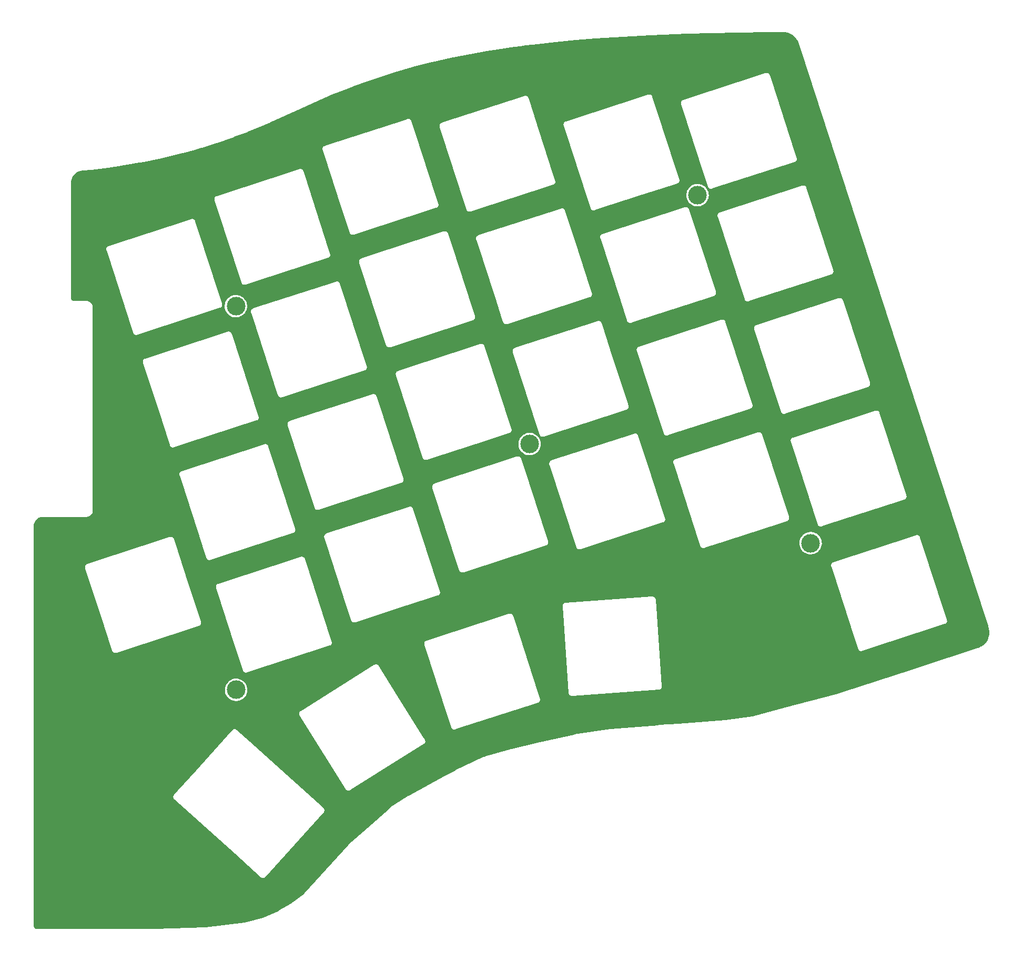
<source format=gbl>
G04 #@! TF.GenerationSoftware,KiCad,Pcbnew,(6.0.2-0)*
G04 #@! TF.CreationDate,2022-03-11T16:48:03+00:00*
G04 #@! TF.ProjectId,untitled,756e7469-746c-4656-942e-6b696361645f,rev?*
G04 #@! TF.SameCoordinates,Original*
G04 #@! TF.FileFunction,Copper,L2,Bot*
G04 #@! TF.FilePolarity,Positive*
%FSLAX46Y46*%
G04 Gerber Fmt 4.6, Leading zero omitted, Abs format (unit mm)*
G04 Created by KiCad (PCBNEW (6.0.2-0)) date 2022-03-11 16:48:03*
%MOMM*%
%LPD*%
G01*
G04 APERTURE LIST*
G04 #@! TA.AperFunction,ComponentPad*
%ADD10C,3.000000*%
G04 #@! TD*
G04 APERTURE END LIST*
D10*
X276673654Y-101543586D03*
X184191755Y-125149050D03*
X231431450Y-85596597D03*
X184158496Y-63399594D03*
X258473710Y-45529926D03*
G04 #@! TA.AperFunction,NonConductor*
G36*
X272500034Y-19304817D02*
G01*
X272994495Y-19387231D01*
X273018022Y-19393539D01*
X273335621Y-19512641D01*
X273347720Y-19517916D01*
X273529251Y-19608678D01*
X273679879Y-19683989D01*
X273696765Y-19694155D01*
X273969191Y-19888732D01*
X273985060Y-19902177D01*
X274181600Y-20098748D01*
X274189274Y-20107149D01*
X274403224Y-20363855D01*
X274411271Y-20374633D01*
X274573752Y-20618410D01*
X274581598Y-20631931D01*
X274695162Y-20859005D01*
X274702303Y-20876429D01*
X296557358Y-88139369D01*
X298222488Y-93264111D01*
X305240578Y-114863568D01*
X305302915Y-115055423D01*
X305307441Y-115074094D01*
X305311384Y-115098303D01*
X305319143Y-115114532D01*
X305327257Y-115136586D01*
X305393248Y-115385505D01*
X305396120Y-115399501D01*
X305437541Y-115681945D01*
X305438809Y-115696187D01*
X305447964Y-115981492D01*
X305447611Y-115995785D01*
X305424385Y-116280293D01*
X305422416Y-116294451D01*
X305367104Y-116574507D01*
X305363544Y-116588345D01*
X305276860Y-116860332D01*
X305271753Y-116873687D01*
X305154817Y-117134092D01*
X305148229Y-117146781D01*
X305002546Y-117392260D01*
X304994567Y-117404117D01*
X304821998Y-117631528D01*
X304812732Y-117642398D01*
X304615521Y-117848782D01*
X304605073Y-117858542D01*
X304385747Y-118041259D01*
X304374260Y-118049772D01*
X304135661Y-118206454D01*
X304123284Y-118213612D01*
X303868452Y-118342264D01*
X303855343Y-118347973D01*
X303620640Y-118434707D01*
X303594898Y-118441236D01*
X303585347Y-118442609D01*
X303577175Y-118446330D01*
X303577174Y-118446330D01*
X303551462Y-118458036D01*
X303538190Y-118463194D01*
X298882983Y-119975762D01*
X298882975Y-119975764D01*
X291475256Y-122382679D01*
X280744560Y-125869295D01*
X280737830Y-125871276D01*
X272550462Y-128033976D01*
X267327883Y-129413524D01*
X267313835Y-129416391D01*
X262950356Y-130050876D01*
X262941507Y-130051845D01*
X255384449Y-130610149D01*
X255384369Y-130610154D01*
X252248715Y-130832043D01*
X252246277Y-130832135D01*
X252243900Y-130831963D01*
X252207932Y-130834922D01*
X252206623Y-130835022D01*
X252192899Y-130835993D01*
X252178326Y-130837024D01*
X252178322Y-130837025D01*
X252173864Y-130837340D01*
X252171552Y-130837840D01*
X252169077Y-130838118D01*
X244485258Y-131470250D01*
X244474444Y-131470673D01*
X244471537Y-131470662D01*
X244462179Y-131470626D01*
X244444525Y-131473306D01*
X244435976Y-131474304D01*
X244421272Y-131475514D01*
X244408494Y-131478430D01*
X244399399Y-131480154D01*
X238606691Y-132359331D01*
X238596580Y-132360451D01*
X238582686Y-132361423D01*
X238577943Y-132362505D01*
X238566881Y-132365028D01*
X238557776Y-132366756D01*
X238544794Y-132368726D01*
X238530651Y-132372991D01*
X238522323Y-132375194D01*
X232749359Y-133692160D01*
X228541004Y-134652197D01*
X228529442Y-134654273D01*
X228519636Y-134655565D01*
X228500254Y-134661253D01*
X228492832Y-134663187D01*
X228476158Y-134666990D01*
X228471971Y-134668597D01*
X228471962Y-134668600D01*
X228466169Y-134670824D01*
X228456493Y-134674095D01*
X224233001Y-135913531D01*
X224232579Y-135913623D01*
X224232215Y-135913624D01*
X224131915Y-135943196D01*
X224131912Y-135943186D01*
X224131773Y-135943238D01*
X224128055Y-135944329D01*
X224128022Y-135944344D01*
X224124973Y-135945243D01*
X224095740Y-135959047D01*
X224094229Y-135959748D01*
X224036237Y-135986183D01*
X224036235Y-135986184D01*
X224029178Y-135989401D01*
X224026951Y-135991323D01*
X224024401Y-135992735D01*
X219545916Y-138107562D01*
X219534406Y-138112317D01*
X219531368Y-138113399D01*
X219531362Y-138113402D01*
X219526778Y-138115035D01*
X219507462Y-138125506D01*
X219501235Y-138128661D01*
X219484180Y-138136715D01*
X219480437Y-138139186D01*
X219480431Y-138139189D01*
X219476764Y-138141609D01*
X219467405Y-138147220D01*
X217831865Y-139033827D01*
X211970902Y-142210984D01*
X211961879Y-142215419D01*
X211953328Y-142219205D01*
X211953322Y-142219208D01*
X211948874Y-142221178D01*
X211944777Y-142223812D01*
X211935480Y-142229788D01*
X211927393Y-142234570D01*
X211920061Y-142238544D01*
X211920055Y-142238548D01*
X211916122Y-142240680D01*
X211904022Y-142249670D01*
X211897032Y-142254505D01*
X209132066Y-144031988D01*
X209131628Y-144032228D01*
X209131188Y-144032359D01*
X209130054Y-144033091D01*
X209050011Y-144084738D01*
X209049833Y-144084853D01*
X209041501Y-144090209D01*
X209041498Y-144090211D01*
X209040114Y-144091101D01*
X209040009Y-144091192D01*
X209037241Y-144092978D01*
X209033615Y-144096206D01*
X209033604Y-144096215D01*
X209013071Y-144114498D01*
X209011755Y-144115653D01*
X208963987Y-144157009D01*
X208963980Y-144157016D01*
X208957960Y-144162228D01*
X208956317Y-144164776D01*
X208954211Y-144166909D01*
X208125813Y-144904523D01*
X205328776Y-147395032D01*
X205328677Y-147395113D01*
X205328553Y-147395194D01*
X205328232Y-147395480D01*
X205328225Y-147395486D01*
X205307059Y-147414359D01*
X205298968Y-147421573D01*
X205272034Y-147445556D01*
X205271940Y-147445667D01*
X205271849Y-147445754D01*
X202263152Y-150128483D01*
X202258478Y-150132451D01*
X202239459Y-150147814D01*
X202235416Y-150152270D01*
X202230239Y-150157402D01*
X202230240Y-150157403D01*
X202227118Y-150160613D01*
X202223769Y-150163599D01*
X202220878Y-150167029D01*
X202220871Y-150167036D01*
X202207368Y-150183056D01*
X202204340Y-150186519D01*
X195188255Y-157918930D01*
X195171183Y-157934578D01*
X193010427Y-159576772D01*
X192998306Y-159584921D01*
X191080143Y-160718858D01*
X191067912Y-160725212D01*
X188509953Y-161881211D01*
X188488623Y-161888630D01*
X185535099Y-162627001D01*
X185519354Y-162629889D01*
X179253305Y-163371753D01*
X179242427Y-163372566D01*
X171151756Y-163625401D01*
X171147820Y-163625462D01*
X162307326Y-163625461D01*
X162231272Y-163625461D01*
X152147413Y-163625462D01*
X152128029Y-163623962D01*
X152113228Y-163621657D01*
X152113224Y-163621657D01*
X152104355Y-163620276D01*
X152095453Y-163621440D01*
X152095449Y-163621440D01*
X152095353Y-163621453D01*
X152064916Y-163621724D01*
X152002711Y-163614716D01*
X151975204Y-163608438D01*
X151898014Y-163581428D01*
X151872595Y-163569186D01*
X151803348Y-163525675D01*
X151781289Y-163508083D01*
X151723465Y-163450259D01*
X151705873Y-163428200D01*
X151662362Y-163358953D01*
X151650120Y-163333532D01*
X151623111Y-163256345D01*
X151616832Y-163228838D01*
X151610564Y-163173211D01*
X151609781Y-163157565D01*
X151609890Y-163148607D01*
X151611272Y-163139733D01*
X151607150Y-163108211D01*
X151606086Y-163091874D01*
X151606086Y-142389351D01*
X174070237Y-142389351D01*
X174073606Y-142418693D01*
X174074399Y-142435805D01*
X174073754Y-142465338D01*
X174080413Y-142490102D01*
X174083911Y-142508443D01*
X174086836Y-142533915D01*
X174090323Y-142542189D01*
X174098304Y-142561130D01*
X174103870Y-142577339D01*
X174111539Y-142605861D01*
X174116207Y-142613524D01*
X174116208Y-142613526D01*
X174124875Y-142627753D01*
X174133382Y-142644376D01*
X174143342Y-142668011D01*
X174149009Y-142674972D01*
X174161989Y-142690916D01*
X174171878Y-142704909D01*
X174182571Y-142722461D01*
X174182574Y-142722464D01*
X174187245Y-142730132D01*
X174212689Y-142753325D01*
X174213229Y-142753853D01*
X174213931Y-142754716D01*
X174237055Y-142775537D01*
X174237413Y-142775861D01*
X174294786Y-142828159D01*
X174296041Y-142828772D01*
X174297104Y-142829606D01*
X184008641Y-151573911D01*
X188178413Y-155328389D01*
X188180071Y-155329882D01*
X188180643Y-155330399D01*
X188228575Y-155374091D01*
X188238041Y-155382720D01*
X188264581Y-155395693D01*
X188279429Y-155404248D01*
X188303952Y-155420696D01*
X188328410Y-155428431D01*
X188345738Y-155435363D01*
X188368774Y-155446623D01*
X188397871Y-155451623D01*
X188414530Y-155455668D01*
X188434133Y-155461868D01*
X188434135Y-155461868D01*
X188442693Y-155464575D01*
X188451666Y-155464771D01*
X188451667Y-155464771D01*
X188468334Y-155465135D01*
X188486919Y-155466925D01*
X188498034Y-155468834D01*
X188512186Y-155471266D01*
X188521103Y-155470242D01*
X188521104Y-155470242D01*
X188525431Y-155469745D01*
X188541528Y-155467897D01*
X188558640Y-155467104D01*
X188588173Y-155467749D01*
X188612942Y-155461089D01*
X188631278Y-155457592D01*
X188635364Y-155457123D01*
X188656750Y-155454667D01*
X188683966Y-155443199D01*
X188700175Y-155437633D01*
X188708617Y-155435363D01*
X188728696Y-155429964D01*
X188736359Y-155425296D01*
X188736361Y-155425295D01*
X188750588Y-155416628D01*
X188767211Y-155408121D01*
X188782576Y-155401646D01*
X188790846Y-155398161D01*
X188813751Y-155379514D01*
X188827744Y-155369625D01*
X188845296Y-155358932D01*
X188845299Y-155358929D01*
X188852967Y-155354258D01*
X188876160Y-155328814D01*
X188876688Y-155328274D01*
X188877551Y-155327572D01*
X188898372Y-155304448D01*
X188898733Y-155304050D01*
X188948339Y-155249630D01*
X188948341Y-155249628D01*
X188950994Y-155246717D01*
X188951607Y-155245462D01*
X188952441Y-155244399D01*
X198265969Y-144900677D01*
X198266485Y-144900106D01*
X198312777Y-144849321D01*
X198312778Y-144849320D01*
X198318822Y-144842689D01*
X198331794Y-144816151D01*
X198340350Y-144801301D01*
X198351799Y-144784232D01*
X198351800Y-144784230D01*
X198356798Y-144776778D01*
X198364530Y-144752331D01*
X198371464Y-144734995D01*
X198378781Y-144720025D01*
X198382725Y-144711957D01*
X198387727Y-144682849D01*
X198391772Y-144666196D01*
X198397969Y-144646599D01*
X198400677Y-144638037D01*
X198401237Y-144612396D01*
X198403027Y-144593811D01*
X198405847Y-144577395D01*
X198407368Y-144568544D01*
X198403999Y-144539202D01*
X198403206Y-144522083D01*
X198403655Y-144501528D01*
X198403851Y-144492557D01*
X198397191Y-144467788D01*
X198393694Y-144449452D01*
X198391793Y-144432901D01*
X198390769Y-144423980D01*
X198379301Y-144396764D01*
X198373735Y-144380555D01*
X198368396Y-144360700D01*
X198366066Y-144352034D01*
X198352730Y-144330142D01*
X198344223Y-144313519D01*
X198337748Y-144298154D01*
X198334263Y-144289884D01*
X198315616Y-144266979D01*
X198305727Y-144252986D01*
X198295034Y-144235434D01*
X198295031Y-144235431D01*
X198290360Y-144227763D01*
X198264916Y-144204570D01*
X198264376Y-144204042D01*
X198263674Y-144203179D01*
X198240550Y-144182358D01*
X198240152Y-144181997D01*
X198223608Y-144166916D01*
X198182819Y-144129736D01*
X198181564Y-144129123D01*
X198180501Y-144128289D01*
X186417837Y-133537142D01*
X184297411Y-131627901D01*
X184297030Y-131627558D01*
X184239564Y-131575175D01*
X184231499Y-131571233D01*
X184231495Y-131571230D01*
X184213024Y-131562201D01*
X184198177Y-131553646D01*
X184181110Y-131542200D01*
X184181108Y-131542199D01*
X184173653Y-131537199D01*
X184149195Y-131529464D01*
X184131867Y-131522532D01*
X184116898Y-131515215D01*
X184116897Y-131515215D01*
X184108831Y-131511272D01*
X184079734Y-131506272D01*
X184063075Y-131502227D01*
X184043472Y-131496027D01*
X184043470Y-131496027D01*
X184034912Y-131493320D01*
X184025939Y-131493124D01*
X184025938Y-131493124D01*
X184009271Y-131492760D01*
X183990686Y-131490970D01*
X183979571Y-131489061D01*
X183965419Y-131486629D01*
X183956502Y-131487653D01*
X183956501Y-131487653D01*
X183954099Y-131487929D01*
X183936077Y-131489998D01*
X183918965Y-131490791D01*
X183889432Y-131490146D01*
X183864663Y-131496806D01*
X183846327Y-131500303D01*
X183842241Y-131500772D01*
X183820855Y-131503228D01*
X183797283Y-131513161D01*
X183793640Y-131514696D01*
X183777431Y-131520262D01*
X183748909Y-131527931D01*
X183741246Y-131532599D01*
X183741244Y-131532600D01*
X183727017Y-131541267D01*
X183710394Y-131549774D01*
X183701206Y-131553646D01*
X183686759Y-131559734D01*
X183679798Y-131565401D01*
X183663854Y-131578381D01*
X183649861Y-131588270D01*
X183632309Y-131598963D01*
X183632306Y-131598966D01*
X183624638Y-131603637D01*
X183601445Y-131629081D01*
X183600917Y-131629621D01*
X183600054Y-131630323D01*
X183579233Y-131653447D01*
X183578909Y-131653805D01*
X183526611Y-131711178D01*
X183525998Y-131712433D01*
X183525164Y-131713496D01*
X177739445Y-138139189D01*
X174826073Y-141374817D01*
X174211636Y-142057218D01*
X174211136Y-142057772D01*
X174158783Y-142115206D01*
X174154843Y-142123266D01*
X174154841Y-142123269D01*
X174145809Y-142141746D01*
X174137254Y-142156593D01*
X174125808Y-142173660D01*
X174120807Y-142181117D01*
X174113072Y-142205575D01*
X174106140Y-142222903D01*
X174094880Y-142245939D01*
X174093360Y-142254786D01*
X174089881Y-142275034D01*
X174085835Y-142291695D01*
X174076928Y-142319858D01*
X174076732Y-142328831D01*
X174076732Y-142328832D01*
X174076368Y-142345499D01*
X174074578Y-142364084D01*
X174070237Y-142389351D01*
X151606086Y-142389351D01*
X151606086Y-128981954D01*
X194328405Y-128981954D01*
X194329476Y-128990870D01*
X194329476Y-128990872D01*
X194331927Y-129011276D01*
X194332810Y-129028390D01*
X194332320Y-129057922D01*
X194334695Y-129066573D01*
X194339106Y-129082640D01*
X194342702Y-129100970D01*
X194345760Y-129126431D01*
X194349289Y-129134684D01*
X194349289Y-129134685D01*
X194357373Y-129153590D01*
X194363024Y-129169773D01*
X194370840Y-129198246D01*
X194385061Y-129221316D01*
X194388892Y-129227532D01*
X194389281Y-129228217D01*
X194389716Y-129229234D01*
X194391297Y-129231764D01*
X194406091Y-129255440D01*
X194406495Y-129256091D01*
X194445125Y-129318760D01*
X194445130Y-129318767D01*
X194447195Y-129322117D01*
X194448233Y-129323053D01*
X194449021Y-129324142D01*
X201824948Y-141128092D01*
X201825354Y-141128746D01*
X201866065Y-141194791D01*
X201872731Y-141200803D01*
X201872733Y-141200806D01*
X201887996Y-141214572D01*
X201899910Y-141226887D01*
X201918955Y-141249465D01*
X201940329Y-141263639D01*
X201955080Y-141275081D01*
X201974119Y-141292254D01*
X201982205Y-141296155D01*
X201982206Y-141296155D01*
X202000720Y-141305086D01*
X202015609Y-141313561D01*
X202040227Y-141329886D01*
X202064717Y-141337490D01*
X202082085Y-141344332D01*
X202097095Y-141351572D01*
X202105183Y-141355473D01*
X202134329Y-141360324D01*
X202150981Y-141364275D01*
X202179197Y-141373037D01*
X202188171Y-141373186D01*
X202188173Y-141373186D01*
X202204835Y-141373462D01*
X202223434Y-141375155D01*
X202239864Y-141377890D01*
X202239868Y-141377890D01*
X202248723Y-141379364D01*
X202257639Y-141378293D01*
X202257641Y-141378293D01*
X202278045Y-141375842D01*
X202295159Y-141374959D01*
X202324691Y-141375449D01*
X202349420Y-141368661D01*
X202367734Y-141365068D01*
X202384287Y-141363080D01*
X202384290Y-141363079D01*
X202393200Y-141362009D01*
X202401454Y-141358480D01*
X202401457Y-141358479D01*
X202420351Y-141350400D01*
X202436538Y-141344747D01*
X202456360Y-141339306D01*
X202456362Y-141339305D01*
X202465015Y-141336930D01*
X202472653Y-141332222D01*
X202472655Y-141332221D01*
X202494304Y-141318876D01*
X202494990Y-141318486D01*
X202496003Y-141318053D01*
X202522378Y-141301572D01*
X202522700Y-141301373D01*
X202588887Y-141260574D01*
X202589824Y-141259535D01*
X202590914Y-141258746D01*
X202616752Y-141242601D01*
X211071648Y-135959395D01*
X214394763Y-133882882D01*
X214395417Y-133882476D01*
X214453918Y-133846415D01*
X214461561Y-133841704D01*
X214467574Y-133835038D01*
X214467576Y-133835036D01*
X214481346Y-133819769D01*
X214493652Y-133807863D01*
X214516234Y-133788814D01*
X214521193Y-133781336D01*
X214521200Y-133781328D01*
X214530406Y-133767444D01*
X214541855Y-133752683D01*
X214553010Y-133740316D01*
X214559023Y-133733650D01*
X214562924Y-133725563D01*
X214571855Y-133707049D01*
X214580330Y-133692160D01*
X214591693Y-133675025D01*
X214591694Y-133675024D01*
X214596655Y-133667542D01*
X214604259Y-133643052D01*
X214611101Y-133625684D01*
X214618341Y-133610674D01*
X214618341Y-133610673D01*
X214622242Y-133602586D01*
X214627093Y-133573440D01*
X214631044Y-133556788D01*
X214639806Y-133528572D01*
X214640231Y-133502934D01*
X214641924Y-133484335D01*
X214644659Y-133467905D01*
X214644659Y-133467901D01*
X214646133Y-133459046D01*
X214642611Y-133429724D01*
X214641728Y-133412603D01*
X214642069Y-133392050D01*
X214642218Y-133383078D01*
X214635430Y-133358349D01*
X214631837Y-133340035D01*
X214629848Y-133323481D01*
X214628778Y-133314570D01*
X214617167Y-133287413D01*
X214611518Y-133271238D01*
X214606075Y-133251409D01*
X214606075Y-133251408D01*
X214603699Y-133242754D01*
X214585642Y-133213460D01*
X214585256Y-133212781D01*
X214584822Y-133211766D01*
X214568490Y-133185630D01*
X214568083Y-133184975D01*
X214529411Y-133122237D01*
X214527343Y-133118882D01*
X214526304Y-133117945D01*
X214525515Y-133116855D01*
X214275714Y-132717089D01*
X210049313Y-125953434D01*
X207149578Y-121312888D01*
X207149172Y-121312234D01*
X207113184Y-121253851D01*
X207108473Y-121246208D01*
X207101806Y-121240195D01*
X207101804Y-121240192D01*
X207086542Y-121226426D01*
X207074624Y-121214106D01*
X207061372Y-121198397D01*
X207061370Y-121198396D01*
X207055583Y-121191535D01*
X207034207Y-121177360D01*
X207019457Y-121165917D01*
X207007086Y-121154759D01*
X207007084Y-121154758D01*
X207000419Y-121148746D01*
X206973812Y-121135911D01*
X206958925Y-121127437D01*
X206941794Y-121116077D01*
X206941793Y-121116077D01*
X206934311Y-121111115D01*
X206909831Y-121103513D01*
X206892458Y-121096670D01*
X206877444Y-121089428D01*
X206877440Y-121089427D01*
X206869355Y-121085527D01*
X206840226Y-121080679D01*
X206823546Y-121076721D01*
X206803915Y-121070625D01*
X206803914Y-121070625D01*
X206795342Y-121067963D01*
X206786369Y-121067814D01*
X206786367Y-121067814D01*
X206769703Y-121067538D01*
X206751104Y-121065845D01*
X206734674Y-121063110D01*
X206734670Y-121063110D01*
X206725815Y-121061636D01*
X206716899Y-121062707D01*
X206716897Y-121062707D01*
X206696493Y-121065158D01*
X206679379Y-121066041D01*
X206649847Y-121065551D01*
X206625123Y-121072338D01*
X206606804Y-121075931D01*
X206590256Y-121077919D01*
X206590250Y-121077921D01*
X206581339Y-121078991D01*
X206573086Y-121082520D01*
X206573081Y-121082521D01*
X206554175Y-121090604D01*
X206537999Y-121096253D01*
X206518180Y-121101694D01*
X206518177Y-121101695D01*
X206509523Y-121104071D01*
X206501884Y-121108780D01*
X206480237Y-121122123D01*
X206479552Y-121122512D01*
X206478535Y-121122947D01*
X206476005Y-121124528D01*
X206452329Y-121139322D01*
X206451678Y-121139726D01*
X206389009Y-121178356D01*
X206389002Y-121178361D01*
X206385652Y-121180426D01*
X206384716Y-121181464D01*
X206383627Y-121182252D01*
X194579488Y-128558297D01*
X194578833Y-128558703D01*
X194512978Y-128599296D01*
X194506967Y-128605960D01*
X194506966Y-128605961D01*
X194493197Y-128621226D01*
X194480880Y-128633141D01*
X194458304Y-128652186D01*
X194453347Y-128659661D01*
X194453341Y-128659668D01*
X194444132Y-128673556D01*
X194432684Y-128688315D01*
X194415515Y-128707350D01*
X194411616Y-128715434D01*
X194402683Y-128733953D01*
X194394206Y-128748844D01*
X194377884Y-128773458D01*
X194375222Y-128782032D01*
X194370283Y-128797937D01*
X194363439Y-128815311D01*
X194356197Y-128830325D01*
X194356196Y-128830329D01*
X194352296Y-128838414D01*
X194350822Y-128847271D01*
X194347448Y-128867543D01*
X194343490Y-128884223D01*
X194334732Y-128912427D01*
X194334583Y-128921400D01*
X194334583Y-128921402D01*
X194334307Y-128938066D01*
X194332614Y-128956665D01*
X194329879Y-128973095D01*
X194329879Y-128973099D01*
X194328405Y-128981954D01*
X151606086Y-128981954D01*
X151606086Y-125101786D01*
X182386825Y-125101786D01*
X182387049Y-125106453D01*
X182387049Y-125106458D01*
X182388939Y-125145795D01*
X182399664Y-125369091D01*
X182451873Y-125631562D01*
X182542304Y-125883433D01*
X182544520Y-125887557D01*
X182665042Y-126111860D01*
X182668970Y-126119171D01*
X182671765Y-126122914D01*
X182671767Y-126122917D01*
X182755954Y-126235657D01*
X182829090Y-126333597D01*
X182832397Y-126336875D01*
X182832402Y-126336881D01*
X182983592Y-126486756D01*
X183019145Y-126522000D01*
X183022911Y-126524762D01*
X183022913Y-126524763D01*
X183175711Y-126636799D01*
X183234960Y-126680242D01*
X183239095Y-126682418D01*
X183239099Y-126682420D01*
X183368673Y-126750592D01*
X183471794Y-126804847D01*
X183541174Y-126829075D01*
X183720028Y-126891534D01*
X183720034Y-126891536D01*
X183724445Y-126893076D01*
X183729038Y-126893948D01*
X183967062Y-126939139D01*
X183987361Y-126942993D01*
X184114371Y-126947983D01*
X184250100Y-126953316D01*
X184250105Y-126953316D01*
X184254768Y-126953499D01*
X184350698Y-126942993D01*
X184516137Y-126924875D01*
X184516142Y-126924874D01*
X184520790Y-126924365D01*
X184593512Y-126905219D01*
X184775064Y-126857420D01*
X184779584Y-126856230D01*
X184906197Y-126801833D01*
X185021162Y-126752441D01*
X185021165Y-126752439D01*
X185025465Y-126750592D01*
X185029445Y-126748129D01*
X185029449Y-126748127D01*
X185249057Y-126612229D01*
X185249061Y-126612226D01*
X185253030Y-126609770D01*
X185308366Y-126562925D01*
X185453715Y-126439878D01*
X185453716Y-126439877D01*
X185457281Y-126436859D01*
X185551120Y-126329857D01*
X185630649Y-126239172D01*
X185630653Y-126239167D01*
X185633731Y-126235657D01*
X185704200Y-126126100D01*
X185775974Y-126014515D01*
X185775977Y-126014510D01*
X185778502Y-126010584D01*
X185888416Y-125766584D01*
X185961057Y-125509019D01*
X185978858Y-125369091D01*
X185994432Y-125246675D01*
X185994432Y-125246671D01*
X185994830Y-125243545D01*
X185997304Y-125149050D01*
X185989508Y-125044141D01*
X185977819Y-124886838D01*
X185977818Y-124886834D01*
X185977472Y-124882173D01*
X185971108Y-124854046D01*
X185919441Y-124625716D01*
X185918410Y-124621159D01*
X185883683Y-124531859D01*
X185823110Y-124376094D01*
X185823109Y-124376092D01*
X185821417Y-124371741D01*
X185688623Y-124139400D01*
X185522945Y-123929239D01*
X185328024Y-123745875D01*
X185108140Y-123593336D01*
X185103949Y-123591269D01*
X184872314Y-123477039D01*
X184872311Y-123477038D01*
X184868126Y-123474974D01*
X184613252Y-123393388D01*
X184467889Y-123369715D01*
X184353731Y-123351123D01*
X184353730Y-123351123D01*
X184349119Y-123350372D01*
X184215324Y-123348621D01*
X184086206Y-123346930D01*
X184086203Y-123346930D01*
X184081529Y-123346869D01*
X183816360Y-123382957D01*
X183811873Y-123384265D01*
X183811872Y-123384265D01*
X183780572Y-123393388D01*
X183559438Y-123457842D01*
X183555185Y-123459802D01*
X183555184Y-123459803D01*
X183503267Y-123483737D01*
X183316407Y-123569881D01*
X183312498Y-123572444D01*
X183096519Y-123714046D01*
X183096514Y-123714050D01*
X183092606Y-123716612D01*
X182892952Y-123894810D01*
X182721830Y-124100562D01*
X182582999Y-124329348D01*
X182581192Y-124333656D01*
X182581192Y-124333657D01*
X182497397Y-124533486D01*
X182479510Y-124576141D01*
X182478359Y-124580673D01*
X182478358Y-124580676D01*
X182419629Y-124811923D01*
X182413636Y-124835520D01*
X182386825Y-125101786D01*
X151606086Y-125101786D01*
X151606086Y-105398408D01*
X159884596Y-105398408D01*
X159886023Y-105407267D01*
X159886023Y-105407272D01*
X159889292Y-105427567D01*
X159890860Y-105444632D01*
X159891556Y-105474158D01*
X159894278Y-105482713D01*
X159901985Y-105506937D01*
X159902200Y-105507706D01*
X159902375Y-105508792D01*
X159903296Y-105511625D01*
X159903298Y-105511634D01*
X159911938Y-105538226D01*
X159912174Y-105538959D01*
X159935676Y-105612822D01*
X159936456Y-105613980D01*
X159936960Y-105615236D01*
X163030635Y-115136588D01*
X164237864Y-118852057D01*
X164238132Y-118852883D01*
X164238368Y-118853616D01*
X164259191Y-118919061D01*
X164259193Y-118919065D01*
X164261913Y-118927614D01*
X164278412Y-118952120D01*
X164286989Y-118966946D01*
X164300006Y-118993458D01*
X164306064Y-119000081D01*
X164317312Y-119012378D01*
X164328857Y-119027049D01*
X164338168Y-119040878D01*
X164343180Y-119048322D01*
X164365891Y-119067210D01*
X164378284Y-119079034D01*
X164392159Y-119094203D01*
X164392163Y-119094206D01*
X164398220Y-119100828D01*
X164420144Y-119114132D01*
X164435342Y-119124973D01*
X164448152Y-119135628D01*
X164448156Y-119135630D01*
X164455057Y-119141370D01*
X164463296Y-119144944D01*
X164463298Y-119144945D01*
X164482151Y-119153123D01*
X164497379Y-119160999D01*
X164514945Y-119171659D01*
X164514948Y-119171660D01*
X164522622Y-119176317D01*
X164547400Y-119182933D01*
X164565021Y-119189069D01*
X164588553Y-119199277D01*
X164597458Y-119200394D01*
X164597461Y-119200395D01*
X164617863Y-119202954D01*
X164634679Y-119206238D01*
X164663211Y-119213856D01*
X164688846Y-119213252D01*
X164707485Y-119214197D01*
X164719042Y-119215646D01*
X164724029Y-119216272D01*
X164724031Y-119216272D01*
X164732936Y-119217389D01*
X164741795Y-119215962D01*
X164741802Y-119215962D01*
X164762103Y-119212692D01*
X164779167Y-119211124D01*
X164799714Y-119210640D01*
X164799718Y-119210639D01*
X164808686Y-119210428D01*
X164817235Y-119207708D01*
X164817240Y-119207707D01*
X164841451Y-119200003D01*
X164842228Y-119199786D01*
X164843320Y-119199610D01*
X164846161Y-119198687D01*
X164846168Y-119198685D01*
X164872902Y-119189999D01*
X164873559Y-119189787D01*
X164947350Y-119166308D01*
X164948506Y-119165530D01*
X164949758Y-119165027D01*
X178187560Y-114863803D01*
X178188291Y-114863568D01*
X178253584Y-114842793D01*
X178253586Y-114842792D01*
X178262141Y-114840070D01*
X178286647Y-114823571D01*
X178301473Y-114814994D01*
X178319930Y-114805932D01*
X178319931Y-114805932D01*
X178327985Y-114801977D01*
X178346905Y-114784671D01*
X178361576Y-114773126D01*
X178375405Y-114763815D01*
X178375406Y-114763814D01*
X178382849Y-114758803D01*
X178401737Y-114736092D01*
X178413561Y-114723699D01*
X178428732Y-114709822D01*
X178428735Y-114709819D01*
X178435355Y-114703763D01*
X178448657Y-114681843D01*
X178459500Y-114666641D01*
X178470158Y-114653826D01*
X178475897Y-114646926D01*
X178479468Y-114638693D01*
X178479470Y-114638690D01*
X178487649Y-114619834D01*
X178495523Y-114604610D01*
X178495583Y-114604511D01*
X178510845Y-114579361D01*
X178517462Y-114554579D01*
X178523601Y-114536951D01*
X178530233Y-114521663D01*
X178530233Y-114521661D01*
X178533804Y-114513430D01*
X178537480Y-114484125D01*
X178540765Y-114467304D01*
X178546066Y-114447450D01*
X178546066Y-114447449D01*
X178548383Y-114438772D01*
X178547779Y-114413136D01*
X178548724Y-114394498D01*
X178551916Y-114369047D01*
X178550489Y-114360188D01*
X178550489Y-114360182D01*
X178547220Y-114339887D01*
X178545652Y-114322823D01*
X178545167Y-114302270D01*
X178544956Y-114293297D01*
X178534522Y-114260503D01*
X178534313Y-114259757D01*
X178534137Y-114258663D01*
X178529489Y-114244357D01*
X178524525Y-114229077D01*
X178524385Y-114228641D01*
X178500836Y-114154633D01*
X178500055Y-114153473D01*
X178499554Y-114152227D01*
X176685925Y-108570447D01*
X180945609Y-108570447D01*
X180947036Y-108579306D01*
X180947036Y-108579311D01*
X180950305Y-108599606D01*
X180951873Y-108616671D01*
X180952569Y-108646197D01*
X180955291Y-108654752D01*
X180962998Y-108678976D01*
X180963213Y-108679745D01*
X180963388Y-108680831D01*
X180964309Y-108683664D01*
X180964311Y-108683673D01*
X180972951Y-108710265D01*
X180973187Y-108710998D01*
X180996689Y-108784861D01*
X180997469Y-108786019D01*
X180997973Y-108787275D01*
X184150874Y-118490908D01*
X185026751Y-121186578D01*
X185299145Y-122024922D01*
X185299381Y-122025655D01*
X185320204Y-122091100D01*
X185320206Y-122091104D01*
X185322926Y-122099653D01*
X185339425Y-122124159D01*
X185348002Y-122138985D01*
X185361019Y-122165497D01*
X185367077Y-122172120D01*
X185378325Y-122184417D01*
X185389870Y-122199088D01*
X185399181Y-122212917D01*
X185404193Y-122220361D01*
X185426904Y-122239249D01*
X185439297Y-122251073D01*
X185453172Y-122266242D01*
X185453176Y-122266245D01*
X185459233Y-122272867D01*
X185481157Y-122286171D01*
X185496355Y-122297012D01*
X185509165Y-122307667D01*
X185509169Y-122307669D01*
X185516070Y-122313409D01*
X185524309Y-122316983D01*
X185524311Y-122316984D01*
X185543164Y-122325162D01*
X185558392Y-122333038D01*
X185575958Y-122343698D01*
X185575961Y-122343699D01*
X185583635Y-122348356D01*
X185608413Y-122354972D01*
X185626034Y-122361108D01*
X185649566Y-122371316D01*
X185658471Y-122372433D01*
X185658474Y-122372434D01*
X185678876Y-122374993D01*
X185695692Y-122378277D01*
X185724224Y-122385895D01*
X185749859Y-122385291D01*
X185768498Y-122386236D01*
X185780055Y-122387685D01*
X185785042Y-122388311D01*
X185785044Y-122388311D01*
X185793949Y-122389428D01*
X185802808Y-122388001D01*
X185802815Y-122388001D01*
X185823116Y-122384731D01*
X185840180Y-122383163D01*
X185860727Y-122382679D01*
X185860731Y-122382678D01*
X185869699Y-122382467D01*
X185878248Y-122379747D01*
X185878253Y-122379746D01*
X185902464Y-122372042D01*
X185903241Y-122371825D01*
X185904333Y-122371649D01*
X185907174Y-122370726D01*
X185907181Y-122370724D01*
X185933915Y-122362038D01*
X185934572Y-122361826D01*
X186008363Y-122338347D01*
X186009519Y-122337569D01*
X186010771Y-122337066D01*
X199248573Y-118035842D01*
X199249304Y-118035607D01*
X199314597Y-118014832D01*
X199314599Y-118014831D01*
X199323154Y-118012109D01*
X199347660Y-117995610D01*
X199362486Y-117987033D01*
X199380943Y-117977971D01*
X199380944Y-117977971D01*
X199388998Y-117974016D01*
X199407918Y-117956710D01*
X199422589Y-117945165D01*
X199436418Y-117935854D01*
X199436419Y-117935853D01*
X199443862Y-117930842D01*
X199462750Y-117908131D01*
X199474574Y-117895738D01*
X199489745Y-117881861D01*
X199489748Y-117881858D01*
X199496368Y-117875802D01*
X199509670Y-117853882D01*
X199520513Y-117838680D01*
X199531171Y-117825865D01*
X199536910Y-117818965D01*
X199540481Y-117810732D01*
X199540483Y-117810729D01*
X199548662Y-117791873D01*
X199556536Y-117776649D01*
X199565367Y-117762096D01*
X199571858Y-117751400D01*
X199576788Y-117732937D01*
X214475652Y-117732937D01*
X214477079Y-117741796D01*
X214477079Y-117741801D01*
X214480348Y-117762096D01*
X214481916Y-117779161D01*
X214482612Y-117808687D01*
X214485334Y-117817242D01*
X214493041Y-117841466D01*
X214493256Y-117842235D01*
X214493431Y-117843321D01*
X214494352Y-117846154D01*
X214494354Y-117846163D01*
X214502994Y-117872755D01*
X214503230Y-117873488D01*
X214526732Y-117947351D01*
X214527512Y-117948509D01*
X214528016Y-117949765D01*
X217397776Y-126781979D01*
X218715696Y-130838118D01*
X218829188Y-131187412D01*
X218829424Y-131188145D01*
X218850247Y-131253590D01*
X218850249Y-131253594D01*
X218852969Y-131262143D01*
X218869468Y-131286649D01*
X218878045Y-131301475D01*
X218891062Y-131327987D01*
X218897120Y-131334610D01*
X218908368Y-131346907D01*
X218919913Y-131361578D01*
X218929224Y-131375407D01*
X218934236Y-131382851D01*
X218956947Y-131401739D01*
X218969340Y-131413563D01*
X218983215Y-131428732D01*
X218983219Y-131428735D01*
X218989276Y-131435357D01*
X219011200Y-131448661D01*
X219026398Y-131459502D01*
X219039208Y-131470157D01*
X219039212Y-131470159D01*
X219046113Y-131475899D01*
X219054352Y-131479473D01*
X219054354Y-131479474D01*
X219073207Y-131487652D01*
X219088435Y-131495528D01*
X219106001Y-131506188D01*
X219106004Y-131506189D01*
X219113678Y-131510846D01*
X219138456Y-131517462D01*
X219156077Y-131523598D01*
X219179609Y-131533806D01*
X219188514Y-131534923D01*
X219188517Y-131534924D01*
X219208919Y-131537483D01*
X219225735Y-131540767D01*
X219254267Y-131548385D01*
X219279902Y-131547781D01*
X219298541Y-131548726D01*
X219310098Y-131550175D01*
X219315085Y-131550801D01*
X219315087Y-131550801D01*
X219323992Y-131551918D01*
X219332851Y-131550491D01*
X219332858Y-131550491D01*
X219353159Y-131547221D01*
X219370223Y-131545653D01*
X219390770Y-131545169D01*
X219390774Y-131545168D01*
X219399742Y-131544957D01*
X219408291Y-131542237D01*
X219408296Y-131542236D01*
X219432507Y-131534532D01*
X219433284Y-131534315D01*
X219434376Y-131534139D01*
X219437217Y-131533216D01*
X219437224Y-131533214D01*
X219463958Y-131524528D01*
X219464615Y-131524316D01*
X219538406Y-131500837D01*
X219539562Y-131500059D01*
X219540814Y-131499556D01*
X232778616Y-127198332D01*
X232779347Y-127198097D01*
X232844640Y-127177322D01*
X232844642Y-127177321D01*
X232853197Y-127174599D01*
X232877703Y-127158100D01*
X232892529Y-127149523D01*
X232910986Y-127140461D01*
X232910987Y-127140461D01*
X232919041Y-127136506D01*
X232937961Y-127119200D01*
X232952632Y-127107655D01*
X232966461Y-127098344D01*
X232966462Y-127098343D01*
X232973905Y-127093332D01*
X232992793Y-127070621D01*
X233004617Y-127058228D01*
X233019788Y-127044351D01*
X233019791Y-127044348D01*
X233026411Y-127038292D01*
X233039713Y-127016372D01*
X233050556Y-127001170D01*
X233061214Y-126988355D01*
X233066953Y-126981455D01*
X233070524Y-126973222D01*
X233070526Y-126973219D01*
X233078705Y-126954363D01*
X233086579Y-126939139D01*
X233086639Y-126939040D01*
X233101901Y-126913890D01*
X233108518Y-126889108D01*
X233114657Y-126871480D01*
X233121289Y-126856192D01*
X233121289Y-126856190D01*
X233124860Y-126847959D01*
X233128536Y-126818654D01*
X233131821Y-126801833D01*
X233137122Y-126781979D01*
X233137122Y-126781978D01*
X233139439Y-126773301D01*
X233138835Y-126747665D01*
X233139780Y-126729027D01*
X233142972Y-126703576D01*
X233141545Y-126694717D01*
X233141545Y-126694711D01*
X233138276Y-126674416D01*
X233136708Y-126657352D01*
X233136223Y-126636799D01*
X233136012Y-126627826D01*
X233125578Y-126595032D01*
X233125369Y-126594285D01*
X233125193Y-126593192D01*
X233124274Y-126590364D01*
X233124270Y-126590349D01*
X233115597Y-126563657D01*
X233115475Y-126563280D01*
X233091892Y-126489162D01*
X233091111Y-126488002D01*
X233090610Y-126486756D01*
X228789374Y-113248906D01*
X228789138Y-113248174D01*
X228765655Y-113174369D01*
X228749159Y-113149867D01*
X228740580Y-113135038D01*
X228731517Y-113116579D01*
X228727563Y-113108525D01*
X228710255Y-113089603D01*
X228698708Y-113074930D01*
X228684389Y-113053661D01*
X228661678Y-113034773D01*
X228649285Y-113022949D01*
X228635408Y-113007778D01*
X228635405Y-113007775D01*
X228629349Y-113001155D01*
X228607429Y-112987853D01*
X228592231Y-112977013D01*
X228572512Y-112960613D01*
X228564279Y-112957042D01*
X228564276Y-112957040D01*
X228545420Y-112948861D01*
X228530196Y-112940987D01*
X228512618Y-112930320D01*
X228504947Y-112925665D01*
X228496279Y-112923350D01*
X228496273Y-112923348D01*
X228480170Y-112919049D01*
X228462545Y-112912912D01*
X228439016Y-112902706D01*
X228430109Y-112901589D01*
X228430107Y-112901588D01*
X228415718Y-112899783D01*
X228409711Y-112899030D01*
X228392893Y-112895745D01*
X228364358Y-112888126D01*
X228346988Y-112888535D01*
X228338722Y-112888730D01*
X228320071Y-112887785D01*
X228303541Y-112885711D01*
X228303536Y-112885711D01*
X228294632Y-112884594D01*
X228285773Y-112886021D01*
X228285768Y-112886021D01*
X228265473Y-112889290D01*
X228248408Y-112890858D01*
X228227856Y-112891342D01*
X228227852Y-112891343D01*
X228218883Y-112891554D01*
X228186081Y-112901991D01*
X228185344Y-112902196D01*
X228184249Y-112902373D01*
X228181420Y-112903292D01*
X228181410Y-112903295D01*
X228154869Y-112911919D01*
X228154180Y-112912141D01*
X228080219Y-112935674D01*
X228079060Y-112936454D01*
X228077808Y-112936957D01*
X214840110Y-117238149D01*
X214839377Y-117238385D01*
X214765427Y-117261914D01*
X214740921Y-117278413D01*
X214726095Y-117286990D01*
X214699583Y-117300007D01*
X214692960Y-117306065D01*
X214680663Y-117317313D01*
X214665992Y-117328858D01*
X214652163Y-117338169D01*
X214644719Y-117343181D01*
X214625831Y-117365892D01*
X214614007Y-117378285D01*
X214598836Y-117392162D01*
X214598833Y-117392165D01*
X214592213Y-117398221D01*
X214587558Y-117405892D01*
X214578914Y-117420137D01*
X214568071Y-117435339D01*
X214551671Y-117455058D01*
X214548100Y-117463291D01*
X214548098Y-117463294D01*
X214539919Y-117482150D01*
X214532045Y-117497374D01*
X214516723Y-117522623D01*
X214514408Y-117531291D01*
X214514406Y-117531297D01*
X214510107Y-117547400D01*
X214503970Y-117565025D01*
X214493764Y-117588554D01*
X214492646Y-117597462D01*
X214492646Y-117597464D01*
X214490088Y-117617857D01*
X214486804Y-117634673D01*
X214479184Y-117663212D01*
X214479396Y-117672190D01*
X214479788Y-117688847D01*
X214478843Y-117707498D01*
X214476769Y-117724028D01*
X214476769Y-117724033D01*
X214475652Y-117732937D01*
X199576788Y-117732937D01*
X199578475Y-117726618D01*
X199584614Y-117708990D01*
X199591246Y-117693702D01*
X199591246Y-117693700D01*
X199594817Y-117685469D01*
X199598493Y-117656164D01*
X199601778Y-117639343D01*
X199607079Y-117619489D01*
X199607079Y-117619488D01*
X199609396Y-117610811D01*
X199608792Y-117585175D01*
X199609737Y-117566537D01*
X199612929Y-117541086D01*
X199611502Y-117532227D01*
X199611502Y-117532221D01*
X199608233Y-117511926D01*
X199606665Y-117494862D01*
X199606180Y-117474309D01*
X199605969Y-117465336D01*
X199595535Y-117432542D01*
X199595326Y-117431795D01*
X199595150Y-117430702D01*
X199594231Y-117427874D01*
X199594227Y-117427859D01*
X199585554Y-117401167D01*
X199585432Y-117400790D01*
X199561849Y-117326672D01*
X199561068Y-117325512D01*
X199560567Y-117324266D01*
X195259331Y-104086416D01*
X195259095Y-104085684D01*
X195253084Y-104066792D01*
X195235612Y-104011879D01*
X195219116Y-103987377D01*
X195210537Y-103972548D01*
X195201474Y-103954089D01*
X195197520Y-103946035D01*
X195180212Y-103927113D01*
X195168665Y-103912440D01*
X195165696Y-103908030D01*
X195154346Y-103891171D01*
X195131635Y-103872283D01*
X195119242Y-103860459D01*
X195105365Y-103845288D01*
X195105362Y-103845285D01*
X195099306Y-103838665D01*
X195077386Y-103825363D01*
X195062188Y-103814523D01*
X195042469Y-103798123D01*
X195034236Y-103794552D01*
X195034233Y-103794550D01*
X195015377Y-103786371D01*
X195000153Y-103778497D01*
X194982575Y-103767830D01*
X194974904Y-103763175D01*
X194966236Y-103760860D01*
X194966230Y-103760858D01*
X194950127Y-103756559D01*
X194932502Y-103750422D01*
X194908973Y-103740216D01*
X194900066Y-103739099D01*
X194900064Y-103739098D01*
X194885675Y-103737293D01*
X194879668Y-103736540D01*
X194862850Y-103733255D01*
X194834315Y-103725636D01*
X194816945Y-103726045D01*
X194808679Y-103726240D01*
X194790028Y-103725295D01*
X194773498Y-103723221D01*
X194773493Y-103723221D01*
X194764589Y-103722104D01*
X194755730Y-103723531D01*
X194755725Y-103723531D01*
X194735430Y-103726800D01*
X194718365Y-103728368D01*
X194697813Y-103728852D01*
X194697809Y-103728853D01*
X194688840Y-103729064D01*
X194656038Y-103739501D01*
X194655301Y-103739706D01*
X194654206Y-103739883D01*
X194651377Y-103740802D01*
X194651367Y-103740805D01*
X194624826Y-103749429D01*
X194624137Y-103749651D01*
X194550176Y-103773184D01*
X194549017Y-103773964D01*
X194547765Y-103774467D01*
X181310067Y-108075659D01*
X181309334Y-108075895D01*
X181235384Y-108099424D01*
X181210878Y-108115923D01*
X181196052Y-108124500D01*
X181169540Y-108137517D01*
X181162917Y-108143575D01*
X181150620Y-108154823D01*
X181135949Y-108166368D01*
X181122120Y-108175679D01*
X181114676Y-108180691D01*
X181095788Y-108203402D01*
X181083964Y-108215795D01*
X181068793Y-108229672D01*
X181068790Y-108229675D01*
X181062170Y-108235731D01*
X181057515Y-108243402D01*
X181048871Y-108257647D01*
X181038028Y-108272849D01*
X181021628Y-108292568D01*
X181018057Y-108300801D01*
X181018055Y-108300804D01*
X181009876Y-108319660D01*
X181002002Y-108334884D01*
X180986680Y-108360133D01*
X180984365Y-108368801D01*
X180984363Y-108368807D01*
X180980064Y-108384910D01*
X180973927Y-108402535D01*
X180963721Y-108426064D01*
X180962603Y-108434972D01*
X180962603Y-108434974D01*
X180960045Y-108455367D01*
X180956761Y-108472183D01*
X180949141Y-108500722D01*
X180949353Y-108509700D01*
X180949745Y-108526357D01*
X180948800Y-108545008D01*
X180946726Y-108561538D01*
X180946726Y-108561543D01*
X180945609Y-108570447D01*
X176685925Y-108570447D01*
X174198318Y-100914377D01*
X174198082Y-100913645D01*
X174174599Y-100839840D01*
X174158103Y-100815338D01*
X174149524Y-100800509D01*
X174140461Y-100782050D01*
X174136507Y-100773996D01*
X174119199Y-100755074D01*
X174107652Y-100740401D01*
X174098549Y-100726880D01*
X174093333Y-100719132D01*
X174070622Y-100700244D01*
X174058229Y-100688420D01*
X174044352Y-100673249D01*
X174044349Y-100673246D01*
X174038293Y-100666626D01*
X174016373Y-100653324D01*
X174001175Y-100642484D01*
X173981456Y-100626084D01*
X173973223Y-100622513D01*
X173973220Y-100622511D01*
X173954364Y-100614332D01*
X173939140Y-100606458D01*
X173921562Y-100595791D01*
X173913891Y-100591136D01*
X173905223Y-100588821D01*
X173905217Y-100588819D01*
X173889114Y-100584520D01*
X173871489Y-100578383D01*
X173847960Y-100568177D01*
X173839053Y-100567060D01*
X173839051Y-100567059D01*
X173824662Y-100565254D01*
X173818655Y-100564501D01*
X173801837Y-100561216D01*
X173773302Y-100553597D01*
X173755932Y-100554006D01*
X173747666Y-100554201D01*
X173729015Y-100553256D01*
X173712485Y-100551182D01*
X173712480Y-100551182D01*
X173703576Y-100550065D01*
X173694717Y-100551492D01*
X173694712Y-100551492D01*
X173674417Y-100554761D01*
X173657352Y-100556329D01*
X173636800Y-100556813D01*
X173636796Y-100556814D01*
X173627827Y-100557025D01*
X173595025Y-100567462D01*
X173594288Y-100567667D01*
X173593193Y-100567844D01*
X173590364Y-100568763D01*
X173590354Y-100568766D01*
X173563813Y-100577390D01*
X173563124Y-100577612D01*
X173489163Y-100601145D01*
X173488004Y-100601925D01*
X173486752Y-100602428D01*
X160249054Y-104903620D01*
X160248321Y-104903856D01*
X160174371Y-104927385D01*
X160149865Y-104943884D01*
X160135039Y-104952461D01*
X160108527Y-104965478D01*
X160101904Y-104971536D01*
X160089607Y-104982784D01*
X160074936Y-104994329D01*
X160061107Y-105003640D01*
X160053663Y-105008652D01*
X160034775Y-105031363D01*
X160022951Y-105043756D01*
X160007780Y-105057633D01*
X160007777Y-105057636D01*
X160001157Y-105063692D01*
X159996502Y-105071363D01*
X159987858Y-105085608D01*
X159977015Y-105100810D01*
X159960615Y-105120529D01*
X159957044Y-105128762D01*
X159957042Y-105128765D01*
X159948863Y-105147621D01*
X159940989Y-105162845D01*
X159925667Y-105188094D01*
X159923352Y-105196762D01*
X159923350Y-105196768D01*
X159919051Y-105212871D01*
X159912914Y-105230496D01*
X159902708Y-105254025D01*
X159901590Y-105262933D01*
X159901590Y-105262935D01*
X159899032Y-105283328D01*
X159895748Y-105300144D01*
X159888128Y-105328683D01*
X159888340Y-105337661D01*
X159888732Y-105354318D01*
X159887787Y-105372969D01*
X159885713Y-105389499D01*
X159885713Y-105389504D01*
X159884596Y-105398408D01*
X151606086Y-105398408D01*
X151606086Y-98858741D01*
X151607586Y-98839356D01*
X151609891Y-98824554D01*
X151609891Y-98824552D01*
X151611272Y-98815683D01*
X151609281Y-98800454D01*
X151608538Y-98775126D01*
X151609396Y-98763141D01*
X151620629Y-98606070D01*
X151623187Y-98588276D01*
X151664606Y-98397875D01*
X151669672Y-98380625D01*
X151737768Y-98198055D01*
X151745235Y-98181703D01*
X151803936Y-98074198D01*
X151838620Y-98010679D01*
X151848334Y-97995565D01*
X151965109Y-97839571D01*
X151976882Y-97825985D01*
X152114658Y-97688209D01*
X152128244Y-97676436D01*
X152185899Y-97633276D01*
X152284238Y-97559661D01*
X152299352Y-97549947D01*
X152448260Y-97468638D01*
X152470376Y-97456562D01*
X152486728Y-97449095D01*
X152669298Y-97380999D01*
X152686546Y-97375934D01*
X152876949Y-97334514D01*
X152894744Y-97331956D01*
X152943643Y-97328459D01*
X153056717Y-97320372D01*
X153074619Y-97321116D01*
X153082944Y-97321218D01*
X153091816Y-97322599D01*
X153100718Y-97321435D01*
X153100721Y-97321435D01*
X153123337Y-97318477D01*
X153139675Y-97317413D01*
X160044880Y-97317413D01*
X160065784Y-97319159D01*
X160085548Y-97322484D01*
X160091906Y-97322562D01*
X160093229Y-97322578D01*
X160093233Y-97322578D01*
X160098087Y-97322637D01*
X160102894Y-97321948D01*
X160102901Y-97321948D01*
X160119306Y-97319598D01*
X160126188Y-97318804D01*
X160160081Y-97315839D01*
X160273793Y-97305890D01*
X160279107Y-97304466D01*
X160279108Y-97304466D01*
X160438849Y-97261664D01*
X160438851Y-97261663D01*
X160444159Y-97260241D01*
X160449141Y-97257918D01*
X160599030Y-97188023D01*
X160599033Y-97188021D01*
X160604011Y-97185700D01*
X160748490Y-97084535D01*
X160873208Y-96959817D01*
X160974373Y-96815338D01*
X161008760Y-96741597D01*
X161046591Y-96660468D01*
X161046592Y-96660466D01*
X161048914Y-96655486D01*
X161094563Y-96485120D01*
X161096752Y-96460106D01*
X161105892Y-96355645D01*
X161107158Y-96345722D01*
X161110351Y-96326746D01*
X161110351Y-96326741D01*
X161111157Y-96321953D01*
X161111310Y-96309414D01*
X161107359Y-96281826D01*
X161106086Y-96263963D01*
X161106086Y-90452822D01*
X175058837Y-90452822D01*
X175060264Y-90461681D01*
X175060264Y-90461686D01*
X175063533Y-90481981D01*
X175065101Y-90499046D01*
X175065797Y-90528572D01*
X175068519Y-90537127D01*
X175076226Y-90561351D01*
X175076441Y-90562120D01*
X175076616Y-90563206D01*
X175077537Y-90566039D01*
X175077539Y-90566048D01*
X175086179Y-90592640D01*
X175086415Y-90593373D01*
X175109917Y-90667236D01*
X175110697Y-90668394D01*
X175111201Y-90669650D01*
X178271331Y-100395532D01*
X179388561Y-103834010D01*
X179412373Y-103907297D01*
X179412609Y-103908030D01*
X179433432Y-103973475D01*
X179433434Y-103973479D01*
X179436154Y-103982028D01*
X179452653Y-104006534D01*
X179461230Y-104021360D01*
X179474247Y-104047872D01*
X179480305Y-104054495D01*
X179491553Y-104066792D01*
X179503098Y-104081463D01*
X179506433Y-104086416D01*
X179517421Y-104102736D01*
X179540132Y-104121624D01*
X179552525Y-104133448D01*
X179566400Y-104148617D01*
X179566404Y-104148620D01*
X179572461Y-104155242D01*
X179594385Y-104168546D01*
X179609583Y-104179387D01*
X179622393Y-104190042D01*
X179622397Y-104190044D01*
X179629298Y-104195784D01*
X179637537Y-104199358D01*
X179637539Y-104199359D01*
X179656392Y-104207537D01*
X179671620Y-104215413D01*
X179689186Y-104226073D01*
X179689189Y-104226074D01*
X179696863Y-104230731D01*
X179721641Y-104237347D01*
X179739262Y-104243483D01*
X179762794Y-104253691D01*
X179771699Y-104254808D01*
X179771702Y-104254809D01*
X179792104Y-104257368D01*
X179808920Y-104260652D01*
X179837452Y-104268270D01*
X179863087Y-104267666D01*
X179881726Y-104268611D01*
X179893283Y-104270060D01*
X179898270Y-104270686D01*
X179898272Y-104270686D01*
X179907177Y-104271803D01*
X179916036Y-104270376D01*
X179916043Y-104270376D01*
X179936344Y-104267106D01*
X179953408Y-104265538D01*
X179973955Y-104265054D01*
X179973959Y-104265053D01*
X179982927Y-104264842D01*
X179991476Y-104262122D01*
X179991481Y-104262121D01*
X180015692Y-104254417D01*
X180016469Y-104254200D01*
X180017561Y-104254024D01*
X180020402Y-104253101D01*
X180020409Y-104253099D01*
X180047143Y-104244413D01*
X180047800Y-104244201D01*
X180121591Y-104220722D01*
X180122747Y-104219944D01*
X180123999Y-104219441D01*
X191540321Y-100510052D01*
X198355299Y-100510052D01*
X198356726Y-100518911D01*
X198356726Y-100518916D01*
X198359995Y-100539211D01*
X198361563Y-100556276D01*
X198361576Y-100556813D01*
X198362259Y-100585802D01*
X198364981Y-100594357D01*
X198372688Y-100618581D01*
X198372903Y-100619350D01*
X198373078Y-100620436D01*
X198373999Y-100623269D01*
X198374001Y-100623278D01*
X198382641Y-100649870D01*
X198382877Y-100650603D01*
X198406379Y-100724466D01*
X198407159Y-100725624D01*
X198407663Y-100726880D01*
X201500696Y-110246257D01*
X202674973Y-113860309D01*
X202708835Y-113964527D01*
X202709071Y-113965260D01*
X202729894Y-114030705D01*
X202729896Y-114030709D01*
X202732616Y-114039258D01*
X202749115Y-114063764D01*
X202757692Y-114078590D01*
X202770709Y-114105102D01*
X202776767Y-114111725D01*
X202788015Y-114124022D01*
X202799560Y-114138693D01*
X202808871Y-114152522D01*
X202813883Y-114159966D01*
X202836594Y-114178854D01*
X202848987Y-114190678D01*
X202862862Y-114205847D01*
X202862866Y-114205850D01*
X202868923Y-114212472D01*
X202890847Y-114225776D01*
X202906045Y-114236617D01*
X202918855Y-114247272D01*
X202918859Y-114247274D01*
X202925760Y-114253014D01*
X202933999Y-114256588D01*
X202934001Y-114256589D01*
X202952854Y-114264767D01*
X202968082Y-114272643D01*
X202985648Y-114283303D01*
X202985651Y-114283304D01*
X202993325Y-114287961D01*
X203018103Y-114294577D01*
X203035724Y-114300713D01*
X203059256Y-114310921D01*
X203068161Y-114312038D01*
X203068164Y-114312039D01*
X203088566Y-114314598D01*
X203105382Y-114317882D01*
X203133914Y-114325500D01*
X203159549Y-114324896D01*
X203178188Y-114325841D01*
X203189745Y-114327290D01*
X203194732Y-114327916D01*
X203194734Y-114327916D01*
X203203639Y-114329033D01*
X203212498Y-114327606D01*
X203212505Y-114327606D01*
X203232806Y-114324336D01*
X203249870Y-114322768D01*
X203270417Y-114322284D01*
X203270421Y-114322283D01*
X203279389Y-114322072D01*
X203287938Y-114319352D01*
X203287943Y-114319351D01*
X203312154Y-114311647D01*
X203312931Y-114311430D01*
X203314023Y-114311254D01*
X203316864Y-114310331D01*
X203316871Y-114310329D01*
X203343605Y-114301643D01*
X203344262Y-114301431D01*
X203418053Y-114277952D01*
X203419209Y-114277174D01*
X203420461Y-114276671D01*
X211631121Y-111608865D01*
X236750371Y-111608865D01*
X236750942Y-111617819D01*
X236750942Y-111617820D01*
X236752561Y-111643208D01*
X236752583Y-111643988D01*
X236752490Y-111645088D01*
X236752698Y-111648059D01*
X236752698Y-111648068D01*
X236754647Y-111675944D01*
X236754698Y-111676709D01*
X236759634Y-111754084D01*
X236760112Y-111755400D01*
X236760297Y-111756734D01*
X237731241Y-125641885D01*
X237731292Y-125642652D01*
X237736225Y-125719981D01*
X237739288Y-125728420D01*
X237739289Y-125728424D01*
X237746304Y-125747749D01*
X237751040Y-125764208D01*
X237757257Y-125793084D01*
X237761533Y-125800975D01*
X237761534Y-125800979D01*
X237769472Y-125815629D01*
X237777127Y-125832661D01*
X237785876Y-125856764D01*
X237799447Y-125875272D01*
X237803341Y-125880584D01*
X237812509Y-125895059D01*
X237826579Y-125921026D01*
X237832897Y-125927399D01*
X237844627Y-125939232D01*
X237856756Y-125953434D01*
X237866609Y-125966872D01*
X237866612Y-125966875D01*
X237871919Y-125974113D01*
X237879045Y-125979571D01*
X237895367Y-125992073D01*
X237908233Y-126003396D01*
X237919256Y-126014515D01*
X237929023Y-126024368D01*
X237951462Y-126036781D01*
X237967081Y-126047002D01*
X237987441Y-126062596D01*
X237995806Y-126065832D01*
X237995813Y-126065836D01*
X238014992Y-126073255D01*
X238030518Y-126080511D01*
X238056354Y-126094803D01*
X238081375Y-126100419D01*
X238099232Y-126105845D01*
X238114778Y-126111860D01*
X238114781Y-126111861D01*
X238123154Y-126115100D01*
X238142397Y-126116733D01*
X238152586Y-126117597D01*
X238169528Y-126120205D01*
X238181612Y-126122917D01*
X238198337Y-126126671D01*
X238207290Y-126126100D01*
X238207291Y-126126100D01*
X238232677Y-126124481D01*
X238233459Y-126124459D01*
X238234560Y-126124552D01*
X238237533Y-126124344D01*
X238237539Y-126124344D01*
X238254674Y-126123146D01*
X238265518Y-126122388D01*
X238266199Y-126122342D01*
X238343556Y-126117407D01*
X238344870Y-126116930D01*
X238346201Y-126116745D01*
X252231431Y-125145795D01*
X252232199Y-125145744D01*
X252300491Y-125141388D01*
X252300493Y-125141388D01*
X252309453Y-125140816D01*
X252337224Y-125130736D01*
X252353674Y-125126003D01*
X252382556Y-125119785D01*
X252405103Y-125107568D01*
X252422128Y-125099917D01*
X252446236Y-125091166D01*
X252470054Y-125073702D01*
X252484534Y-125064531D01*
X252502603Y-125054741D01*
X252502604Y-125054740D01*
X252510498Y-125050463D01*
X252520999Y-125040054D01*
X252528710Y-125032410D01*
X252542907Y-125020285D01*
X252556343Y-125010433D01*
X252556347Y-125010429D01*
X252563585Y-125005122D01*
X252581541Y-124981679D01*
X252592864Y-124968813D01*
X252607462Y-124954342D01*
X252607463Y-124954341D01*
X252613840Y-124948019D01*
X252626251Y-124925582D01*
X252636473Y-124909960D01*
X252652067Y-124889601D01*
X252662726Y-124862051D01*
X252669978Y-124846534D01*
X252684275Y-124820688D01*
X252686241Y-124811928D01*
X252686243Y-124811923D01*
X252689890Y-124795674D01*
X252695319Y-124777803D01*
X252701333Y-124762259D01*
X252704572Y-124753888D01*
X252707069Y-124724456D01*
X252709677Y-124707514D01*
X252714177Y-124687463D01*
X252716143Y-124678705D01*
X252713953Y-124644365D01*
X252713931Y-124643583D01*
X252714024Y-124642482D01*
X252711860Y-124611524D01*
X252711812Y-124610808D01*
X252707130Y-124537420D01*
X252706879Y-124533486D01*
X252706402Y-124532172D01*
X252706217Y-124530841D01*
X251735267Y-110645611D01*
X251735216Y-110644843D01*
X251730860Y-110576550D01*
X251730859Y-110576547D01*
X251730288Y-110567589D01*
X251727226Y-110559154D01*
X251727225Y-110559148D01*
X251720212Y-110539829D01*
X251715473Y-110523358D01*
X251711146Y-110503261D01*
X251709257Y-110494485D01*
X251704981Y-110486593D01*
X251704979Y-110486588D01*
X251697042Y-110471941D01*
X251689388Y-110454911D01*
X251680638Y-110430806D01*
X251663174Y-110406988D01*
X251654003Y-110392508D01*
X251644213Y-110374439D01*
X251644212Y-110374438D01*
X251639935Y-110366544D01*
X251629526Y-110356043D01*
X251621882Y-110348332D01*
X251609757Y-110334135D01*
X251599905Y-110320699D01*
X251599901Y-110320695D01*
X251594594Y-110313457D01*
X251571151Y-110295501D01*
X251558285Y-110284178D01*
X251557146Y-110283029D01*
X251537491Y-110263202D01*
X251515052Y-110250789D01*
X251499423Y-110240562D01*
X251486199Y-110230433D01*
X251486198Y-110230433D01*
X251479073Y-110224975D01*
X251451531Y-110214320D01*
X251436007Y-110207064D01*
X251418015Y-110197111D01*
X251418014Y-110197111D01*
X251410160Y-110192766D01*
X251401401Y-110190800D01*
X251401395Y-110190798D01*
X251385146Y-110187151D01*
X251367275Y-110181722D01*
X251351734Y-110175709D01*
X251351728Y-110175708D01*
X251343360Y-110172470D01*
X251334416Y-110171711D01*
X251334415Y-110171711D01*
X251313928Y-110169973D01*
X251296987Y-110167365D01*
X251278545Y-110163226D01*
X251268177Y-110160899D01*
X251259223Y-110161470D01*
X251259222Y-110161470D01*
X251233834Y-110163089D01*
X251233054Y-110163111D01*
X251231954Y-110163018D01*
X251228983Y-110163226D01*
X251228974Y-110163226D01*
X251201098Y-110165175D01*
X251200333Y-110165226D01*
X251168465Y-110167259D01*
X251122958Y-110170162D01*
X251121642Y-110170640D01*
X251120308Y-110170825D01*
X237235157Y-111141769D01*
X237234390Y-111141820D01*
X237166021Y-111146181D01*
X237166018Y-111146182D01*
X237157061Y-111146753D01*
X237129292Y-111156833D01*
X237112830Y-111161569D01*
X237092735Y-111165895D01*
X237092734Y-111165895D01*
X237083957Y-111167785D01*
X237076061Y-111172063D01*
X237076062Y-111172063D01*
X237061415Y-111179999D01*
X237044380Y-111187655D01*
X237028716Y-111193341D01*
X237020278Y-111196404D01*
X237013040Y-111201711D01*
X236996462Y-111213866D01*
X236981987Y-111223034D01*
X236963909Y-111232830D01*
X236956016Y-111237107D01*
X236949643Y-111243424D01*
X236949641Y-111243426D01*
X236937810Y-111255155D01*
X236923608Y-111267284D01*
X236910170Y-111277137D01*
X236910167Y-111277140D01*
X236902929Y-111282447D01*
X236897471Y-111289573D01*
X236884969Y-111305895D01*
X236873646Y-111318761D01*
X236852674Y-111339551D01*
X236848331Y-111347402D01*
X236848328Y-111347406D01*
X236840261Y-111361989D01*
X236830039Y-111377611D01*
X236814446Y-111397969D01*
X236811209Y-111406335D01*
X236811207Y-111406339D01*
X236803788Y-111425517D01*
X236796535Y-111441036D01*
X236782238Y-111466882D01*
X236780272Y-111475640D01*
X236780272Y-111475641D01*
X236776623Y-111491899D01*
X236771198Y-111509756D01*
X236761942Y-111533682D01*
X236761183Y-111542623D01*
X236761183Y-111542625D01*
X236759445Y-111563114D01*
X236756837Y-111580055D01*
X236750371Y-111608865D01*
X211631121Y-111608865D01*
X216658263Y-109975447D01*
X216658994Y-109975212D01*
X216724287Y-109954437D01*
X216724289Y-109954436D01*
X216732844Y-109951714D01*
X216757350Y-109935215D01*
X216772176Y-109926638D01*
X216790633Y-109917576D01*
X216790634Y-109917576D01*
X216798688Y-109913621D01*
X216817608Y-109896315D01*
X216832279Y-109884770D01*
X216846108Y-109875459D01*
X216846109Y-109875458D01*
X216853552Y-109870447D01*
X216872440Y-109847736D01*
X216884264Y-109835343D01*
X216899435Y-109821466D01*
X216899438Y-109821463D01*
X216906058Y-109815407D01*
X216919360Y-109793487D01*
X216930203Y-109778285D01*
X216940861Y-109765470D01*
X216946600Y-109758570D01*
X216950171Y-109750337D01*
X216950173Y-109750334D01*
X216958352Y-109731478D01*
X216966226Y-109716254D01*
X216966286Y-109716155D01*
X216981548Y-109691005D01*
X216988165Y-109666223D01*
X216994304Y-109648595D01*
X217000936Y-109633307D01*
X217000936Y-109633305D01*
X217004507Y-109625074D01*
X217008183Y-109595769D01*
X217011468Y-109578948D01*
X217016769Y-109559094D01*
X217016769Y-109559093D01*
X217019086Y-109550416D01*
X217018482Y-109524780D01*
X217019427Y-109506142D01*
X217022619Y-109480691D01*
X217021192Y-109471832D01*
X217021192Y-109471826D01*
X217017923Y-109451531D01*
X217016355Y-109434467D01*
X217015870Y-109413914D01*
X217015659Y-109404941D01*
X217005225Y-109372147D01*
X217005016Y-109371400D01*
X217004840Y-109370307D01*
X217003921Y-109367479D01*
X217003917Y-109367464D01*
X216995244Y-109340772D01*
X216995122Y-109340395D01*
X216971539Y-109266277D01*
X216970758Y-109265117D01*
X216970257Y-109263871D01*
X212669021Y-96026021D01*
X212668785Y-96025289D01*
X212662774Y-96006397D01*
X212645302Y-95951484D01*
X212628806Y-95926982D01*
X212620227Y-95912153D01*
X212611164Y-95893694D01*
X212607210Y-95885640D01*
X212589902Y-95866718D01*
X212578355Y-95852045D01*
X212575386Y-95847635D01*
X212564036Y-95830776D01*
X212541325Y-95811888D01*
X212528932Y-95800064D01*
X212515055Y-95784893D01*
X212515052Y-95784890D01*
X212508996Y-95778270D01*
X212487076Y-95764968D01*
X212471878Y-95754128D01*
X212452159Y-95737728D01*
X212443926Y-95734157D01*
X212443923Y-95734155D01*
X212425067Y-95725976D01*
X212409843Y-95718102D01*
X212392265Y-95707435D01*
X212384594Y-95702780D01*
X212375926Y-95700465D01*
X212375920Y-95700463D01*
X212359817Y-95696164D01*
X212342192Y-95690027D01*
X212318663Y-95679821D01*
X212309756Y-95678704D01*
X212309754Y-95678703D01*
X212295365Y-95676898D01*
X212289358Y-95676145D01*
X212272540Y-95672860D01*
X212244005Y-95665241D01*
X212226635Y-95665650D01*
X212218369Y-95665845D01*
X212199718Y-95664900D01*
X212183188Y-95662826D01*
X212183183Y-95662826D01*
X212174279Y-95661709D01*
X212165420Y-95663136D01*
X212165415Y-95663136D01*
X212145120Y-95666405D01*
X212128055Y-95667973D01*
X212107503Y-95668457D01*
X212107499Y-95668458D01*
X212098530Y-95668669D01*
X212065728Y-95679106D01*
X212064991Y-95679311D01*
X212063896Y-95679488D01*
X212061067Y-95680407D01*
X212061057Y-95680410D01*
X212034516Y-95689034D01*
X212033827Y-95689256D01*
X211959866Y-95712789D01*
X211958707Y-95713569D01*
X211957455Y-95714072D01*
X198719757Y-100015264D01*
X198719024Y-100015500D01*
X198645074Y-100039029D01*
X198620568Y-100055528D01*
X198605742Y-100064105D01*
X198579230Y-100077122D01*
X198572607Y-100083180D01*
X198560310Y-100094428D01*
X198545639Y-100105973D01*
X198531810Y-100115284D01*
X198524366Y-100120296D01*
X198505478Y-100143007D01*
X198493654Y-100155400D01*
X198478483Y-100169277D01*
X198478480Y-100169280D01*
X198471860Y-100175336D01*
X198467205Y-100183007D01*
X198458561Y-100197252D01*
X198447718Y-100212454D01*
X198431318Y-100232173D01*
X198427747Y-100240406D01*
X198427745Y-100240409D01*
X198419566Y-100259265D01*
X198411692Y-100274489D01*
X198402755Y-100289217D01*
X198396370Y-100299738D01*
X198394055Y-100308406D01*
X198394053Y-100308412D01*
X198389754Y-100324515D01*
X198383617Y-100342140D01*
X198373411Y-100365669D01*
X198372293Y-100374577D01*
X198372293Y-100374579D01*
X198369735Y-100394972D01*
X198366451Y-100411788D01*
X198358831Y-100440327D01*
X198359241Y-100457701D01*
X198359435Y-100465962D01*
X198358490Y-100484613D01*
X198356416Y-100501143D01*
X198356416Y-100501148D01*
X198355299Y-100510052D01*
X191540321Y-100510052D01*
X193361801Y-99918217D01*
X193362532Y-99917982D01*
X193427825Y-99897207D01*
X193427827Y-99897206D01*
X193436382Y-99894484D01*
X193460888Y-99877985D01*
X193475714Y-99869408D01*
X193494171Y-99860346D01*
X193494172Y-99860346D01*
X193502226Y-99856391D01*
X193521146Y-99839085D01*
X193535817Y-99827540D01*
X193549646Y-99818229D01*
X193549647Y-99818228D01*
X193557090Y-99813217D01*
X193575978Y-99790506D01*
X193587802Y-99778113D01*
X193602973Y-99764236D01*
X193602976Y-99764233D01*
X193609596Y-99758177D01*
X193622898Y-99736257D01*
X193633741Y-99721055D01*
X193644399Y-99708240D01*
X193650138Y-99701340D01*
X193653709Y-99693107D01*
X193653711Y-99693104D01*
X193661890Y-99674248D01*
X193669764Y-99659024D01*
X193669824Y-99658925D01*
X193685086Y-99633775D01*
X193691703Y-99608993D01*
X193697842Y-99591365D01*
X193704474Y-99576077D01*
X193704474Y-99576075D01*
X193708045Y-99567844D01*
X193711721Y-99538539D01*
X193715006Y-99521718D01*
X193720307Y-99501864D01*
X193720307Y-99501863D01*
X193722624Y-99493186D01*
X193722020Y-99467550D01*
X193722965Y-99448912D01*
X193726157Y-99423461D01*
X193724730Y-99414602D01*
X193724730Y-99414596D01*
X193721461Y-99394301D01*
X193719893Y-99377237D01*
X193719408Y-99356684D01*
X193719197Y-99347711D01*
X193708763Y-99314917D01*
X193708554Y-99314170D01*
X193708378Y-99313077D01*
X193707459Y-99310249D01*
X193707455Y-99310234D01*
X193698782Y-99283542D01*
X193698660Y-99283165D01*
X193675077Y-99209047D01*
X193674296Y-99207887D01*
X193673795Y-99206641D01*
X189372559Y-85968791D01*
X189372323Y-85968059D01*
X189348840Y-85894254D01*
X189332344Y-85869752D01*
X189323765Y-85854923D01*
X189314702Y-85836464D01*
X189310748Y-85828410D01*
X189293440Y-85809488D01*
X189281893Y-85794815D01*
X189267574Y-85773546D01*
X189244863Y-85754658D01*
X189232470Y-85742834D01*
X189218593Y-85727663D01*
X189218590Y-85727660D01*
X189212534Y-85721040D01*
X189190614Y-85707738D01*
X189175416Y-85696898D01*
X189155697Y-85680498D01*
X189147464Y-85676927D01*
X189147461Y-85676925D01*
X189128605Y-85668746D01*
X189113381Y-85660872D01*
X189095803Y-85650205D01*
X189088132Y-85645550D01*
X189079464Y-85643235D01*
X189079458Y-85643233D01*
X189063355Y-85638934D01*
X189045730Y-85632797D01*
X189022201Y-85622591D01*
X189013294Y-85621474D01*
X189013292Y-85621473D01*
X188998903Y-85619668D01*
X188992896Y-85618915D01*
X188976078Y-85615630D01*
X188947543Y-85608011D01*
X188930173Y-85608420D01*
X188921907Y-85608615D01*
X188903256Y-85607670D01*
X188886726Y-85605596D01*
X188886721Y-85605596D01*
X188877817Y-85604479D01*
X188868958Y-85605906D01*
X188868953Y-85605906D01*
X188848658Y-85609175D01*
X188831593Y-85610743D01*
X188811041Y-85611227D01*
X188811037Y-85611228D01*
X188802068Y-85611439D01*
X188769266Y-85621876D01*
X188768529Y-85622081D01*
X188767434Y-85622258D01*
X188764605Y-85623177D01*
X188764595Y-85623180D01*
X188738054Y-85631804D01*
X188737365Y-85632026D01*
X188663404Y-85655559D01*
X188662245Y-85656339D01*
X188660993Y-85656842D01*
X175423295Y-89958034D01*
X175422562Y-89958270D01*
X175348612Y-89981799D01*
X175324106Y-89998298D01*
X175309280Y-90006875D01*
X175282768Y-90019892D01*
X175276145Y-90025950D01*
X175263848Y-90037198D01*
X175249177Y-90048743D01*
X175235348Y-90058054D01*
X175227904Y-90063066D01*
X175209016Y-90085777D01*
X175197192Y-90098170D01*
X175182021Y-90112047D01*
X175182018Y-90112050D01*
X175175398Y-90118106D01*
X175170743Y-90125777D01*
X175162099Y-90140022D01*
X175151256Y-90155224D01*
X175134856Y-90174943D01*
X175131285Y-90183176D01*
X175131283Y-90183179D01*
X175123104Y-90202035D01*
X175115230Y-90217259D01*
X175099908Y-90242508D01*
X175097593Y-90251176D01*
X175097591Y-90251182D01*
X175093292Y-90267285D01*
X175087155Y-90284910D01*
X175076949Y-90308439D01*
X175075831Y-90317347D01*
X175075831Y-90317349D01*
X175073273Y-90337742D01*
X175069989Y-90354558D01*
X175062369Y-90383097D01*
X175062581Y-90392075D01*
X175062973Y-90408732D01*
X175062028Y-90427383D01*
X175059954Y-90443913D01*
X175059954Y-90443918D01*
X175058837Y-90452822D01*
X161106086Y-90452822D01*
X161106086Y-72335192D01*
X169172062Y-72335192D01*
X169173489Y-72344051D01*
X169173489Y-72344056D01*
X169176758Y-72364351D01*
X169178326Y-72381416D01*
X169179022Y-72410942D01*
X169181744Y-72419497D01*
X169189451Y-72443721D01*
X169189666Y-72444490D01*
X169189841Y-72445576D01*
X169190762Y-72448409D01*
X169190764Y-72448418D01*
X169199404Y-72475010D01*
X169199640Y-72475743D01*
X169223142Y-72549606D01*
X169223922Y-72550764D01*
X169224426Y-72552020D01*
X172304652Y-82031980D01*
X173518496Y-85767808D01*
X173525598Y-85789667D01*
X173525834Y-85790400D01*
X173546657Y-85855845D01*
X173546659Y-85855849D01*
X173549379Y-85864398D01*
X173565878Y-85888904D01*
X173574455Y-85903730D01*
X173587472Y-85930242D01*
X173593530Y-85936865D01*
X173604778Y-85949162D01*
X173616323Y-85963833D01*
X173625634Y-85977662D01*
X173630646Y-85985106D01*
X173653357Y-86003994D01*
X173665750Y-86015818D01*
X173679625Y-86030987D01*
X173679629Y-86030990D01*
X173685686Y-86037612D01*
X173707610Y-86050916D01*
X173722808Y-86061757D01*
X173735618Y-86072412D01*
X173735622Y-86072414D01*
X173742523Y-86078154D01*
X173750762Y-86081728D01*
X173750764Y-86081729D01*
X173769617Y-86089907D01*
X173784845Y-86097783D01*
X173802411Y-86108443D01*
X173802414Y-86108444D01*
X173810088Y-86113101D01*
X173834866Y-86119717D01*
X173852487Y-86125853D01*
X173876019Y-86136061D01*
X173884924Y-86137178D01*
X173884927Y-86137179D01*
X173905329Y-86139738D01*
X173922145Y-86143022D01*
X173950677Y-86150640D01*
X173976312Y-86150036D01*
X173994951Y-86150981D01*
X174006508Y-86152430D01*
X174011495Y-86153056D01*
X174011497Y-86153056D01*
X174020402Y-86154173D01*
X174029261Y-86152746D01*
X174029268Y-86152746D01*
X174049569Y-86149476D01*
X174066633Y-86147908D01*
X174087180Y-86147424D01*
X174087184Y-86147423D01*
X174096152Y-86147212D01*
X174104701Y-86144492D01*
X174104706Y-86144491D01*
X174128917Y-86136787D01*
X174129694Y-86136570D01*
X174130786Y-86136394D01*
X174133627Y-86135471D01*
X174133634Y-86135469D01*
X174160368Y-86126783D01*
X174161025Y-86126571D01*
X174234816Y-86103092D01*
X174235972Y-86102314D01*
X174237224Y-86101811D01*
X185653530Y-82392427D01*
X192468527Y-82392427D01*
X192469954Y-82401286D01*
X192469954Y-82401291D01*
X192473223Y-82421586D01*
X192474791Y-82438651D01*
X192475487Y-82468177D01*
X192478209Y-82476732D01*
X192485916Y-82500956D01*
X192486131Y-82501725D01*
X192486306Y-82502811D01*
X192487227Y-82505644D01*
X192487229Y-82505653D01*
X192495869Y-82532245D01*
X192496105Y-82532978D01*
X192519607Y-82606841D01*
X192520387Y-82607999D01*
X192520891Y-82609255D01*
X195586778Y-92045084D01*
X196798251Y-95773615D01*
X196822063Y-95846902D01*
X196822299Y-95847635D01*
X196843122Y-95913080D01*
X196843124Y-95913084D01*
X196845844Y-95921633D01*
X196862343Y-95946139D01*
X196870920Y-95960965D01*
X196883937Y-95987477D01*
X196889995Y-95994100D01*
X196901243Y-96006397D01*
X196912788Y-96021068D01*
X196916123Y-96026021D01*
X196927111Y-96042341D01*
X196949822Y-96061229D01*
X196962215Y-96073053D01*
X196976090Y-96088222D01*
X196976094Y-96088225D01*
X196982151Y-96094847D01*
X197004075Y-96108151D01*
X197019273Y-96118992D01*
X197032083Y-96129647D01*
X197032087Y-96129649D01*
X197038988Y-96135389D01*
X197047227Y-96138963D01*
X197047229Y-96138964D01*
X197066082Y-96147142D01*
X197081310Y-96155018D01*
X197098876Y-96165678D01*
X197098879Y-96165679D01*
X197106553Y-96170336D01*
X197131331Y-96176952D01*
X197148952Y-96183088D01*
X197172484Y-96193296D01*
X197181389Y-96194413D01*
X197181392Y-96194414D01*
X197201794Y-96196973D01*
X197218610Y-96200257D01*
X197247142Y-96207875D01*
X197272777Y-96207271D01*
X197291416Y-96208216D01*
X197302973Y-96209665D01*
X197307960Y-96210291D01*
X197307962Y-96210291D01*
X197316867Y-96211408D01*
X197325726Y-96209981D01*
X197325733Y-96209981D01*
X197346034Y-96206711D01*
X197363098Y-96205143D01*
X197383645Y-96204659D01*
X197383649Y-96204658D01*
X197392617Y-96204447D01*
X197401166Y-96201727D01*
X197401171Y-96201726D01*
X197425382Y-96194022D01*
X197426159Y-96193805D01*
X197427251Y-96193629D01*
X197430092Y-96192706D01*
X197430099Y-96192704D01*
X197456833Y-96184018D01*
X197457490Y-96183806D01*
X197531281Y-96160327D01*
X197532437Y-96159549D01*
X197533689Y-96159046D01*
X208951531Y-92449163D01*
X215766514Y-92449163D01*
X215767941Y-92458022D01*
X215767941Y-92458027D01*
X215771210Y-92478322D01*
X215772778Y-92495387D01*
X215773474Y-92524913D01*
X215776196Y-92533468D01*
X215783903Y-92557692D01*
X215784118Y-92558461D01*
X215784293Y-92559547D01*
X215785214Y-92562380D01*
X215785216Y-92562389D01*
X215793856Y-92588981D01*
X215794092Y-92589714D01*
X215817594Y-92663577D01*
X215818374Y-92664735D01*
X215818878Y-92665991D01*
X218954948Y-102317823D01*
X220026343Y-105615236D01*
X220120050Y-105903638D01*
X220120286Y-105904371D01*
X220141109Y-105969816D01*
X220141111Y-105969820D01*
X220143831Y-105978369D01*
X220160330Y-106002875D01*
X220168907Y-106017701D01*
X220181924Y-106044213D01*
X220187982Y-106050836D01*
X220199230Y-106063133D01*
X220210775Y-106077804D01*
X220220086Y-106091633D01*
X220225098Y-106099077D01*
X220247809Y-106117965D01*
X220260202Y-106129789D01*
X220274077Y-106144958D01*
X220274081Y-106144961D01*
X220280138Y-106151583D01*
X220302062Y-106164887D01*
X220317260Y-106175728D01*
X220330070Y-106186383D01*
X220330074Y-106186385D01*
X220336975Y-106192125D01*
X220345214Y-106195699D01*
X220345216Y-106195700D01*
X220364069Y-106203878D01*
X220379297Y-106211754D01*
X220396863Y-106222414D01*
X220396866Y-106222415D01*
X220404540Y-106227072D01*
X220429318Y-106233688D01*
X220446939Y-106239824D01*
X220470471Y-106250032D01*
X220479376Y-106251149D01*
X220479379Y-106251150D01*
X220499781Y-106253709D01*
X220516597Y-106256993D01*
X220545129Y-106264611D01*
X220570764Y-106264007D01*
X220589403Y-106264952D01*
X220600960Y-106266401D01*
X220605947Y-106267027D01*
X220605949Y-106267027D01*
X220614854Y-106268144D01*
X220623713Y-106266717D01*
X220623720Y-106266717D01*
X220644021Y-106263447D01*
X220661085Y-106261879D01*
X220681632Y-106261395D01*
X220681636Y-106261394D01*
X220690604Y-106261183D01*
X220699153Y-106258463D01*
X220699158Y-106258462D01*
X220723369Y-106250758D01*
X220724146Y-106250541D01*
X220725238Y-106250365D01*
X220728079Y-106249442D01*
X220728086Y-106249440D01*
X220754820Y-106240754D01*
X220755477Y-106240542D01*
X220829268Y-106217063D01*
X220830424Y-106216285D01*
X220831676Y-106215782D01*
X224248710Y-105105520D01*
X279972338Y-105105520D01*
X279973765Y-105114379D01*
X279973765Y-105114384D01*
X279977034Y-105134679D01*
X279978602Y-105151744D01*
X279979298Y-105181270D01*
X279982020Y-105189825D01*
X279989727Y-105214049D01*
X279989942Y-105214818D01*
X279990117Y-105215904D01*
X279991038Y-105218737D01*
X279991040Y-105218746D01*
X279999680Y-105245338D01*
X279999916Y-105246071D01*
X280023418Y-105319934D01*
X280024198Y-105321092D01*
X280024702Y-105322348D01*
X283187170Y-115055423D01*
X284292746Y-118458036D01*
X284325874Y-118559995D01*
X284326110Y-118560728D01*
X284346933Y-118626173D01*
X284346935Y-118626177D01*
X284349655Y-118634726D01*
X284366154Y-118659232D01*
X284374731Y-118674058D01*
X284387748Y-118700570D01*
X284393806Y-118707193D01*
X284405054Y-118719490D01*
X284416599Y-118734161D01*
X284418697Y-118737277D01*
X284430922Y-118755434D01*
X284453633Y-118774322D01*
X284466026Y-118786146D01*
X284479901Y-118801315D01*
X284479905Y-118801318D01*
X284485962Y-118807940D01*
X284507886Y-118821244D01*
X284523084Y-118832085D01*
X284535894Y-118842740D01*
X284535898Y-118842742D01*
X284542799Y-118848482D01*
X284551038Y-118852056D01*
X284551040Y-118852057D01*
X284569893Y-118860235D01*
X284585121Y-118868111D01*
X284602687Y-118878771D01*
X284602690Y-118878772D01*
X284610364Y-118883429D01*
X284635142Y-118890045D01*
X284652763Y-118896181D01*
X284676295Y-118906389D01*
X284685200Y-118907506D01*
X284685203Y-118907507D01*
X284705605Y-118910066D01*
X284722421Y-118913350D01*
X284750953Y-118920968D01*
X284776588Y-118920364D01*
X284795227Y-118921309D01*
X284806784Y-118922758D01*
X284811771Y-118923384D01*
X284811773Y-118923384D01*
X284820678Y-118924501D01*
X284829537Y-118923074D01*
X284829544Y-118923074D01*
X284849845Y-118919804D01*
X284866909Y-118918236D01*
X284887456Y-118917752D01*
X284887460Y-118917751D01*
X284896428Y-118917540D01*
X284904977Y-118914820D01*
X284904982Y-118914819D01*
X284929193Y-118907115D01*
X284929970Y-118906898D01*
X284931062Y-118906722D01*
X284933903Y-118905799D01*
X284933910Y-118905797D01*
X284960644Y-118897111D01*
X284961301Y-118896899D01*
X285035092Y-118873420D01*
X285036248Y-118872642D01*
X285037500Y-118872139D01*
X298275302Y-114570915D01*
X298276033Y-114570680D01*
X298341326Y-114549905D01*
X298341328Y-114549904D01*
X298349883Y-114547182D01*
X298374389Y-114530683D01*
X298389215Y-114522106D01*
X298407672Y-114513044D01*
X298407673Y-114513044D01*
X298415727Y-114509089D01*
X298434647Y-114491783D01*
X298449318Y-114480238D01*
X298463147Y-114470927D01*
X298463148Y-114470926D01*
X298470591Y-114465915D01*
X298489479Y-114443204D01*
X298501303Y-114430811D01*
X298516474Y-114416934D01*
X298516477Y-114416931D01*
X298523097Y-114410875D01*
X298536399Y-114388955D01*
X298547242Y-114373753D01*
X298557900Y-114360938D01*
X298563639Y-114354038D01*
X298567210Y-114345805D01*
X298567212Y-114345802D01*
X298575391Y-114326946D01*
X298583265Y-114311722D01*
X298589452Y-114301526D01*
X298598587Y-114286473D01*
X298605204Y-114261691D01*
X298611343Y-114244063D01*
X298617975Y-114228775D01*
X298617975Y-114228773D01*
X298621546Y-114220542D01*
X298625222Y-114191237D01*
X298628507Y-114174416D01*
X298633808Y-114154562D01*
X298633808Y-114154561D01*
X298636125Y-114145884D01*
X298635521Y-114120248D01*
X298636466Y-114101610D01*
X298639658Y-114076159D01*
X298638231Y-114067300D01*
X298638231Y-114067294D01*
X298634962Y-114046999D01*
X298633394Y-114029935D01*
X298632909Y-114009382D01*
X298632698Y-114000409D01*
X298622264Y-113967615D01*
X298622055Y-113966868D01*
X298621879Y-113965775D01*
X298620960Y-113962947D01*
X298620956Y-113962932D01*
X298612283Y-113936240D01*
X298612161Y-113935863D01*
X298588578Y-113861745D01*
X298587797Y-113860585D01*
X298587296Y-113859339D01*
X294286060Y-100621489D01*
X294285824Y-100620757D01*
X294282692Y-100610914D01*
X294262341Y-100546952D01*
X294245845Y-100522450D01*
X294237266Y-100507621D01*
X294234086Y-100501143D01*
X294224249Y-100481108D01*
X294206941Y-100462186D01*
X294195394Y-100447513D01*
X294190556Y-100440327D01*
X294181075Y-100426244D01*
X294158364Y-100407356D01*
X294145971Y-100395532D01*
X294132094Y-100380361D01*
X294132091Y-100380358D01*
X294126035Y-100373738D01*
X294104115Y-100360436D01*
X294088917Y-100349596D01*
X294069198Y-100333196D01*
X294060965Y-100329625D01*
X294060962Y-100329623D01*
X294042106Y-100321444D01*
X294026882Y-100313570D01*
X294009304Y-100302903D01*
X294001633Y-100298248D01*
X293992965Y-100295933D01*
X293992959Y-100295931D01*
X293976856Y-100291632D01*
X293959231Y-100285495D01*
X293935702Y-100275289D01*
X293926795Y-100274172D01*
X293926793Y-100274171D01*
X293912404Y-100272366D01*
X293906397Y-100271613D01*
X293889579Y-100268328D01*
X293885152Y-100267146D01*
X293861044Y-100260709D01*
X293843674Y-100261118D01*
X293835408Y-100261313D01*
X293816757Y-100260368D01*
X293800227Y-100258294D01*
X293800222Y-100258294D01*
X293791318Y-100257177D01*
X293782459Y-100258604D01*
X293782454Y-100258604D01*
X293762159Y-100261873D01*
X293745094Y-100263441D01*
X293724542Y-100263925D01*
X293724538Y-100263926D01*
X293715569Y-100264137D01*
X293682767Y-100274574D01*
X293682030Y-100274779D01*
X293680935Y-100274956D01*
X293678106Y-100275875D01*
X293678096Y-100275878D01*
X293651555Y-100284502D01*
X293650866Y-100284724D01*
X293576905Y-100308257D01*
X293575746Y-100309037D01*
X293574494Y-100309540D01*
X280336796Y-104610732D01*
X280336063Y-104610968D01*
X280262113Y-104634497D01*
X280237607Y-104650996D01*
X280222781Y-104659573D01*
X280196269Y-104672590D01*
X280189646Y-104678648D01*
X280177349Y-104689896D01*
X280162678Y-104701441D01*
X280148849Y-104710752D01*
X280141405Y-104715764D01*
X280122517Y-104738475D01*
X280110693Y-104750868D01*
X280095522Y-104764745D01*
X280095519Y-104764748D01*
X280088899Y-104770804D01*
X280084244Y-104778475D01*
X280075600Y-104792720D01*
X280064757Y-104807922D01*
X280048357Y-104827641D01*
X280044786Y-104835874D01*
X280044784Y-104835877D01*
X280036605Y-104854733D01*
X280028731Y-104869957D01*
X280013409Y-104895206D01*
X280011094Y-104903874D01*
X280011092Y-104903880D01*
X280006793Y-104919983D01*
X280000656Y-104937608D01*
X279990450Y-104961137D01*
X279989332Y-104970045D01*
X279989332Y-104970047D01*
X279986774Y-104990440D01*
X279983490Y-105007256D01*
X279975870Y-105035795D01*
X279976082Y-105044773D01*
X279976474Y-105061430D01*
X279975529Y-105080081D01*
X279973455Y-105096611D01*
X279973455Y-105096616D01*
X279972338Y-105105520D01*
X224248710Y-105105520D01*
X234069478Y-101914558D01*
X234070209Y-101914323D01*
X234135502Y-101893548D01*
X234135504Y-101893547D01*
X234144059Y-101890825D01*
X234168565Y-101874326D01*
X234183391Y-101865749D01*
X234201848Y-101856687D01*
X234201849Y-101856687D01*
X234209903Y-101852732D01*
X234228823Y-101835426D01*
X234243494Y-101823881D01*
X234257323Y-101814570D01*
X234257324Y-101814569D01*
X234264767Y-101809558D01*
X234283655Y-101786847D01*
X234295479Y-101774454D01*
X234310650Y-101760577D01*
X234310653Y-101760574D01*
X234317273Y-101754518D01*
X234330575Y-101732598D01*
X234341418Y-101717396D01*
X234352076Y-101704581D01*
X234357815Y-101697681D01*
X234361386Y-101689448D01*
X234361388Y-101689445D01*
X234369567Y-101670589D01*
X234377441Y-101655365D01*
X234386030Y-101641211D01*
X234392763Y-101630116D01*
X234399380Y-101605334D01*
X234405519Y-101587706D01*
X234412151Y-101572418D01*
X234412151Y-101572416D01*
X234415722Y-101564185D01*
X234416839Y-101555280D01*
X234419398Y-101534880D01*
X234422683Y-101518059D01*
X234427984Y-101498205D01*
X234427984Y-101498204D01*
X234430301Y-101489527D01*
X234429697Y-101463891D01*
X234430642Y-101445253D01*
X234433834Y-101419802D01*
X234432407Y-101410943D01*
X234432407Y-101410937D01*
X234429138Y-101390642D01*
X234427570Y-101373578D01*
X234427085Y-101353025D01*
X234426874Y-101344052D01*
X234416440Y-101311258D01*
X234416231Y-101310511D01*
X234416055Y-101309418D01*
X234415136Y-101306590D01*
X234415132Y-101306575D01*
X234408006Y-101284644D01*
X234406375Y-101279624D01*
X234382754Y-101205388D01*
X234381973Y-101204228D01*
X234381472Y-101202982D01*
X230330870Y-88736504D01*
X234590553Y-88736504D01*
X234591980Y-88745363D01*
X234591980Y-88745368D01*
X234595249Y-88765663D01*
X234596817Y-88782728D01*
X234597513Y-88812254D01*
X234600235Y-88820809D01*
X234607942Y-88845033D01*
X234608157Y-88845802D01*
X234608332Y-88846888D01*
X234609253Y-88849721D01*
X234609255Y-88849730D01*
X234617895Y-88876322D01*
X234618131Y-88877055D01*
X234641633Y-88950918D01*
X234642413Y-88952076D01*
X234642917Y-88953332D01*
X237860901Y-98857268D01*
X238854242Y-101914457D01*
X238944089Y-102190979D01*
X238944325Y-102191712D01*
X238965148Y-102257157D01*
X238965150Y-102257161D01*
X238967870Y-102265710D01*
X238984369Y-102290216D01*
X238992946Y-102305042D01*
X238999561Y-102318514D01*
X239005963Y-102331554D01*
X239012021Y-102338177D01*
X239023269Y-102350474D01*
X239034814Y-102365145D01*
X239044125Y-102378974D01*
X239049137Y-102386418D01*
X239071848Y-102405306D01*
X239084241Y-102417130D01*
X239098116Y-102432299D01*
X239098120Y-102432302D01*
X239104177Y-102438924D01*
X239126101Y-102452228D01*
X239141299Y-102463069D01*
X239154109Y-102473724D01*
X239154113Y-102473726D01*
X239161014Y-102479466D01*
X239169253Y-102483040D01*
X239169255Y-102483041D01*
X239188108Y-102491219D01*
X239203336Y-102499095D01*
X239220902Y-102509755D01*
X239220905Y-102509756D01*
X239228579Y-102514413D01*
X239253357Y-102521029D01*
X239270978Y-102527165D01*
X239294510Y-102537373D01*
X239303415Y-102538490D01*
X239303418Y-102538491D01*
X239323820Y-102541050D01*
X239340636Y-102544334D01*
X239369168Y-102551952D01*
X239394803Y-102551348D01*
X239413442Y-102552293D01*
X239424999Y-102553742D01*
X239429986Y-102554368D01*
X239429988Y-102554368D01*
X239438893Y-102555485D01*
X239447752Y-102554058D01*
X239447759Y-102554058D01*
X239468060Y-102550788D01*
X239485124Y-102549220D01*
X239505671Y-102548736D01*
X239505675Y-102548735D01*
X239514643Y-102548524D01*
X239523192Y-102545804D01*
X239523197Y-102545803D01*
X239547408Y-102538099D01*
X239548185Y-102537882D01*
X239549277Y-102537706D01*
X239552118Y-102536783D01*
X239552125Y-102536781D01*
X239578859Y-102528095D01*
X239579516Y-102527883D01*
X239653307Y-102504404D01*
X239654463Y-102503626D01*
X239655715Y-102503123D01*
X252893517Y-98201899D01*
X252894248Y-98201664D01*
X252959541Y-98180889D01*
X252959543Y-98180888D01*
X252968098Y-98178166D01*
X252992604Y-98161667D01*
X253007430Y-98153090D01*
X253025887Y-98144028D01*
X253025888Y-98144028D01*
X253033942Y-98140073D01*
X253052862Y-98122767D01*
X253067533Y-98111222D01*
X253081362Y-98101911D01*
X253081363Y-98101910D01*
X253088806Y-98096899D01*
X253107694Y-98074188D01*
X253119518Y-98061795D01*
X253134689Y-98047918D01*
X253134692Y-98047915D01*
X253141312Y-98041859D01*
X253154614Y-98019939D01*
X253165457Y-98004737D01*
X253167088Y-98002777D01*
X253181854Y-97985022D01*
X253185425Y-97976789D01*
X253185427Y-97976786D01*
X253193606Y-97957930D01*
X253201480Y-97942706D01*
X253201540Y-97942607D01*
X253216802Y-97917457D01*
X253223419Y-97892675D01*
X253229558Y-97875047D01*
X253236190Y-97859759D01*
X253236190Y-97859757D01*
X253239761Y-97851526D01*
X253243437Y-97822221D01*
X253246722Y-97805400D01*
X253252023Y-97785546D01*
X253252023Y-97785545D01*
X253254340Y-97776868D01*
X253253736Y-97751232D01*
X253254681Y-97732594D01*
X253257873Y-97707143D01*
X253256446Y-97698284D01*
X253256446Y-97698278D01*
X253253177Y-97677983D01*
X253251609Y-97660919D01*
X253251124Y-97640366D01*
X253250913Y-97631393D01*
X253240479Y-97598599D01*
X253240270Y-97597852D01*
X253240094Y-97596759D01*
X253239175Y-97593931D01*
X253239171Y-97593916D01*
X253230498Y-97567224D01*
X253230376Y-97566847D01*
X253206793Y-97492729D01*
X253206012Y-97491569D01*
X253205511Y-97490323D01*
X250293204Y-88527159D01*
X254552889Y-88527159D01*
X254554316Y-88536018D01*
X254554316Y-88536023D01*
X254557585Y-88556318D01*
X254559153Y-88573383D01*
X254559849Y-88602909D01*
X254562571Y-88611464D01*
X254570278Y-88635688D01*
X254570493Y-88636457D01*
X254570668Y-88637543D01*
X254571589Y-88640376D01*
X254571591Y-88640385D01*
X254580231Y-88666977D01*
X254580467Y-88667710D01*
X254603969Y-88741573D01*
X254604749Y-88742731D01*
X254605253Y-88743987D01*
X257522316Y-97721783D01*
X258881056Y-101903555D01*
X258906425Y-101981634D01*
X258906661Y-101982367D01*
X258927484Y-102047812D01*
X258927486Y-102047816D01*
X258930206Y-102056365D01*
X258946705Y-102080871D01*
X258955282Y-102095697D01*
X258968299Y-102122209D01*
X258974357Y-102128832D01*
X258985605Y-102141129D01*
X258997150Y-102155800D01*
X259000732Y-102161120D01*
X259011473Y-102177073D01*
X259034184Y-102195961D01*
X259046577Y-102207785D01*
X259060452Y-102222954D01*
X259060456Y-102222957D01*
X259066513Y-102229579D01*
X259088437Y-102242883D01*
X259103635Y-102253724D01*
X259116445Y-102264379D01*
X259116449Y-102264381D01*
X259123350Y-102270121D01*
X259131589Y-102273695D01*
X259131591Y-102273696D01*
X259150444Y-102281874D01*
X259165672Y-102289750D01*
X259183238Y-102300410D01*
X259183241Y-102300411D01*
X259190915Y-102305068D01*
X259215693Y-102311684D01*
X259233314Y-102317820D01*
X259256846Y-102328028D01*
X259265751Y-102329145D01*
X259265754Y-102329146D01*
X259286156Y-102331705D01*
X259302972Y-102334989D01*
X259331504Y-102342607D01*
X259357139Y-102342003D01*
X259375778Y-102342948D01*
X259387335Y-102344397D01*
X259392322Y-102345023D01*
X259392324Y-102345023D01*
X259401229Y-102346140D01*
X259410088Y-102344713D01*
X259410095Y-102344713D01*
X259430396Y-102341443D01*
X259447460Y-102339875D01*
X259468007Y-102339391D01*
X259468011Y-102339390D01*
X259476979Y-102339179D01*
X259485528Y-102336459D01*
X259485533Y-102336458D01*
X259509744Y-102328754D01*
X259510521Y-102328537D01*
X259511613Y-102328361D01*
X259514454Y-102327438D01*
X259514461Y-102327436D01*
X259541195Y-102318750D01*
X259541852Y-102318538D01*
X259615643Y-102295059D01*
X259616799Y-102294281D01*
X259618051Y-102293778D01*
X262072367Y-101496322D01*
X274868724Y-101496322D01*
X274868948Y-101500989D01*
X274868948Y-101500994D01*
X274874734Y-101621445D01*
X274881563Y-101763627D01*
X274933772Y-102026098D01*
X274935352Y-102030498D01*
X274935352Y-102030499D01*
X274953434Y-102080861D01*
X275024203Y-102277969D01*
X275051391Y-102328568D01*
X275143018Y-102499095D01*
X275150869Y-102513707D01*
X275153664Y-102517450D01*
X275153666Y-102517453D01*
X275237853Y-102630193D01*
X275310989Y-102728133D01*
X275314296Y-102731411D01*
X275314301Y-102731417D01*
X275497728Y-102913249D01*
X275501044Y-102916536D01*
X275716859Y-103074778D01*
X275720994Y-103076954D01*
X275720998Y-103076956D01*
X275850572Y-103145128D01*
X275953693Y-103199383D01*
X275958112Y-103200926D01*
X276201927Y-103286070D01*
X276201933Y-103286072D01*
X276206344Y-103287612D01*
X276469260Y-103337529D01*
X276596270Y-103342519D01*
X276731999Y-103347852D01*
X276732004Y-103347852D01*
X276736667Y-103348035D01*
X276832597Y-103337529D01*
X276998036Y-103319411D01*
X276998041Y-103319410D01*
X277002689Y-103318901D01*
X277118221Y-103288484D01*
X277256963Y-103251956D01*
X277261483Y-103250766D01*
X277386155Y-103197203D01*
X277503061Y-103146977D01*
X277503064Y-103146975D01*
X277507364Y-103145128D01*
X277511344Y-103142665D01*
X277511348Y-103142663D01*
X277730956Y-103006765D01*
X277730960Y-103006762D01*
X277734929Y-103004306D01*
X277748664Y-102992678D01*
X277935614Y-102834414D01*
X277935615Y-102834413D01*
X277939180Y-102831395D01*
X278033019Y-102724393D01*
X278112548Y-102633708D01*
X278112552Y-102633703D01*
X278115630Y-102630193D01*
X278164402Y-102554368D01*
X278257873Y-102409051D01*
X278257876Y-102409046D01*
X278260401Y-102405120D01*
X278370315Y-102161120D01*
X278390939Y-102087992D01*
X278441686Y-101908059D01*
X278441687Y-101908056D01*
X278442956Y-101903555D01*
X278453092Y-101823881D01*
X278476331Y-101641211D01*
X278476331Y-101641207D01*
X278476729Y-101638081D01*
X278479203Y-101543586D01*
X278470666Y-101428708D01*
X278459718Y-101281374D01*
X278459717Y-101281370D01*
X278459371Y-101276709D01*
X278448815Y-101230056D01*
X278401340Y-101020252D01*
X278400309Y-101015695D01*
X278360624Y-100913645D01*
X278305009Y-100770630D01*
X278305008Y-100770628D01*
X278303316Y-100766277D01*
X278170522Y-100533936D01*
X278004844Y-100323775D01*
X277809923Y-100140411D01*
X277590039Y-99987872D01*
X277585848Y-99985805D01*
X277354213Y-99871575D01*
X277354210Y-99871574D01*
X277350025Y-99869510D01*
X277309042Y-99856391D01*
X277218911Y-99827540D01*
X277095151Y-99787924D01*
X276865392Y-99750506D01*
X276835630Y-99745659D01*
X276835629Y-99745659D01*
X276831018Y-99744908D01*
X276697223Y-99743156D01*
X276568105Y-99741466D01*
X276568102Y-99741466D01*
X276563428Y-99741405D01*
X276298259Y-99777493D01*
X276293772Y-99778801D01*
X276293771Y-99778801D01*
X276228028Y-99797963D01*
X276041337Y-99852378D01*
X276037084Y-99854338D01*
X276037083Y-99854339D01*
X275996190Y-99873191D01*
X275798306Y-99964417D01*
X275794397Y-99966980D01*
X275578418Y-100108582D01*
X275578413Y-100108586D01*
X275574505Y-100111148D01*
X275493994Y-100183007D01*
X275389941Y-100275878D01*
X275374851Y-100289346D01*
X275304663Y-100373738D01*
X275220177Y-100475322D01*
X275203729Y-100495098D01*
X275201306Y-100499091D01*
X275067782Y-100719132D01*
X275064898Y-100723884D01*
X275063091Y-100728192D01*
X275063091Y-100728193D01*
X274985018Y-100914377D01*
X274961409Y-100970677D01*
X274960258Y-100975209D01*
X274960257Y-100975212D01*
X274896687Y-101225519D01*
X274895535Y-101230056D01*
X274868724Y-101496322D01*
X262072367Y-101496322D01*
X272855853Y-97992554D01*
X272856584Y-97992319D01*
X272921877Y-97971544D01*
X272921879Y-97971543D01*
X272930434Y-97968821D01*
X272954940Y-97952322D01*
X272969766Y-97943745D01*
X272988223Y-97934683D01*
X272988224Y-97934683D01*
X272996278Y-97930728D01*
X273015198Y-97913422D01*
X273029869Y-97901877D01*
X273043698Y-97892566D01*
X273043699Y-97892565D01*
X273051142Y-97887554D01*
X273070030Y-97864843D01*
X273081854Y-97852450D01*
X273097025Y-97838573D01*
X273097028Y-97838570D01*
X273103648Y-97832514D01*
X273116950Y-97810594D01*
X273127793Y-97795392D01*
X273138451Y-97782577D01*
X273144190Y-97775677D01*
X273147761Y-97767444D01*
X273147763Y-97767441D01*
X273155942Y-97748585D01*
X273163816Y-97733361D01*
X273170842Y-97721783D01*
X273179138Y-97708112D01*
X273185755Y-97683330D01*
X273191894Y-97665702D01*
X273198526Y-97650414D01*
X273198526Y-97650412D01*
X273202097Y-97642181D01*
X273205773Y-97612876D01*
X273209058Y-97596055D01*
X273214359Y-97576201D01*
X273214359Y-97576200D01*
X273216676Y-97567523D01*
X273216072Y-97541887D01*
X273217017Y-97523249D01*
X273220209Y-97497798D01*
X273218782Y-97488939D01*
X273218782Y-97488933D01*
X273215513Y-97468638D01*
X273213945Y-97451574D01*
X273213460Y-97431021D01*
X273213249Y-97422048D01*
X273202815Y-97389254D01*
X273202606Y-97388507D01*
X273202430Y-97387414D01*
X273201511Y-97384586D01*
X273201507Y-97384571D01*
X273192834Y-97357879D01*
X273192712Y-97357502D01*
X273169129Y-97283384D01*
X273168348Y-97282224D01*
X273167847Y-97280978D01*
X269195734Y-85056066D01*
X273455417Y-85056066D01*
X273456844Y-85064925D01*
X273456844Y-85064930D01*
X273460113Y-85085225D01*
X273461681Y-85102290D01*
X273462377Y-85131816D01*
X273465099Y-85140371D01*
X273472806Y-85164595D01*
X273473021Y-85165364D01*
X273473196Y-85166450D01*
X273474117Y-85169283D01*
X273474119Y-85169292D01*
X273482759Y-85195884D01*
X273482995Y-85196617D01*
X273506497Y-85270480D01*
X273507277Y-85271638D01*
X273507781Y-85272894D01*
X276377541Y-94105108D01*
X277772346Y-98397875D01*
X277808953Y-98510541D01*
X277809189Y-98511274D01*
X277830012Y-98576719D01*
X277830014Y-98576723D01*
X277832734Y-98585272D01*
X277849233Y-98609778D01*
X277857810Y-98624604D01*
X277870827Y-98651116D01*
X277876885Y-98657739D01*
X277888133Y-98670036D01*
X277899678Y-98684707D01*
X277908989Y-98698536D01*
X277914001Y-98705980D01*
X277936712Y-98724868D01*
X277949105Y-98736692D01*
X277962980Y-98751861D01*
X277962984Y-98751864D01*
X277969041Y-98758486D01*
X277990965Y-98771790D01*
X278006163Y-98782631D01*
X278018973Y-98793286D01*
X278018977Y-98793288D01*
X278025878Y-98799028D01*
X278034117Y-98802602D01*
X278034119Y-98802603D01*
X278052972Y-98810781D01*
X278068200Y-98818657D01*
X278085766Y-98829317D01*
X278085769Y-98829318D01*
X278093443Y-98833975D01*
X278118221Y-98840591D01*
X278135842Y-98846727D01*
X278159374Y-98856935D01*
X278168279Y-98858052D01*
X278168282Y-98858053D01*
X278188684Y-98860612D01*
X278205500Y-98863896D01*
X278234032Y-98871514D01*
X278259667Y-98870910D01*
X278278306Y-98871855D01*
X278289863Y-98873304D01*
X278294850Y-98873930D01*
X278294852Y-98873930D01*
X278303757Y-98875047D01*
X278312616Y-98873620D01*
X278312623Y-98873620D01*
X278332924Y-98870350D01*
X278349988Y-98868782D01*
X278370535Y-98868298D01*
X278370539Y-98868297D01*
X278379507Y-98868086D01*
X278388056Y-98865366D01*
X278388061Y-98865365D01*
X278412272Y-98857661D01*
X278413049Y-98857444D01*
X278414141Y-98857268D01*
X278416982Y-98856345D01*
X278416989Y-98856343D01*
X278443723Y-98847657D01*
X278444380Y-98847445D01*
X278518171Y-98823966D01*
X278519327Y-98823188D01*
X278520579Y-98822685D01*
X291758381Y-94521461D01*
X291759112Y-94521226D01*
X291824405Y-94500451D01*
X291824407Y-94500450D01*
X291832962Y-94497728D01*
X291857468Y-94481229D01*
X291872294Y-94472652D01*
X291890751Y-94463590D01*
X291890752Y-94463590D01*
X291898806Y-94459635D01*
X291917726Y-94442329D01*
X291932397Y-94430784D01*
X291946226Y-94421473D01*
X291946227Y-94421472D01*
X291953670Y-94416461D01*
X291972558Y-94393750D01*
X291984382Y-94381357D01*
X291999553Y-94367480D01*
X291999556Y-94367477D01*
X292006176Y-94361421D01*
X292019478Y-94339501D01*
X292030321Y-94324299D01*
X292040979Y-94311484D01*
X292046718Y-94304584D01*
X292050289Y-94296351D01*
X292050291Y-94296348D01*
X292058470Y-94277492D01*
X292066344Y-94262268D01*
X292066404Y-94262169D01*
X292081666Y-94237019D01*
X292088283Y-94212237D01*
X292094422Y-94194609D01*
X292101054Y-94179321D01*
X292101054Y-94179319D01*
X292104625Y-94171088D01*
X292108301Y-94141783D01*
X292111586Y-94124962D01*
X292116887Y-94105108D01*
X292116887Y-94105107D01*
X292119204Y-94096430D01*
X292118600Y-94070794D01*
X292119545Y-94052156D01*
X292122737Y-94026705D01*
X292121310Y-94017846D01*
X292121310Y-94017840D01*
X292118041Y-93997545D01*
X292116473Y-93980481D01*
X292115988Y-93959928D01*
X292115777Y-93950955D01*
X292105343Y-93918161D01*
X292105134Y-93917414D01*
X292104958Y-93916321D01*
X292104039Y-93913493D01*
X292104035Y-93913478D01*
X292095362Y-93886786D01*
X292095240Y-93886409D01*
X292071657Y-93812291D01*
X292070876Y-93811131D01*
X292070375Y-93809885D01*
X287769139Y-80572035D01*
X287768903Y-80571303D01*
X287762892Y-80552411D01*
X287745420Y-80497498D01*
X287728924Y-80472996D01*
X287720345Y-80458167D01*
X287711282Y-80439708D01*
X287707328Y-80431654D01*
X287690020Y-80412732D01*
X287678473Y-80398059D01*
X287675504Y-80393649D01*
X287664154Y-80376790D01*
X287641443Y-80357902D01*
X287629050Y-80346078D01*
X287615173Y-80330907D01*
X287615170Y-80330904D01*
X287609114Y-80324284D01*
X287587194Y-80310982D01*
X287571996Y-80300142D01*
X287552277Y-80283742D01*
X287544044Y-80280171D01*
X287544041Y-80280169D01*
X287525185Y-80271990D01*
X287509961Y-80264116D01*
X287492383Y-80253449D01*
X287484712Y-80248794D01*
X287476044Y-80246479D01*
X287476038Y-80246477D01*
X287459935Y-80242178D01*
X287442310Y-80236041D01*
X287418781Y-80225835D01*
X287409874Y-80224718D01*
X287409872Y-80224717D01*
X287395483Y-80222912D01*
X287389476Y-80222159D01*
X287372658Y-80218874D01*
X287344123Y-80211255D01*
X287326753Y-80211664D01*
X287318487Y-80211859D01*
X287299836Y-80210914D01*
X287283306Y-80208840D01*
X287283301Y-80208840D01*
X287274397Y-80207723D01*
X287265538Y-80209150D01*
X287265533Y-80209150D01*
X287245238Y-80212419D01*
X287228173Y-80213987D01*
X287207621Y-80214471D01*
X287207617Y-80214472D01*
X287198648Y-80214683D01*
X287165846Y-80225120D01*
X287165109Y-80225325D01*
X287164014Y-80225502D01*
X287161185Y-80226421D01*
X287161175Y-80226424D01*
X287134634Y-80235048D01*
X287133945Y-80235270D01*
X287059984Y-80258803D01*
X287058825Y-80259583D01*
X287057573Y-80260086D01*
X273819875Y-84561278D01*
X273819142Y-84561514D01*
X273745192Y-84585043D01*
X273720686Y-84601542D01*
X273705860Y-84610119D01*
X273679348Y-84623136D01*
X273672725Y-84629194D01*
X273660428Y-84640442D01*
X273645757Y-84651987D01*
X273631928Y-84661298D01*
X273624484Y-84666310D01*
X273605596Y-84689021D01*
X273593772Y-84701414D01*
X273578601Y-84715291D01*
X273578598Y-84715294D01*
X273571978Y-84721350D01*
X273567323Y-84729021D01*
X273558679Y-84743266D01*
X273547836Y-84758468D01*
X273531436Y-84778187D01*
X273527865Y-84786420D01*
X273527863Y-84786423D01*
X273519684Y-84805279D01*
X273511810Y-84820503D01*
X273496488Y-84845752D01*
X273494173Y-84854420D01*
X273494171Y-84854426D01*
X273489872Y-84870529D01*
X273483735Y-84888154D01*
X273473529Y-84911683D01*
X273472411Y-84920591D01*
X273472411Y-84920593D01*
X273469853Y-84940986D01*
X273466569Y-84957802D01*
X273458949Y-84986341D01*
X273459359Y-85003715D01*
X273459553Y-85011976D01*
X273458608Y-85030627D01*
X273456534Y-85047157D01*
X273456534Y-85047162D01*
X273455417Y-85056066D01*
X269195734Y-85056066D01*
X268866611Y-84043128D01*
X268866375Y-84042396D01*
X268865236Y-84038816D01*
X268842892Y-83968591D01*
X268826396Y-83944089D01*
X268817817Y-83929260D01*
X268817804Y-83929232D01*
X268804800Y-83902747D01*
X268797825Y-83895121D01*
X268787492Y-83883825D01*
X268775945Y-83869152D01*
X268772976Y-83864742D01*
X268761626Y-83847883D01*
X268738915Y-83828995D01*
X268726522Y-83817171D01*
X268712645Y-83802000D01*
X268712642Y-83801997D01*
X268706586Y-83795377D01*
X268684666Y-83782075D01*
X268669468Y-83771235D01*
X268649749Y-83754835D01*
X268641516Y-83751264D01*
X268641513Y-83751262D01*
X268622657Y-83743083D01*
X268607433Y-83735209D01*
X268589855Y-83724542D01*
X268582184Y-83719887D01*
X268573516Y-83717572D01*
X268573510Y-83717570D01*
X268557407Y-83713271D01*
X268539782Y-83707134D01*
X268516253Y-83696928D01*
X268507346Y-83695811D01*
X268507344Y-83695810D01*
X268492955Y-83694005D01*
X268486948Y-83693252D01*
X268470130Y-83689967D01*
X268441595Y-83682348D01*
X268424225Y-83682757D01*
X268415959Y-83682952D01*
X268397308Y-83682007D01*
X268380778Y-83679933D01*
X268380773Y-83679933D01*
X268371869Y-83678816D01*
X268363010Y-83680243D01*
X268363005Y-83680243D01*
X268342710Y-83683512D01*
X268325645Y-83685080D01*
X268305093Y-83685564D01*
X268305089Y-83685565D01*
X268296120Y-83685776D01*
X268263318Y-83696213D01*
X268262581Y-83696418D01*
X268261486Y-83696595D01*
X268258657Y-83697514D01*
X268258647Y-83697517D01*
X268232106Y-83706141D01*
X268231417Y-83706363D01*
X268157456Y-83729896D01*
X268156297Y-83730676D01*
X268155045Y-83731179D01*
X254917347Y-88032371D01*
X254916614Y-88032607D01*
X254842664Y-88056136D01*
X254818158Y-88072635D01*
X254803332Y-88081212D01*
X254776820Y-88094229D01*
X254770197Y-88100287D01*
X254757900Y-88111535D01*
X254743229Y-88123080D01*
X254729400Y-88132391D01*
X254721956Y-88137403D01*
X254703068Y-88160114D01*
X254691244Y-88172507D01*
X254676073Y-88186384D01*
X254676070Y-88186387D01*
X254669450Y-88192443D01*
X254664795Y-88200114D01*
X254656151Y-88214359D01*
X254645308Y-88229561D01*
X254628908Y-88249280D01*
X254625337Y-88257513D01*
X254625335Y-88257516D01*
X254617156Y-88276372D01*
X254609282Y-88291596D01*
X254593960Y-88316845D01*
X254591645Y-88325513D01*
X254591643Y-88325519D01*
X254587344Y-88341622D01*
X254581207Y-88359247D01*
X254571001Y-88382776D01*
X254569883Y-88391684D01*
X254569883Y-88391686D01*
X254567325Y-88412079D01*
X254564041Y-88428895D01*
X254556421Y-88457434D01*
X254556831Y-88474808D01*
X254557025Y-88483069D01*
X254556080Y-88501720D01*
X254554006Y-88518250D01*
X254554006Y-88518255D01*
X254552889Y-88527159D01*
X250293204Y-88527159D01*
X248904275Y-84252473D01*
X248904039Y-84251741D01*
X248896649Y-84228515D01*
X248880556Y-84177936D01*
X248864060Y-84153434D01*
X248855481Y-84138605D01*
X248851312Y-84130112D01*
X248842464Y-84112092D01*
X248825156Y-84093170D01*
X248813609Y-84078497D01*
X248810640Y-84074087D01*
X248799290Y-84057228D01*
X248776579Y-84038340D01*
X248764186Y-84026516D01*
X248750309Y-84011345D01*
X248750306Y-84011342D01*
X248744250Y-84004722D01*
X248722330Y-83991420D01*
X248707132Y-83980580D01*
X248687413Y-83964180D01*
X248679180Y-83960609D01*
X248679177Y-83960607D01*
X248660321Y-83952428D01*
X248645097Y-83944554D01*
X248627519Y-83933887D01*
X248619848Y-83929232D01*
X248611180Y-83926917D01*
X248611174Y-83926915D01*
X248595071Y-83922616D01*
X248577446Y-83916479D01*
X248553917Y-83906273D01*
X248545010Y-83905156D01*
X248545008Y-83905155D01*
X248530619Y-83903350D01*
X248524612Y-83902597D01*
X248507794Y-83899312D01*
X248479259Y-83891693D01*
X248461889Y-83892102D01*
X248453623Y-83892297D01*
X248434972Y-83891352D01*
X248418442Y-83889278D01*
X248418437Y-83889278D01*
X248409533Y-83888161D01*
X248400674Y-83889588D01*
X248400669Y-83889588D01*
X248380374Y-83892857D01*
X248363309Y-83894425D01*
X248342757Y-83894909D01*
X248342753Y-83894910D01*
X248333784Y-83895121D01*
X248300982Y-83905558D01*
X248300245Y-83905763D01*
X248299150Y-83905940D01*
X248296321Y-83906859D01*
X248296311Y-83906862D01*
X248269770Y-83915486D01*
X248269081Y-83915708D01*
X248195120Y-83939241D01*
X248193961Y-83940021D01*
X248192709Y-83940524D01*
X234955011Y-88241716D01*
X234954278Y-88241952D01*
X234880328Y-88265481D01*
X234855822Y-88281980D01*
X234840996Y-88290557D01*
X234814484Y-88303574D01*
X234807861Y-88309632D01*
X234795564Y-88320880D01*
X234780893Y-88332425D01*
X234767064Y-88341736D01*
X234759620Y-88346748D01*
X234740732Y-88369459D01*
X234728908Y-88381852D01*
X234713737Y-88395729D01*
X234713734Y-88395732D01*
X234707114Y-88401788D01*
X234695699Y-88420600D01*
X234693815Y-88423704D01*
X234682972Y-88438906D01*
X234666572Y-88458625D01*
X234663001Y-88466858D01*
X234662999Y-88466861D01*
X234654820Y-88485717D01*
X234646946Y-88500941D01*
X234631624Y-88526190D01*
X234629309Y-88534858D01*
X234629307Y-88534864D01*
X234625008Y-88550967D01*
X234618871Y-88568592D01*
X234608665Y-88592121D01*
X234607547Y-88601029D01*
X234607547Y-88601031D01*
X234604989Y-88621424D01*
X234601705Y-88638240D01*
X234594085Y-88666779D01*
X234594297Y-88675757D01*
X234594689Y-88692414D01*
X234593744Y-88711065D01*
X234591670Y-88727595D01*
X234591670Y-88727600D01*
X234590553Y-88736504D01*
X230330870Y-88736504D01*
X230080236Y-87965132D01*
X230080000Y-87964400D01*
X230073989Y-87945508D01*
X230056517Y-87890595D01*
X230040021Y-87866093D01*
X230031442Y-87851264D01*
X230022379Y-87832805D01*
X230018425Y-87824751D01*
X230001117Y-87805829D01*
X229989570Y-87791156D01*
X229986601Y-87786746D01*
X229975251Y-87769887D01*
X229952540Y-87750999D01*
X229940147Y-87739175D01*
X229926270Y-87724004D01*
X229926267Y-87724001D01*
X229920211Y-87717381D01*
X229898291Y-87704079D01*
X229883093Y-87693239D01*
X229863374Y-87676839D01*
X229855141Y-87673268D01*
X229855138Y-87673266D01*
X229836282Y-87665087D01*
X229821058Y-87657213D01*
X229803480Y-87646546D01*
X229795809Y-87641891D01*
X229787141Y-87639576D01*
X229787135Y-87639574D01*
X229771032Y-87635275D01*
X229753407Y-87629138D01*
X229729878Y-87618932D01*
X229720971Y-87617815D01*
X229720969Y-87617814D01*
X229706580Y-87616009D01*
X229700573Y-87615256D01*
X229683755Y-87611971D01*
X229655220Y-87604352D01*
X229637850Y-87604761D01*
X229629584Y-87604956D01*
X229610933Y-87604011D01*
X229594403Y-87601937D01*
X229594398Y-87601937D01*
X229585494Y-87600820D01*
X229576635Y-87602247D01*
X229576630Y-87602247D01*
X229556335Y-87605516D01*
X229539270Y-87607084D01*
X229518718Y-87607568D01*
X229518714Y-87607569D01*
X229509745Y-87607780D01*
X229476943Y-87618217D01*
X229476206Y-87618422D01*
X229475111Y-87618599D01*
X229472282Y-87619518D01*
X229472272Y-87619521D01*
X229445731Y-87628145D01*
X229445042Y-87628367D01*
X229371081Y-87651900D01*
X229369922Y-87652680D01*
X229368670Y-87653183D01*
X216130972Y-91954375D01*
X216130239Y-91954611D01*
X216056289Y-91978140D01*
X216031783Y-91994639D01*
X216016957Y-92003216D01*
X215990445Y-92016233D01*
X215983822Y-92022291D01*
X215971525Y-92033539D01*
X215956854Y-92045084D01*
X215943025Y-92054395D01*
X215935581Y-92059407D01*
X215916693Y-92082118D01*
X215904869Y-92094511D01*
X215889698Y-92108388D01*
X215889695Y-92108391D01*
X215883075Y-92114447D01*
X215878420Y-92122118D01*
X215869776Y-92136363D01*
X215858933Y-92151565D01*
X215842533Y-92171284D01*
X215838962Y-92179517D01*
X215838960Y-92179520D01*
X215830781Y-92198376D01*
X215822907Y-92213600D01*
X215807585Y-92238849D01*
X215805270Y-92247517D01*
X215805268Y-92247523D01*
X215800969Y-92263626D01*
X215794832Y-92281251D01*
X215784626Y-92304780D01*
X215783508Y-92313688D01*
X215783508Y-92313690D01*
X215780950Y-92334083D01*
X215777666Y-92350899D01*
X215770046Y-92379438D01*
X215770258Y-92388416D01*
X215770650Y-92405073D01*
X215769705Y-92423724D01*
X215767631Y-92440254D01*
X215767631Y-92440259D01*
X215766514Y-92449163D01*
X208951531Y-92449163D01*
X210771491Y-91857822D01*
X210772222Y-91857587D01*
X210837515Y-91836812D01*
X210837517Y-91836811D01*
X210846072Y-91834089D01*
X210870578Y-91817590D01*
X210885404Y-91809013D01*
X210903861Y-91799951D01*
X210903862Y-91799951D01*
X210911916Y-91795996D01*
X210930836Y-91778690D01*
X210945507Y-91767145D01*
X210959336Y-91757834D01*
X210959337Y-91757833D01*
X210966780Y-91752822D01*
X210985668Y-91730111D01*
X210997492Y-91717718D01*
X211012663Y-91703841D01*
X211012666Y-91703838D01*
X211019286Y-91697782D01*
X211032588Y-91675862D01*
X211043431Y-91660660D01*
X211054089Y-91647845D01*
X211059828Y-91640945D01*
X211063399Y-91632712D01*
X211063401Y-91632709D01*
X211071580Y-91613853D01*
X211079454Y-91598629D01*
X211079514Y-91598530D01*
X211094776Y-91573380D01*
X211101393Y-91548598D01*
X211107532Y-91530970D01*
X211114164Y-91515682D01*
X211114164Y-91515680D01*
X211117735Y-91507449D01*
X211121411Y-91478144D01*
X211124696Y-91461323D01*
X211129997Y-91441469D01*
X211129997Y-91441468D01*
X211132314Y-91432791D01*
X211131710Y-91407155D01*
X211132655Y-91388517D01*
X211135847Y-91363066D01*
X211134420Y-91354207D01*
X211134420Y-91354201D01*
X211131151Y-91333906D01*
X211129583Y-91316842D01*
X211129098Y-91296289D01*
X211128887Y-91287316D01*
X211118453Y-91254522D01*
X211118244Y-91253775D01*
X211118068Y-91252682D01*
X211117149Y-91249854D01*
X211117145Y-91249839D01*
X211108472Y-91223147D01*
X211108350Y-91222770D01*
X211084767Y-91148652D01*
X211083986Y-91147492D01*
X211083485Y-91146246D01*
X206782249Y-77908396D01*
X206782013Y-77907664D01*
X206758530Y-77833859D01*
X206742034Y-77809357D01*
X206733455Y-77794528D01*
X206724392Y-77776069D01*
X206720438Y-77768015D01*
X206703130Y-77749093D01*
X206691583Y-77734420D01*
X206677264Y-77713151D01*
X206654553Y-77694263D01*
X206642160Y-77682439D01*
X206628283Y-77667268D01*
X206628280Y-77667265D01*
X206622224Y-77660645D01*
X206600304Y-77647343D01*
X206585106Y-77636503D01*
X206565387Y-77620103D01*
X206557154Y-77616532D01*
X206557151Y-77616530D01*
X206538295Y-77608351D01*
X206523071Y-77600477D01*
X206505493Y-77589810D01*
X206497822Y-77585155D01*
X206489154Y-77582840D01*
X206489148Y-77582838D01*
X206473045Y-77578539D01*
X206455420Y-77572402D01*
X206431891Y-77562196D01*
X206422984Y-77561079D01*
X206422982Y-77561078D01*
X206408593Y-77559273D01*
X206402586Y-77558520D01*
X206385768Y-77555235D01*
X206357233Y-77547616D01*
X206339863Y-77548025D01*
X206331597Y-77548220D01*
X206312946Y-77547275D01*
X206296416Y-77545201D01*
X206296411Y-77545201D01*
X206287507Y-77544084D01*
X206278648Y-77545511D01*
X206278643Y-77545511D01*
X206258348Y-77548780D01*
X206241283Y-77550348D01*
X206220731Y-77550832D01*
X206220727Y-77550833D01*
X206211758Y-77551044D01*
X206178956Y-77561481D01*
X206178219Y-77561686D01*
X206177124Y-77561863D01*
X206174295Y-77562782D01*
X206174285Y-77562785D01*
X206147744Y-77571409D01*
X206147055Y-77571631D01*
X206073094Y-77595164D01*
X206071935Y-77595944D01*
X206070683Y-77596447D01*
X192832985Y-81897639D01*
X192832252Y-81897875D01*
X192758302Y-81921404D01*
X192733796Y-81937903D01*
X192718970Y-81946480D01*
X192692458Y-81959497D01*
X192685835Y-81965555D01*
X192673538Y-81976803D01*
X192658867Y-81988348D01*
X192645038Y-81997659D01*
X192637594Y-82002671D01*
X192618706Y-82025382D01*
X192606882Y-82037775D01*
X192591711Y-82051652D01*
X192591708Y-82051655D01*
X192585088Y-82057711D01*
X192580433Y-82065382D01*
X192571789Y-82079627D01*
X192560946Y-82094829D01*
X192544546Y-82114548D01*
X192540975Y-82122781D01*
X192540973Y-82122784D01*
X192532794Y-82141640D01*
X192524920Y-82156864D01*
X192509598Y-82182113D01*
X192507283Y-82190781D01*
X192507281Y-82190787D01*
X192502982Y-82206890D01*
X192496845Y-82224515D01*
X192486639Y-82248044D01*
X192485521Y-82256952D01*
X192485521Y-82256954D01*
X192482963Y-82277347D01*
X192479679Y-82294163D01*
X192472059Y-82322702D01*
X192472271Y-82331680D01*
X192472663Y-82348337D01*
X192471718Y-82366988D01*
X192469644Y-82383518D01*
X192469644Y-82383523D01*
X192468527Y-82392427D01*
X185653530Y-82392427D01*
X187475026Y-81800587D01*
X187475757Y-81800352D01*
X187541050Y-81779577D01*
X187541052Y-81779576D01*
X187549607Y-81776854D01*
X187574113Y-81760355D01*
X187588939Y-81751778D01*
X187607396Y-81742716D01*
X187607397Y-81742716D01*
X187615451Y-81738761D01*
X187634371Y-81721455D01*
X187649042Y-81709910D01*
X187662871Y-81700599D01*
X187662872Y-81700598D01*
X187670315Y-81695587D01*
X187689203Y-81672876D01*
X187701027Y-81660483D01*
X187716198Y-81646606D01*
X187716201Y-81646603D01*
X187722821Y-81640547D01*
X187736123Y-81618627D01*
X187746966Y-81603425D01*
X187757624Y-81590610D01*
X187763363Y-81583710D01*
X187766934Y-81575477D01*
X187766936Y-81575474D01*
X187775115Y-81556618D01*
X187782989Y-81541394D01*
X187783049Y-81541295D01*
X187798311Y-81516145D01*
X187804928Y-81491363D01*
X187811067Y-81473735D01*
X187817699Y-81458447D01*
X187817699Y-81458445D01*
X187821270Y-81450214D01*
X187824946Y-81420909D01*
X187828231Y-81404088D01*
X187833532Y-81384234D01*
X187833532Y-81384233D01*
X187835849Y-81375556D01*
X187835245Y-81349920D01*
X187836190Y-81331282D01*
X187839382Y-81305831D01*
X187837955Y-81296972D01*
X187837955Y-81296966D01*
X187834686Y-81276671D01*
X187833118Y-81259607D01*
X187832633Y-81239054D01*
X187832422Y-81230081D01*
X187821988Y-81197287D01*
X187821779Y-81196540D01*
X187821603Y-81195447D01*
X187820684Y-81192619D01*
X187820680Y-81192604D01*
X187812007Y-81165912D01*
X187811885Y-81165535D01*
X187788302Y-81091417D01*
X187787521Y-81090257D01*
X187787020Y-81089011D01*
X183485784Y-67851161D01*
X183485548Y-67850429D01*
X183479537Y-67831538D01*
X183462065Y-67776624D01*
X183445569Y-67752122D01*
X183436990Y-67737293D01*
X183427927Y-67718834D01*
X183423973Y-67710780D01*
X183406665Y-67691858D01*
X183395118Y-67677185D01*
X183392150Y-67672776D01*
X183380799Y-67655916D01*
X183358088Y-67637028D01*
X183345695Y-67625204D01*
X183331818Y-67610033D01*
X183331815Y-67610030D01*
X183325759Y-67603410D01*
X183303839Y-67590108D01*
X183288641Y-67579268D01*
X183268922Y-67562868D01*
X183260689Y-67559297D01*
X183260686Y-67559295D01*
X183241830Y-67551116D01*
X183226606Y-67543242D01*
X183209028Y-67532575D01*
X183201357Y-67527920D01*
X183192689Y-67525605D01*
X183192683Y-67525603D01*
X183176580Y-67521304D01*
X183158955Y-67515167D01*
X183135426Y-67504961D01*
X183126519Y-67503844D01*
X183126517Y-67503843D01*
X183112128Y-67502038D01*
X183106121Y-67501285D01*
X183089303Y-67498000D01*
X183060768Y-67490381D01*
X183043398Y-67490790D01*
X183035132Y-67490985D01*
X183016481Y-67490040D01*
X182999951Y-67487966D01*
X182999946Y-67487966D01*
X182991042Y-67486849D01*
X182982183Y-67488276D01*
X182982178Y-67488276D01*
X182961883Y-67491545D01*
X182944818Y-67493113D01*
X182924266Y-67493597D01*
X182924262Y-67493598D01*
X182915293Y-67493809D01*
X182882491Y-67504246D01*
X182881754Y-67504451D01*
X182880659Y-67504628D01*
X182877830Y-67505547D01*
X182877820Y-67505550D01*
X182851279Y-67514174D01*
X182850590Y-67514396D01*
X182776629Y-67537929D01*
X182775470Y-67538709D01*
X182774218Y-67539212D01*
X169536520Y-71840404D01*
X169535787Y-71840640D01*
X169461837Y-71864169D01*
X169437331Y-71880668D01*
X169422505Y-71889245D01*
X169395993Y-71902262D01*
X169389370Y-71908320D01*
X169377073Y-71919568D01*
X169362402Y-71931113D01*
X169348573Y-71940424D01*
X169341129Y-71945436D01*
X169322241Y-71968147D01*
X169310417Y-71980540D01*
X169295246Y-71994417D01*
X169295243Y-71994420D01*
X169288623Y-72000476D01*
X169283968Y-72008147D01*
X169275324Y-72022392D01*
X169264481Y-72037594D01*
X169248081Y-72057313D01*
X169244510Y-72065546D01*
X169244508Y-72065549D01*
X169236329Y-72084405D01*
X169228455Y-72099629D01*
X169213133Y-72124878D01*
X169210818Y-72133546D01*
X169210816Y-72133552D01*
X169206517Y-72149655D01*
X169200380Y-72167280D01*
X169190174Y-72190809D01*
X169189056Y-72199717D01*
X169189056Y-72199719D01*
X169186498Y-72220112D01*
X169183214Y-72236928D01*
X169175594Y-72265467D01*
X169175806Y-72274445D01*
X169176198Y-72291102D01*
X169175253Y-72309753D01*
X169173179Y-72326283D01*
X169173179Y-72326288D01*
X169172062Y-72335192D01*
X161106086Y-72335192D01*
X161106086Y-63612619D01*
X161107832Y-63591715D01*
X161109302Y-63582975D01*
X161111157Y-63571951D01*
X161111310Y-63559412D01*
X161110621Y-63554605D01*
X161110621Y-63554598D01*
X161108271Y-63538193D01*
X161107477Y-63531311D01*
X161099019Y-63434642D01*
X161094563Y-63383706D01*
X161078481Y-63323685D01*
X161050337Y-63218650D01*
X161050336Y-63218648D01*
X161048914Y-63213340D01*
X161033060Y-63179342D01*
X160976696Y-63058469D01*
X160976694Y-63058466D01*
X160974373Y-63053488D01*
X160873208Y-62909009D01*
X160748490Y-62784291D01*
X160604011Y-62683126D01*
X160599033Y-62680805D01*
X160599030Y-62680803D01*
X160449141Y-62610908D01*
X160449139Y-62610907D01*
X160444159Y-62608585D01*
X160438851Y-62607163D01*
X160438849Y-62607162D01*
X160279108Y-62564360D01*
X160279107Y-62564360D01*
X160273793Y-62562936D01*
X160268307Y-62562456D01*
X160268301Y-62562455D01*
X160144318Y-62551607D01*
X160134395Y-62550341D01*
X160115419Y-62547148D01*
X160115414Y-62547148D01*
X160110626Y-62546342D01*
X160104327Y-62546265D01*
X160102946Y-62546248D01*
X160102942Y-62546248D01*
X160098087Y-62546189D01*
X160072084Y-62549913D01*
X160070499Y-62550140D01*
X160052636Y-62551413D01*
X158147413Y-62551413D01*
X158128029Y-62549913D01*
X158113228Y-62547608D01*
X158113224Y-62547608D01*
X158104355Y-62546227D01*
X158095453Y-62547391D01*
X158095449Y-62547391D01*
X158095353Y-62547404D01*
X158064916Y-62547675D01*
X158002711Y-62540667D01*
X157975204Y-62534389D01*
X157898014Y-62507379D01*
X157872595Y-62495137D01*
X157803348Y-62451626D01*
X157781289Y-62434034D01*
X157723465Y-62376210D01*
X157705873Y-62354151D01*
X157662362Y-62284904D01*
X157650120Y-62259483D01*
X157623111Y-62182296D01*
X157616832Y-62154789D01*
X157611523Y-62107671D01*
X157610564Y-62099157D01*
X157609781Y-62083516D01*
X157609890Y-62074558D01*
X157611272Y-62065684D01*
X157607150Y-62034162D01*
X157606086Y-62017825D01*
X157606086Y-54217568D01*
X163285289Y-54217568D01*
X163286716Y-54226427D01*
X163286716Y-54226432D01*
X163289985Y-54246727D01*
X163291553Y-54263792D01*
X163292249Y-54293318D01*
X163294971Y-54301873D01*
X163302678Y-54326097D01*
X163302893Y-54326866D01*
X163303068Y-54327952D01*
X163303989Y-54330785D01*
X163303991Y-54330794D01*
X163312631Y-54357386D01*
X163312867Y-54358119D01*
X163336369Y-54431982D01*
X163337149Y-54433140D01*
X163337653Y-54434396D01*
X166247456Y-63389850D01*
X167631721Y-67650178D01*
X167638825Y-67672043D01*
X167639061Y-67672776D01*
X167659884Y-67738221D01*
X167659886Y-67738225D01*
X167662606Y-67746774D01*
X167679105Y-67771280D01*
X167687682Y-67786106D01*
X167700699Y-67812618D01*
X167706757Y-67819241D01*
X167718005Y-67831538D01*
X167729550Y-67846209D01*
X167738861Y-67860038D01*
X167743873Y-67867482D01*
X167766584Y-67886370D01*
X167778977Y-67898194D01*
X167792852Y-67913363D01*
X167792856Y-67913366D01*
X167798913Y-67919988D01*
X167820837Y-67933292D01*
X167836035Y-67944133D01*
X167848845Y-67954788D01*
X167848849Y-67954790D01*
X167855750Y-67960530D01*
X167863989Y-67964104D01*
X167863991Y-67964105D01*
X167882844Y-67972283D01*
X167898072Y-67980159D01*
X167915638Y-67990819D01*
X167915641Y-67990820D01*
X167923315Y-67995477D01*
X167948093Y-68002093D01*
X167965714Y-68008229D01*
X167989246Y-68018437D01*
X167998151Y-68019554D01*
X167998154Y-68019555D01*
X168018556Y-68022114D01*
X168035372Y-68025398D01*
X168063904Y-68033016D01*
X168089539Y-68032412D01*
X168108178Y-68033357D01*
X168119735Y-68034806D01*
X168124722Y-68035432D01*
X168124724Y-68035432D01*
X168133629Y-68036549D01*
X168142488Y-68035122D01*
X168142495Y-68035122D01*
X168162796Y-68031852D01*
X168179860Y-68030284D01*
X168200407Y-68029800D01*
X168200411Y-68029799D01*
X168209379Y-68029588D01*
X168217928Y-68026868D01*
X168217933Y-68026867D01*
X168242144Y-68019163D01*
X168242921Y-68018946D01*
X168244013Y-68018770D01*
X168246854Y-68017847D01*
X168246861Y-68017845D01*
X168273595Y-68009159D01*
X168274252Y-68008947D01*
X168348043Y-67985468D01*
X168349199Y-67984690D01*
X168350451Y-67984187D01*
X181588253Y-63682963D01*
X181588984Y-63682728D01*
X181654277Y-63661953D01*
X181654279Y-63661952D01*
X181662834Y-63659230D01*
X181687340Y-63642731D01*
X181702166Y-63634154D01*
X181720623Y-63625092D01*
X181720624Y-63625092D01*
X181728678Y-63621137D01*
X181747598Y-63603831D01*
X181762269Y-63592286D01*
X181776098Y-63582975D01*
X181776099Y-63582974D01*
X181783542Y-63577963D01*
X181802430Y-63555252D01*
X181814254Y-63542859D01*
X181829425Y-63528982D01*
X181829428Y-63528979D01*
X181836048Y-63522923D01*
X181849350Y-63501003D01*
X181860193Y-63485801D01*
X181870851Y-63472986D01*
X181876590Y-63466086D01*
X181880161Y-63457853D01*
X181880163Y-63457850D01*
X181888342Y-63438994D01*
X181896216Y-63423770D01*
X181896276Y-63423671D01*
X181911538Y-63398521D01*
X181918155Y-63373739D01*
X181924294Y-63356111D01*
X181925934Y-63352330D01*
X182353566Y-63352330D01*
X182353790Y-63356997D01*
X182353790Y-63357002D01*
X182360375Y-63494089D01*
X182366405Y-63619635D01*
X182367317Y-63624220D01*
X182371000Y-63642737D01*
X182418614Y-63882106D01*
X182509045Y-64133977D01*
X182511261Y-64138101D01*
X182625412Y-64350547D01*
X182635711Y-64369715D01*
X182638506Y-64373458D01*
X182638508Y-64373461D01*
X182722138Y-64485455D01*
X182795831Y-64584141D01*
X182799138Y-64587419D01*
X182799143Y-64587425D01*
X182982570Y-64769257D01*
X182985886Y-64772544D01*
X183201701Y-64930786D01*
X183205836Y-64932962D01*
X183205840Y-64932964D01*
X183335414Y-65001136D01*
X183438535Y-65055391D01*
X183442954Y-65056934D01*
X183686769Y-65142078D01*
X183686775Y-65142080D01*
X183691186Y-65143620D01*
X183695779Y-65144492D01*
X183860059Y-65175682D01*
X183954102Y-65193537D01*
X184081112Y-65198527D01*
X184216841Y-65203860D01*
X184216846Y-65203860D01*
X184221509Y-65204043D01*
X184318206Y-65193453D01*
X184482878Y-65175419D01*
X184482883Y-65175418D01*
X184487531Y-65174909D01*
X184603063Y-65144492D01*
X184741805Y-65107964D01*
X184746325Y-65106774D01*
X184892679Y-65043896D01*
X184987903Y-65002985D01*
X184987906Y-65002983D01*
X184992206Y-65001136D01*
X184996186Y-64998673D01*
X184996190Y-64998671D01*
X185215798Y-64862773D01*
X185215802Y-64862770D01*
X185219771Y-64860314D01*
X185233506Y-64848686D01*
X185420456Y-64690422D01*
X185420457Y-64690421D01*
X185424022Y-64687403D01*
X185517861Y-64580401D01*
X185597390Y-64489716D01*
X185597394Y-64489711D01*
X185600472Y-64486201D01*
X185646046Y-64415348D01*
X185736451Y-64274797D01*
X186581752Y-64274797D01*
X186583179Y-64283656D01*
X186583179Y-64283661D01*
X186586448Y-64303956D01*
X186588016Y-64321021D01*
X186588712Y-64350547D01*
X186591434Y-64359102D01*
X186599141Y-64383326D01*
X186599356Y-64384095D01*
X186599531Y-64385181D01*
X186600452Y-64388014D01*
X186600454Y-64388023D01*
X186609094Y-64414615D01*
X186609330Y-64415348D01*
X186632832Y-64489211D01*
X186633612Y-64490369D01*
X186634116Y-64491625D01*
X189787280Y-74196065D01*
X190928186Y-77707413D01*
X190935288Y-77729272D01*
X190935524Y-77730005D01*
X190956347Y-77795450D01*
X190956349Y-77795454D01*
X190959069Y-77804003D01*
X190975568Y-77828509D01*
X190984145Y-77843335D01*
X190997162Y-77869847D01*
X191003220Y-77876470D01*
X191014468Y-77888767D01*
X191026013Y-77903438D01*
X191035324Y-77917267D01*
X191040336Y-77924711D01*
X191063047Y-77943599D01*
X191075440Y-77955423D01*
X191089315Y-77970592D01*
X191089319Y-77970595D01*
X191095376Y-77977217D01*
X191117300Y-77990521D01*
X191132498Y-78001362D01*
X191145308Y-78012017D01*
X191145312Y-78012019D01*
X191152213Y-78017759D01*
X191160452Y-78021333D01*
X191160454Y-78021334D01*
X191179307Y-78029512D01*
X191194535Y-78037388D01*
X191212101Y-78048048D01*
X191212104Y-78048049D01*
X191219778Y-78052706D01*
X191244556Y-78059322D01*
X191262177Y-78065458D01*
X191285709Y-78075666D01*
X191294614Y-78076783D01*
X191294617Y-78076784D01*
X191315019Y-78079343D01*
X191331835Y-78082627D01*
X191360367Y-78090245D01*
X191386002Y-78089641D01*
X191404641Y-78090586D01*
X191416198Y-78092035D01*
X191421185Y-78092661D01*
X191421187Y-78092661D01*
X191430092Y-78093778D01*
X191438951Y-78092351D01*
X191438958Y-78092351D01*
X191459259Y-78089081D01*
X191476323Y-78087513D01*
X191496870Y-78087029D01*
X191496874Y-78087028D01*
X191505842Y-78086817D01*
X191514391Y-78084097D01*
X191514396Y-78084096D01*
X191538607Y-78076392D01*
X191539384Y-78076175D01*
X191540476Y-78075999D01*
X191543317Y-78075076D01*
X191543324Y-78075074D01*
X191570058Y-78066388D01*
X191570715Y-78066176D01*
X191644506Y-78042697D01*
X191645662Y-78041919D01*
X191646914Y-78041416D01*
X203064741Y-74331538D01*
X209879742Y-74331538D01*
X209881169Y-74340397D01*
X209881169Y-74340402D01*
X209884438Y-74360697D01*
X209886006Y-74377762D01*
X209886702Y-74407288D01*
X209889424Y-74415843D01*
X209897131Y-74440067D01*
X209897346Y-74440836D01*
X209897521Y-74441922D01*
X209898442Y-74444755D01*
X209898444Y-74444764D01*
X209907084Y-74471356D01*
X209907320Y-74472089D01*
X209930822Y-74545952D01*
X209931602Y-74547110D01*
X209932106Y-74548366D01*
X213067014Y-84196621D01*
X214209466Y-87712726D01*
X214233278Y-87786013D01*
X214233514Y-87786746D01*
X214254337Y-87852191D01*
X214254339Y-87852195D01*
X214257059Y-87860744D01*
X214273558Y-87885250D01*
X214282135Y-87900076D01*
X214295152Y-87926588D01*
X214301210Y-87933211D01*
X214312458Y-87945508D01*
X214324003Y-87960179D01*
X214327338Y-87965132D01*
X214338326Y-87981452D01*
X214361037Y-88000340D01*
X214373430Y-88012164D01*
X214387305Y-88027333D01*
X214387309Y-88027336D01*
X214393366Y-88033958D01*
X214415290Y-88047262D01*
X214430488Y-88058103D01*
X214443298Y-88068758D01*
X214443302Y-88068760D01*
X214450203Y-88074500D01*
X214458442Y-88078074D01*
X214458444Y-88078075D01*
X214477297Y-88086253D01*
X214492525Y-88094129D01*
X214510091Y-88104789D01*
X214510094Y-88104790D01*
X214517768Y-88109447D01*
X214542546Y-88116063D01*
X214560167Y-88122199D01*
X214583699Y-88132407D01*
X214592604Y-88133524D01*
X214592607Y-88133525D01*
X214613009Y-88136084D01*
X214629825Y-88139368D01*
X214658357Y-88146986D01*
X214683992Y-88146382D01*
X214702631Y-88147327D01*
X214714188Y-88148776D01*
X214719175Y-88149402D01*
X214719177Y-88149402D01*
X214728082Y-88150519D01*
X214736941Y-88149092D01*
X214736948Y-88149092D01*
X214757249Y-88145822D01*
X214774313Y-88144254D01*
X214794860Y-88143770D01*
X214794864Y-88143769D01*
X214803832Y-88143558D01*
X214812381Y-88140838D01*
X214812386Y-88140837D01*
X214836597Y-88133133D01*
X214837374Y-88132916D01*
X214838466Y-88132740D01*
X214841307Y-88131817D01*
X214841314Y-88131815D01*
X214868048Y-88123129D01*
X214868705Y-88122917D01*
X214942496Y-88099438D01*
X214943652Y-88098660D01*
X214944904Y-88098157D01*
X222789375Y-85549333D01*
X229626520Y-85549333D01*
X229626744Y-85554000D01*
X229626744Y-85554005D01*
X229632648Y-85676925D01*
X229639359Y-85816638D01*
X229691568Y-86079109D01*
X229693148Y-86083509D01*
X229693148Y-86083510D01*
X229712417Y-86137179D01*
X229781999Y-86330980D01*
X229784215Y-86335104D01*
X229852432Y-86462062D01*
X229908665Y-86566718D01*
X229911460Y-86570461D01*
X229911462Y-86570464D01*
X230065992Y-86777404D01*
X230068785Y-86781144D01*
X230072092Y-86784422D01*
X230072097Y-86784428D01*
X230255524Y-86966260D01*
X230258840Y-86969547D01*
X230474655Y-87127789D01*
X230478790Y-87129965D01*
X230478794Y-87129967D01*
X230608368Y-87198139D01*
X230711489Y-87252394D01*
X230715908Y-87253937D01*
X230959723Y-87339081D01*
X230959729Y-87339083D01*
X230964140Y-87340623D01*
X231227056Y-87390540D01*
X231354066Y-87395530D01*
X231489795Y-87400863D01*
X231489800Y-87400863D01*
X231494463Y-87401046D01*
X231590393Y-87390540D01*
X231755832Y-87372422D01*
X231755837Y-87372421D01*
X231760485Y-87371912D01*
X231876017Y-87341495D01*
X232014759Y-87304967D01*
X232019279Y-87303777D01*
X232143951Y-87250214D01*
X232260857Y-87199988D01*
X232260860Y-87199986D01*
X232265160Y-87198139D01*
X232269140Y-87195676D01*
X232269144Y-87195674D01*
X232488752Y-87059776D01*
X232488756Y-87059773D01*
X232492725Y-87057317D01*
X232563673Y-86997255D01*
X232693410Y-86887425D01*
X232693411Y-86887424D01*
X232696976Y-86884406D01*
X232808057Y-86757743D01*
X232870344Y-86686719D01*
X232870348Y-86686714D01*
X232873426Y-86683204D01*
X232875956Y-86679271D01*
X233015669Y-86462062D01*
X233015672Y-86462057D01*
X233018197Y-86458131D01*
X233128111Y-86214131D01*
X233150296Y-86135469D01*
X233199482Y-85961070D01*
X233199483Y-85961067D01*
X233200752Y-85956566D01*
X233212702Y-85862631D01*
X233234127Y-85694222D01*
X233234127Y-85694218D01*
X233234525Y-85691092D01*
X233234803Y-85680498D01*
X233236327Y-85622258D01*
X233236999Y-85596597D01*
X233217167Y-85329720D01*
X233206611Y-85283067D01*
X233184608Y-85185832D01*
X233158105Y-85068706D01*
X233131740Y-85000909D01*
X233062805Y-84823641D01*
X233062804Y-84823639D01*
X233061112Y-84819288D01*
X232928318Y-84586947D01*
X232762640Y-84376786D01*
X232567719Y-84193422D01*
X232347835Y-84040883D01*
X232312594Y-84023504D01*
X232112009Y-83924586D01*
X232112006Y-83924585D01*
X232107821Y-83922521D01*
X232100574Y-83920201D01*
X231857392Y-83842358D01*
X231857394Y-83842358D01*
X231852947Y-83840935D01*
X231613873Y-83802000D01*
X231593426Y-83798670D01*
X231593425Y-83798670D01*
X231588814Y-83797919D01*
X231455019Y-83796167D01*
X231325901Y-83794477D01*
X231325898Y-83794477D01*
X231321224Y-83794416D01*
X231056055Y-83830504D01*
X231051568Y-83831812D01*
X231051567Y-83831812D01*
X231020267Y-83840935D01*
X230799133Y-83905389D01*
X230794880Y-83907349D01*
X230794879Y-83907350D01*
X230752440Y-83926915D01*
X230556102Y-84017428D01*
X230552193Y-84019991D01*
X230336214Y-84161593D01*
X230336209Y-84161597D01*
X230332301Y-84164159D01*
X230276369Y-84214080D01*
X230180659Y-84299505D01*
X230132647Y-84342357D01*
X229961525Y-84548109D01*
X229959102Y-84552102D01*
X229843101Y-84743266D01*
X229822694Y-84776895D01*
X229820887Y-84781203D01*
X229820887Y-84781204D01*
X229738504Y-84977666D01*
X229719205Y-85023688D01*
X229718054Y-85028220D01*
X229718053Y-85028223D01*
X229654483Y-85278530D01*
X229653331Y-85283067D01*
X229626520Y-85549333D01*
X222789375Y-85549333D01*
X228182706Y-83796933D01*
X228183437Y-83796698D01*
X228248730Y-83775923D01*
X228248732Y-83775922D01*
X228257287Y-83773200D01*
X228281793Y-83756701D01*
X228296619Y-83748124D01*
X228315076Y-83739062D01*
X228315077Y-83739062D01*
X228323131Y-83735107D01*
X228342051Y-83717801D01*
X228356722Y-83706256D01*
X228370551Y-83696945D01*
X228370552Y-83696944D01*
X228377995Y-83691933D01*
X228396883Y-83669222D01*
X228408707Y-83656829D01*
X228423878Y-83642952D01*
X228423881Y-83642949D01*
X228430501Y-83636893D01*
X228443803Y-83614973D01*
X228454646Y-83599771D01*
X228465304Y-83586956D01*
X228471043Y-83580056D01*
X228474614Y-83571823D01*
X228474616Y-83571820D01*
X228482795Y-83552964D01*
X228490669Y-83537740D01*
X228490729Y-83537641D01*
X228505991Y-83512491D01*
X228512608Y-83487709D01*
X228518747Y-83470081D01*
X228525379Y-83454793D01*
X228525379Y-83454791D01*
X228528950Y-83446560D01*
X228532626Y-83417255D01*
X228535911Y-83400434D01*
X228541212Y-83380580D01*
X228541212Y-83380579D01*
X228543529Y-83371902D01*
X228542925Y-83346266D01*
X228543870Y-83327628D01*
X228547062Y-83302177D01*
X228545635Y-83293318D01*
X228545635Y-83293312D01*
X228542366Y-83273017D01*
X228540798Y-83255953D01*
X228540313Y-83235400D01*
X228540102Y-83226427D01*
X228529668Y-83193633D01*
X228529459Y-83192886D01*
X228529283Y-83191793D01*
X228528364Y-83188965D01*
X228528360Y-83188950D01*
X228519687Y-83162258D01*
X228519565Y-83161881D01*
X228495982Y-83087763D01*
X228495201Y-83086603D01*
X228494700Y-83085357D01*
X224444098Y-70618879D01*
X228703781Y-70618879D01*
X228705208Y-70627738D01*
X228705208Y-70627743D01*
X228708477Y-70648038D01*
X228710045Y-70665103D01*
X228710741Y-70694629D01*
X228713463Y-70703184D01*
X228721170Y-70727408D01*
X228721385Y-70728177D01*
X228721560Y-70729263D01*
X228722481Y-70732096D01*
X228722483Y-70732105D01*
X228731123Y-70758697D01*
X228731359Y-70759430D01*
X228754861Y-70833293D01*
X228755641Y-70834451D01*
X228756145Y-70835707D01*
X231974129Y-80739643D01*
X233046767Y-84040883D01*
X233057317Y-84073354D01*
X233057553Y-84074087D01*
X233078376Y-84139532D01*
X233078378Y-84139536D01*
X233081098Y-84148085D01*
X233097597Y-84172591D01*
X233106174Y-84187417D01*
X233112789Y-84200889D01*
X233119191Y-84213929D01*
X233125249Y-84220552D01*
X233136497Y-84232849D01*
X233148042Y-84247520D01*
X233151377Y-84252473D01*
X233162365Y-84268793D01*
X233185076Y-84287681D01*
X233197469Y-84299505D01*
X233211344Y-84314674D01*
X233211348Y-84314677D01*
X233217405Y-84321299D01*
X233239329Y-84334603D01*
X233254524Y-84345442D01*
X233258114Y-84348428D01*
X233267337Y-84356099D01*
X233267341Y-84356101D01*
X233274242Y-84361841D01*
X233282481Y-84365415D01*
X233282483Y-84365416D01*
X233301336Y-84373594D01*
X233316564Y-84381470D01*
X233334130Y-84392130D01*
X233334133Y-84392131D01*
X233341807Y-84396788D01*
X233366585Y-84403404D01*
X233384206Y-84409540D01*
X233407738Y-84419748D01*
X233416643Y-84420865D01*
X233416646Y-84420866D01*
X233437048Y-84423425D01*
X233453864Y-84426709D01*
X233482396Y-84434327D01*
X233508031Y-84433723D01*
X233526670Y-84434668D01*
X233538227Y-84436117D01*
X233543214Y-84436743D01*
X233543216Y-84436743D01*
X233552121Y-84437860D01*
X233560980Y-84436433D01*
X233560987Y-84436433D01*
X233581288Y-84433163D01*
X233598352Y-84431595D01*
X233618899Y-84431111D01*
X233618903Y-84431110D01*
X233627871Y-84430899D01*
X233636420Y-84428179D01*
X233636425Y-84428178D01*
X233660636Y-84420474D01*
X233661413Y-84420257D01*
X233662505Y-84420081D01*
X233665346Y-84419158D01*
X233665353Y-84419156D01*
X233692087Y-84410470D01*
X233692744Y-84410258D01*
X233766535Y-84386779D01*
X233767691Y-84386001D01*
X233768943Y-84385498D01*
X247006745Y-80084274D01*
X247007476Y-80084039D01*
X247072769Y-80063264D01*
X247072771Y-80063263D01*
X247081326Y-80060541D01*
X247105832Y-80044042D01*
X247120658Y-80035465D01*
X247139115Y-80026403D01*
X247139116Y-80026403D01*
X247147170Y-80022448D01*
X247166090Y-80005142D01*
X247180761Y-79993597D01*
X247194590Y-79984286D01*
X247194591Y-79984285D01*
X247202034Y-79979274D01*
X247220922Y-79956563D01*
X247232746Y-79944170D01*
X247247917Y-79930293D01*
X247247920Y-79930290D01*
X247254540Y-79924234D01*
X247267842Y-79902314D01*
X247278685Y-79887112D01*
X247288818Y-79874929D01*
X247295082Y-79867397D01*
X247298653Y-79859164D01*
X247298655Y-79859161D01*
X247306834Y-79840305D01*
X247314708Y-79825081D01*
X247314768Y-79824982D01*
X247330030Y-79799832D01*
X247336647Y-79775050D01*
X247342786Y-79757422D01*
X247349418Y-79742134D01*
X247349418Y-79742132D01*
X247352989Y-79733901D01*
X247356665Y-79704596D01*
X247359950Y-79687775D01*
X247365251Y-79667921D01*
X247365251Y-79667920D01*
X247367568Y-79659243D01*
X247366964Y-79633607D01*
X247367909Y-79614969D01*
X247371101Y-79589518D01*
X247369674Y-79580659D01*
X247369674Y-79580653D01*
X247366405Y-79560358D01*
X247364837Y-79543294D01*
X247364352Y-79522741D01*
X247364141Y-79513768D01*
X247353707Y-79480974D01*
X247353498Y-79480227D01*
X247353322Y-79479134D01*
X247352403Y-79476306D01*
X247352399Y-79476291D01*
X247343726Y-79449599D01*
X247343604Y-79449222D01*
X247320021Y-79375104D01*
X247319240Y-79373944D01*
X247318739Y-79372698D01*
X244406432Y-70409534D01*
X248666117Y-70409534D01*
X248667544Y-70418393D01*
X248667544Y-70418398D01*
X248670813Y-70438693D01*
X248672381Y-70455758D01*
X248673077Y-70485284D01*
X248675799Y-70493839D01*
X248683506Y-70518063D01*
X248683721Y-70518832D01*
X248683896Y-70519918D01*
X248684817Y-70522751D01*
X248684819Y-70522760D01*
X248693459Y-70549352D01*
X248693695Y-70550085D01*
X248717197Y-70623948D01*
X248717977Y-70625106D01*
X248718481Y-70626362D01*
X251849977Y-80264116D01*
X253009192Y-83831812D01*
X253019653Y-83864009D01*
X253019889Y-83864742D01*
X253040712Y-83930187D01*
X253040714Y-83930191D01*
X253043434Y-83938740D01*
X253059933Y-83963246D01*
X253068510Y-83978072D01*
X253081527Y-84004584D01*
X253087585Y-84011207D01*
X253098833Y-84023504D01*
X253110378Y-84038175D01*
X253113713Y-84043128D01*
X253124701Y-84059448D01*
X253147412Y-84078336D01*
X253159805Y-84090160D01*
X253173680Y-84105329D01*
X253173684Y-84105332D01*
X253179741Y-84111954D01*
X253201665Y-84125258D01*
X253216863Y-84136099D01*
X253229673Y-84146754D01*
X253229677Y-84146756D01*
X253236578Y-84152496D01*
X253244817Y-84156070D01*
X253244819Y-84156071D01*
X253263672Y-84164249D01*
X253278900Y-84172125D01*
X253296466Y-84182785D01*
X253296469Y-84182786D01*
X253304143Y-84187443D01*
X253328921Y-84194059D01*
X253346542Y-84200195D01*
X253370074Y-84210403D01*
X253378979Y-84211520D01*
X253378982Y-84211521D01*
X253399384Y-84214080D01*
X253416200Y-84217364D01*
X253444732Y-84224982D01*
X253470367Y-84224378D01*
X253489006Y-84225323D01*
X253500563Y-84226772D01*
X253505550Y-84227398D01*
X253505552Y-84227398D01*
X253514457Y-84228515D01*
X253523316Y-84227088D01*
X253523323Y-84227088D01*
X253543624Y-84223818D01*
X253560688Y-84222250D01*
X253581235Y-84221766D01*
X253581239Y-84221765D01*
X253590207Y-84221554D01*
X253598756Y-84218834D01*
X253598761Y-84218833D01*
X253622972Y-84211129D01*
X253623749Y-84210912D01*
X253624841Y-84210736D01*
X253627682Y-84209813D01*
X253627689Y-84209811D01*
X253654423Y-84201125D01*
X253655080Y-84200913D01*
X253728871Y-84177434D01*
X253730027Y-84176656D01*
X253731279Y-84176153D01*
X266969081Y-79874929D01*
X266969812Y-79874694D01*
X267035105Y-79853919D01*
X267035107Y-79853918D01*
X267043662Y-79851196D01*
X267068168Y-79834697D01*
X267082994Y-79826120D01*
X267101451Y-79817058D01*
X267101452Y-79817058D01*
X267109506Y-79813103D01*
X267128426Y-79795797D01*
X267143097Y-79784252D01*
X267156926Y-79774941D01*
X267156927Y-79774940D01*
X267164370Y-79769929D01*
X267183258Y-79747218D01*
X267195082Y-79734825D01*
X267210253Y-79720948D01*
X267210256Y-79720945D01*
X267216876Y-79714889D01*
X267230178Y-79692969D01*
X267241021Y-79677767D01*
X267251679Y-79664952D01*
X267257418Y-79658052D01*
X267260989Y-79649819D01*
X267260991Y-79649816D01*
X267269170Y-79630960D01*
X267277044Y-79615736D01*
X267284070Y-79604158D01*
X267292366Y-79590487D01*
X267298983Y-79565705D01*
X267305122Y-79548077D01*
X267311754Y-79532789D01*
X267311754Y-79532787D01*
X267315325Y-79524556D01*
X267319001Y-79495251D01*
X267322286Y-79478430D01*
X267327587Y-79458576D01*
X267327587Y-79458575D01*
X267329904Y-79449898D01*
X267329300Y-79424262D01*
X267330245Y-79405624D01*
X267333437Y-79380173D01*
X267332010Y-79371314D01*
X267332010Y-79371308D01*
X267328741Y-79351013D01*
X267327173Y-79333949D01*
X267326688Y-79313396D01*
X267326477Y-79304423D01*
X267316043Y-79271629D01*
X267315834Y-79270882D01*
X267315658Y-79269789D01*
X267314739Y-79266961D01*
X267314735Y-79266946D01*
X267306062Y-79240254D01*
X267305940Y-79239877D01*
X267282357Y-79165759D01*
X267281576Y-79164599D01*
X267281075Y-79163353D01*
X263308962Y-66938441D01*
X267568645Y-66938441D01*
X267570072Y-66947300D01*
X267570072Y-66947305D01*
X267573341Y-66967600D01*
X267574909Y-66984665D01*
X267575605Y-67014191D01*
X267578327Y-67022746D01*
X267586034Y-67046970D01*
X267586249Y-67047739D01*
X267586424Y-67048825D01*
X267587345Y-67051658D01*
X267587347Y-67051667D01*
X267595987Y-67078259D01*
X267596223Y-67078992D01*
X267619725Y-67152855D01*
X267620505Y-67154013D01*
X267621009Y-67155269D01*
X270490769Y-75987483D01*
X271898369Y-80319629D01*
X271922181Y-80392916D01*
X271922417Y-80393649D01*
X271943240Y-80459094D01*
X271943242Y-80459098D01*
X271945962Y-80467647D01*
X271962461Y-80492153D01*
X271971038Y-80506979D01*
X271984055Y-80533491D01*
X271990113Y-80540114D01*
X272001361Y-80552411D01*
X272012906Y-80567082D01*
X272016241Y-80572035D01*
X272027229Y-80588355D01*
X272049940Y-80607243D01*
X272062333Y-80619067D01*
X272076208Y-80634236D01*
X272076212Y-80634239D01*
X272082269Y-80640861D01*
X272104193Y-80654165D01*
X272119391Y-80665006D01*
X272132201Y-80675661D01*
X272132205Y-80675663D01*
X272139106Y-80681403D01*
X272147345Y-80684977D01*
X272147347Y-80684978D01*
X272166200Y-80693156D01*
X272181428Y-80701032D01*
X272198994Y-80711692D01*
X272198997Y-80711693D01*
X272206671Y-80716350D01*
X272231449Y-80722966D01*
X272249070Y-80729102D01*
X272272602Y-80739310D01*
X272281507Y-80740427D01*
X272281510Y-80740428D01*
X272301912Y-80742987D01*
X272318728Y-80746271D01*
X272347260Y-80753889D01*
X272372895Y-80753285D01*
X272391534Y-80754230D01*
X272403091Y-80755679D01*
X272408078Y-80756305D01*
X272408080Y-80756305D01*
X272416985Y-80757422D01*
X272425844Y-80755995D01*
X272425851Y-80755995D01*
X272446152Y-80752725D01*
X272463216Y-80751157D01*
X272483763Y-80750673D01*
X272483767Y-80750672D01*
X272492735Y-80750461D01*
X272501284Y-80747741D01*
X272501289Y-80747740D01*
X272525500Y-80740036D01*
X272526277Y-80739819D01*
X272527369Y-80739643D01*
X272530210Y-80738720D01*
X272530217Y-80738718D01*
X272556951Y-80730032D01*
X272557608Y-80729820D01*
X272631399Y-80706341D01*
X272632555Y-80705563D01*
X272633807Y-80705060D01*
X285871609Y-76403836D01*
X285872340Y-76403601D01*
X285937633Y-76382826D01*
X285937635Y-76382825D01*
X285946190Y-76380103D01*
X285970696Y-76363604D01*
X285985522Y-76355027D01*
X286003979Y-76345965D01*
X286003980Y-76345965D01*
X286012034Y-76342010D01*
X286030954Y-76324704D01*
X286045625Y-76313159D01*
X286059454Y-76303848D01*
X286059455Y-76303847D01*
X286066898Y-76298836D01*
X286085786Y-76276125D01*
X286097610Y-76263732D01*
X286112781Y-76249855D01*
X286112784Y-76249852D01*
X286119404Y-76243796D01*
X286132706Y-76221876D01*
X286143549Y-76206674D01*
X286154207Y-76193859D01*
X286159946Y-76186959D01*
X286163517Y-76178726D01*
X286163519Y-76178723D01*
X286171698Y-76159867D01*
X286179572Y-76144643D01*
X286179632Y-76144544D01*
X286194894Y-76119394D01*
X286201511Y-76094612D01*
X286207650Y-76076984D01*
X286214282Y-76061696D01*
X286214282Y-76061694D01*
X286217853Y-76053463D01*
X286221529Y-76024158D01*
X286224814Y-76007337D01*
X286230115Y-75987483D01*
X286230115Y-75987482D01*
X286232432Y-75978805D01*
X286231828Y-75953169D01*
X286232773Y-75934531D01*
X286235965Y-75909080D01*
X286234538Y-75900221D01*
X286234538Y-75900215D01*
X286231269Y-75879920D01*
X286229701Y-75862856D01*
X286229216Y-75842303D01*
X286229005Y-75833330D01*
X286218571Y-75800536D01*
X286218362Y-75799789D01*
X286218186Y-75798696D01*
X286217267Y-75795868D01*
X286217263Y-75795853D01*
X286208590Y-75769161D01*
X286208468Y-75768784D01*
X286184885Y-75694666D01*
X286184104Y-75693506D01*
X286183603Y-75692260D01*
X281882367Y-62454410D01*
X281882131Y-62453678D01*
X281881478Y-62451626D01*
X281858648Y-62379873D01*
X281842152Y-62355371D01*
X281833573Y-62340542D01*
X281824510Y-62322083D01*
X281820556Y-62314029D01*
X281803248Y-62295107D01*
X281791701Y-62280434D01*
X281777382Y-62259165D01*
X281754671Y-62240277D01*
X281742278Y-62228453D01*
X281728401Y-62213282D01*
X281728398Y-62213279D01*
X281722342Y-62206659D01*
X281700422Y-62193357D01*
X281685224Y-62182517D01*
X281665505Y-62166117D01*
X281657272Y-62162546D01*
X281657269Y-62162544D01*
X281638413Y-62154365D01*
X281623189Y-62146491D01*
X281605611Y-62135824D01*
X281597940Y-62131169D01*
X281589272Y-62128854D01*
X281589266Y-62128852D01*
X281573163Y-62124553D01*
X281555538Y-62118416D01*
X281532009Y-62108210D01*
X281523102Y-62107093D01*
X281523100Y-62107092D01*
X281508711Y-62105287D01*
X281502704Y-62104534D01*
X281485886Y-62101249D01*
X281457351Y-62093630D01*
X281439981Y-62094039D01*
X281431715Y-62094234D01*
X281413064Y-62093289D01*
X281396534Y-62091215D01*
X281396529Y-62091215D01*
X281387625Y-62090098D01*
X281378766Y-62091525D01*
X281378761Y-62091525D01*
X281358466Y-62094794D01*
X281341401Y-62096362D01*
X281320849Y-62096846D01*
X281320845Y-62096847D01*
X281311876Y-62097058D01*
X281279074Y-62107495D01*
X281278337Y-62107700D01*
X281277242Y-62107877D01*
X281274413Y-62108796D01*
X281274403Y-62108799D01*
X281247862Y-62117423D01*
X281247173Y-62117645D01*
X281173212Y-62141178D01*
X281172053Y-62141958D01*
X281170801Y-62142461D01*
X267933103Y-66443653D01*
X267932370Y-66443889D01*
X267858420Y-66467418D01*
X267833914Y-66483917D01*
X267819088Y-66492494D01*
X267792576Y-66505511D01*
X267785953Y-66511569D01*
X267773656Y-66522817D01*
X267758985Y-66534362D01*
X267745156Y-66543673D01*
X267737712Y-66548685D01*
X267718824Y-66571396D01*
X267707000Y-66583789D01*
X267691829Y-66597666D01*
X267691826Y-66597669D01*
X267685206Y-66603725D01*
X267680551Y-66611396D01*
X267671907Y-66625641D01*
X267661064Y-66640843D01*
X267644664Y-66660562D01*
X267641093Y-66668795D01*
X267641091Y-66668798D01*
X267632912Y-66687654D01*
X267625038Y-66702878D01*
X267609716Y-66728127D01*
X267607401Y-66736795D01*
X267607399Y-66736801D01*
X267603100Y-66752904D01*
X267596963Y-66770529D01*
X267586757Y-66794058D01*
X267585639Y-66802966D01*
X267585639Y-66802968D01*
X267583081Y-66823361D01*
X267579797Y-66840177D01*
X267572177Y-66868716D01*
X267572587Y-66886090D01*
X267572781Y-66894351D01*
X267571836Y-66913002D01*
X267569762Y-66929532D01*
X267569762Y-66929537D01*
X267568645Y-66938441D01*
X263308962Y-66938441D01*
X262979839Y-65925503D01*
X262979603Y-65924771D01*
X262956120Y-65850966D01*
X262939624Y-65826464D01*
X262931045Y-65811635D01*
X262931032Y-65811607D01*
X262918028Y-65785122D01*
X262911053Y-65777496D01*
X262900720Y-65766200D01*
X262889173Y-65751527D01*
X262874854Y-65730258D01*
X262852143Y-65711370D01*
X262839750Y-65699546D01*
X262825873Y-65684375D01*
X262825870Y-65684372D01*
X262819814Y-65677752D01*
X262797894Y-65664450D01*
X262782696Y-65653610D01*
X262762977Y-65637210D01*
X262754744Y-65633639D01*
X262754741Y-65633637D01*
X262735885Y-65625458D01*
X262720661Y-65617584D01*
X262703083Y-65606917D01*
X262695412Y-65602262D01*
X262686744Y-65599947D01*
X262686738Y-65599945D01*
X262670635Y-65595646D01*
X262653010Y-65589509D01*
X262629481Y-65579303D01*
X262620574Y-65578186D01*
X262620572Y-65578185D01*
X262606183Y-65576380D01*
X262600176Y-65575627D01*
X262583358Y-65572342D01*
X262554823Y-65564723D01*
X262537453Y-65565132D01*
X262529187Y-65565327D01*
X262510536Y-65564382D01*
X262494006Y-65562308D01*
X262494001Y-65562308D01*
X262485097Y-65561191D01*
X262476238Y-65562618D01*
X262476233Y-65562618D01*
X262455938Y-65565887D01*
X262438873Y-65567455D01*
X262418321Y-65567939D01*
X262418317Y-65567940D01*
X262409348Y-65568151D01*
X262376546Y-65578588D01*
X262375809Y-65578793D01*
X262374714Y-65578970D01*
X262371885Y-65579889D01*
X262371875Y-65579892D01*
X262345334Y-65588516D01*
X262344645Y-65588738D01*
X262270684Y-65612271D01*
X262269525Y-65613051D01*
X262268273Y-65613554D01*
X249030575Y-69914746D01*
X249029842Y-69914982D01*
X248955892Y-69938511D01*
X248931386Y-69955010D01*
X248916560Y-69963587D01*
X248899340Y-69972042D01*
X248890048Y-69976604D01*
X248883425Y-69982662D01*
X248871128Y-69993910D01*
X248856457Y-70005455D01*
X248847917Y-70011205D01*
X248835184Y-70019778D01*
X248816296Y-70042489D01*
X248804472Y-70054882D01*
X248789301Y-70068759D01*
X248789298Y-70068762D01*
X248782678Y-70074818D01*
X248778023Y-70082489D01*
X248769379Y-70096734D01*
X248758536Y-70111936D01*
X248742136Y-70131655D01*
X248738565Y-70139888D01*
X248738563Y-70139891D01*
X248730384Y-70158747D01*
X248722510Y-70173971D01*
X248707188Y-70199220D01*
X248704873Y-70207888D01*
X248704871Y-70207894D01*
X248700572Y-70223997D01*
X248694435Y-70241622D01*
X248684229Y-70265151D01*
X248683111Y-70274059D01*
X248683111Y-70274061D01*
X248680553Y-70294454D01*
X248677269Y-70311270D01*
X248669649Y-70339809D01*
X248670059Y-70357183D01*
X248670253Y-70365444D01*
X248669308Y-70384095D01*
X248667234Y-70400625D01*
X248667234Y-70400630D01*
X248666117Y-70409534D01*
X244406432Y-70409534D01*
X243017503Y-66134848D01*
X243017267Y-66134116D01*
X242993784Y-66060311D01*
X242977288Y-66035809D01*
X242968709Y-66020980D01*
X242967477Y-66018469D01*
X242955692Y-65994467D01*
X242938384Y-65975545D01*
X242926837Y-65960872D01*
X242912518Y-65939603D01*
X242889807Y-65920715D01*
X242877414Y-65908891D01*
X242863537Y-65893720D01*
X242863534Y-65893717D01*
X242857478Y-65887097D01*
X242835558Y-65873795D01*
X242820360Y-65862955D01*
X242800641Y-65846555D01*
X242792408Y-65842984D01*
X242792405Y-65842982D01*
X242773549Y-65834803D01*
X242758325Y-65826929D01*
X242740747Y-65816262D01*
X242733076Y-65811607D01*
X242724408Y-65809292D01*
X242724402Y-65809290D01*
X242708299Y-65804991D01*
X242690674Y-65798854D01*
X242667145Y-65788648D01*
X242658238Y-65787531D01*
X242658236Y-65787530D01*
X242643847Y-65785725D01*
X242637840Y-65784972D01*
X242621022Y-65781687D01*
X242592487Y-65774068D01*
X242575117Y-65774477D01*
X242566851Y-65774672D01*
X242548200Y-65773727D01*
X242531670Y-65771653D01*
X242531665Y-65771653D01*
X242522761Y-65770536D01*
X242513902Y-65771963D01*
X242513897Y-65771963D01*
X242493602Y-65775232D01*
X242476537Y-65776800D01*
X242455985Y-65777284D01*
X242455981Y-65777285D01*
X242447012Y-65777496D01*
X242414210Y-65787933D01*
X242413473Y-65788138D01*
X242412378Y-65788315D01*
X242409549Y-65789234D01*
X242409539Y-65789237D01*
X242382998Y-65797861D01*
X242382309Y-65798083D01*
X242308348Y-65821616D01*
X242307189Y-65822396D01*
X242305937Y-65822899D01*
X229068239Y-70124091D01*
X229067506Y-70124327D01*
X228993556Y-70147856D01*
X228969050Y-70164355D01*
X228954224Y-70172932D01*
X228927712Y-70185949D01*
X228921089Y-70192007D01*
X228908792Y-70203255D01*
X228894121Y-70214800D01*
X228880292Y-70224111D01*
X228872848Y-70229123D01*
X228853960Y-70251834D01*
X228842136Y-70264227D01*
X228826965Y-70278104D01*
X228826962Y-70278107D01*
X228820342Y-70284163D01*
X228808927Y-70302975D01*
X228807043Y-70306079D01*
X228796200Y-70321281D01*
X228779800Y-70341000D01*
X228776229Y-70349233D01*
X228776227Y-70349236D01*
X228768048Y-70368092D01*
X228760174Y-70383316D01*
X228744852Y-70408565D01*
X228742537Y-70417233D01*
X228742535Y-70417239D01*
X228738236Y-70433342D01*
X228732099Y-70450967D01*
X228721893Y-70474496D01*
X228720775Y-70483404D01*
X228720775Y-70483406D01*
X228718217Y-70503799D01*
X228714933Y-70520615D01*
X228707313Y-70549154D01*
X228707525Y-70558132D01*
X228707917Y-70574789D01*
X228706972Y-70593440D01*
X228704898Y-70609970D01*
X228704898Y-70609975D01*
X228703781Y-70618879D01*
X224444098Y-70618879D01*
X224193464Y-69847507D01*
X224193228Y-69846775D01*
X224169745Y-69772970D01*
X224153249Y-69748468D01*
X224144670Y-69733639D01*
X224135607Y-69715180D01*
X224131653Y-69707126D01*
X224114345Y-69688204D01*
X224102798Y-69673531D01*
X224088479Y-69652262D01*
X224065768Y-69633374D01*
X224053375Y-69621550D01*
X224039498Y-69606379D01*
X224039495Y-69606376D01*
X224033439Y-69599756D01*
X224011519Y-69586454D01*
X223996321Y-69575614D01*
X223976602Y-69559214D01*
X223968369Y-69555643D01*
X223968366Y-69555641D01*
X223949510Y-69547462D01*
X223934286Y-69539588D01*
X223916708Y-69528921D01*
X223909037Y-69524266D01*
X223900369Y-69521951D01*
X223900363Y-69521949D01*
X223884260Y-69517650D01*
X223866635Y-69511513D01*
X223843106Y-69501307D01*
X223834199Y-69500190D01*
X223834197Y-69500189D01*
X223819808Y-69498384D01*
X223813801Y-69497631D01*
X223796983Y-69494346D01*
X223768448Y-69486727D01*
X223751078Y-69487136D01*
X223742812Y-69487331D01*
X223724161Y-69486386D01*
X223707631Y-69484312D01*
X223707626Y-69484312D01*
X223698722Y-69483195D01*
X223689863Y-69484622D01*
X223689858Y-69484622D01*
X223669563Y-69487891D01*
X223652498Y-69489459D01*
X223631946Y-69489943D01*
X223631942Y-69489944D01*
X223622973Y-69490155D01*
X223590171Y-69500592D01*
X223589434Y-69500797D01*
X223588339Y-69500974D01*
X223585510Y-69501893D01*
X223585500Y-69501896D01*
X223558959Y-69510520D01*
X223558270Y-69510742D01*
X223484309Y-69534275D01*
X223483150Y-69535055D01*
X223481898Y-69535558D01*
X210244200Y-73836750D01*
X210243467Y-73836986D01*
X210169517Y-73860515D01*
X210145011Y-73877014D01*
X210130185Y-73885591D01*
X210103673Y-73898608D01*
X210097050Y-73904666D01*
X210084753Y-73915914D01*
X210070082Y-73927459D01*
X210056253Y-73936770D01*
X210048809Y-73941782D01*
X210029921Y-73964493D01*
X210018097Y-73976886D01*
X210002926Y-73990763D01*
X210002923Y-73990766D01*
X209996303Y-73996822D01*
X209991648Y-74004493D01*
X209983004Y-74018738D01*
X209972161Y-74033940D01*
X209955761Y-74053659D01*
X209952190Y-74061892D01*
X209952188Y-74061895D01*
X209944009Y-74080751D01*
X209936135Y-74095975D01*
X209920813Y-74121224D01*
X209918498Y-74129892D01*
X209918496Y-74129898D01*
X209914197Y-74146001D01*
X209908060Y-74163626D01*
X209897854Y-74187155D01*
X209896736Y-74196063D01*
X209896736Y-74196065D01*
X209894178Y-74216458D01*
X209890894Y-74233274D01*
X209883274Y-74261813D01*
X209883486Y-74270791D01*
X209883878Y-74287448D01*
X209882933Y-74306099D01*
X209880859Y-74322629D01*
X209880859Y-74322634D01*
X209879742Y-74331538D01*
X203064741Y-74331538D01*
X204884716Y-73740192D01*
X204885447Y-73739957D01*
X204950740Y-73719182D01*
X204950742Y-73719181D01*
X204959297Y-73716459D01*
X204983803Y-73699960D01*
X204998629Y-73691383D01*
X205017086Y-73682321D01*
X205017087Y-73682321D01*
X205025141Y-73678366D01*
X205044061Y-73661060D01*
X205058732Y-73649515D01*
X205072561Y-73640204D01*
X205072562Y-73640203D01*
X205080005Y-73635192D01*
X205098893Y-73612481D01*
X205110717Y-73600088D01*
X205125888Y-73586211D01*
X205125891Y-73586208D01*
X205132511Y-73580152D01*
X205145813Y-73558232D01*
X205156656Y-73543030D01*
X205167314Y-73530215D01*
X205173053Y-73523315D01*
X205176624Y-73515082D01*
X205176626Y-73515079D01*
X205184805Y-73496223D01*
X205192679Y-73480999D01*
X205192739Y-73480900D01*
X205208001Y-73455750D01*
X205214618Y-73430968D01*
X205220757Y-73413340D01*
X205227389Y-73398052D01*
X205227389Y-73398050D01*
X205230960Y-73389819D01*
X205234636Y-73360514D01*
X205237921Y-73343693D01*
X205243222Y-73323839D01*
X205243222Y-73323838D01*
X205245539Y-73315161D01*
X205244935Y-73289525D01*
X205245880Y-73270887D01*
X205249072Y-73245436D01*
X205247645Y-73236577D01*
X205247645Y-73236571D01*
X205244376Y-73216276D01*
X205242808Y-73199212D01*
X205242323Y-73178659D01*
X205242112Y-73169686D01*
X205231678Y-73136892D01*
X205231469Y-73136145D01*
X205231293Y-73135052D01*
X205230374Y-73132224D01*
X205230370Y-73132209D01*
X205221697Y-73105517D01*
X205221575Y-73105140D01*
X205197992Y-73031022D01*
X205197211Y-73029862D01*
X205196710Y-73028616D01*
X200895474Y-59790766D01*
X200895238Y-59790034D01*
X200889227Y-59771143D01*
X200871755Y-59716229D01*
X200855259Y-59691727D01*
X200846680Y-59676898D01*
X200837617Y-59658439D01*
X200833663Y-59650385D01*
X200816355Y-59631463D01*
X200804808Y-59616790D01*
X200801840Y-59612381D01*
X200790489Y-59595521D01*
X200767778Y-59576633D01*
X200755385Y-59564809D01*
X200741508Y-59549638D01*
X200741505Y-59549635D01*
X200735449Y-59543015D01*
X200713529Y-59529713D01*
X200698331Y-59518873D01*
X200678612Y-59502473D01*
X200670379Y-59498902D01*
X200670376Y-59498900D01*
X200651520Y-59490721D01*
X200636296Y-59482847D01*
X200618718Y-59472180D01*
X200611047Y-59467525D01*
X200602379Y-59465210D01*
X200602373Y-59465208D01*
X200586270Y-59460909D01*
X200568645Y-59454772D01*
X200545116Y-59444566D01*
X200536209Y-59443449D01*
X200536207Y-59443448D01*
X200521818Y-59441643D01*
X200515811Y-59440890D01*
X200498993Y-59437605D01*
X200470458Y-59429986D01*
X200453088Y-59430395D01*
X200444822Y-59430590D01*
X200426171Y-59429645D01*
X200409641Y-59427571D01*
X200409636Y-59427571D01*
X200400732Y-59426454D01*
X200391873Y-59427881D01*
X200391868Y-59427881D01*
X200371573Y-59431150D01*
X200354508Y-59432718D01*
X200333956Y-59433202D01*
X200333952Y-59433203D01*
X200324983Y-59433414D01*
X200292181Y-59443851D01*
X200291444Y-59444056D01*
X200290349Y-59444233D01*
X200287520Y-59445152D01*
X200287510Y-59445155D01*
X200260969Y-59453779D01*
X200260280Y-59454001D01*
X200186319Y-59477534D01*
X200185160Y-59478314D01*
X200183908Y-59478817D01*
X186946210Y-63780009D01*
X186945477Y-63780245D01*
X186871527Y-63803774D01*
X186847021Y-63820273D01*
X186832195Y-63828850D01*
X186805683Y-63841867D01*
X186799060Y-63847925D01*
X186786763Y-63859173D01*
X186772092Y-63870718D01*
X186761988Y-63877521D01*
X186750819Y-63885041D01*
X186731931Y-63907752D01*
X186720107Y-63920145D01*
X186704936Y-63934022D01*
X186704933Y-63934025D01*
X186698313Y-63940081D01*
X186693658Y-63947752D01*
X186685014Y-63961997D01*
X186674171Y-63977199D01*
X186657771Y-63996918D01*
X186654200Y-64005151D01*
X186654198Y-64005154D01*
X186646019Y-64024010D01*
X186638145Y-64039234D01*
X186622823Y-64064483D01*
X186620508Y-64073151D01*
X186620506Y-64073157D01*
X186616207Y-64089260D01*
X186610070Y-64106885D01*
X186599864Y-64130414D01*
X186598746Y-64139322D01*
X186598746Y-64139324D01*
X186596188Y-64159717D01*
X186592904Y-64176533D01*
X186585284Y-64205072D01*
X186585496Y-64214050D01*
X186585888Y-64230707D01*
X186584943Y-64249358D01*
X186582869Y-64265888D01*
X186582869Y-64265893D01*
X186581752Y-64274797D01*
X185736451Y-64274797D01*
X185742715Y-64265059D01*
X185742718Y-64265054D01*
X185745243Y-64261128D01*
X185855157Y-64017128D01*
X185882509Y-63920145D01*
X185926528Y-63764067D01*
X185926529Y-63764064D01*
X185927798Y-63759563D01*
X185946179Y-63615079D01*
X185961173Y-63497219D01*
X185961173Y-63497215D01*
X185961571Y-63494089D01*
X185964045Y-63399594D01*
X185962469Y-63378391D01*
X185944560Y-63137382D01*
X185944559Y-63137378D01*
X185944213Y-63132717D01*
X185933657Y-63086064D01*
X185907707Y-62971387D01*
X185885151Y-62871703D01*
X185852673Y-62788186D01*
X185789851Y-62626638D01*
X185789850Y-62626636D01*
X185788158Y-62622285D01*
X185782510Y-62612402D01*
X185701534Y-62470725D01*
X185655364Y-62389944D01*
X185489686Y-62179783D01*
X185294765Y-61996419D01*
X185074881Y-61843880D01*
X185064870Y-61838943D01*
X184839055Y-61727583D01*
X184839052Y-61727582D01*
X184834867Y-61725518D01*
X184825986Y-61722675D01*
X184650876Y-61666622D01*
X184579993Y-61643932D01*
X184410145Y-61616271D01*
X184320472Y-61601667D01*
X184320471Y-61601667D01*
X184315860Y-61600916D01*
X184182065Y-61599165D01*
X184052947Y-61597474D01*
X184052944Y-61597474D01*
X184048270Y-61597413D01*
X183783101Y-61633501D01*
X183778614Y-61634809D01*
X183778613Y-61634809D01*
X183747313Y-61643932D01*
X183526179Y-61708386D01*
X183521926Y-61710346D01*
X183521925Y-61710347D01*
X183482436Y-61728552D01*
X183283148Y-61820425D01*
X183250526Y-61841813D01*
X183063260Y-61964590D01*
X183063255Y-61964594D01*
X183059347Y-61967156D01*
X183003802Y-62016732D01*
X182882999Y-62124553D01*
X182859693Y-62145354D01*
X182688571Y-62351106D01*
X182686148Y-62355099D01*
X182563006Y-62558031D01*
X182549740Y-62579892D01*
X182547933Y-62584200D01*
X182547933Y-62584201D01*
X182526357Y-62635655D01*
X182446251Y-62826685D01*
X182445100Y-62831217D01*
X182445099Y-62831220D01*
X182388650Y-63053488D01*
X182380377Y-63086064D01*
X182353566Y-63352330D01*
X181925934Y-63352330D01*
X181930926Y-63340823D01*
X181930926Y-63340821D01*
X181934497Y-63332590D01*
X181938173Y-63303285D01*
X181941458Y-63286464D01*
X181946759Y-63266610D01*
X181946759Y-63266609D01*
X181949076Y-63257932D01*
X181948472Y-63232296D01*
X181949417Y-63213658D01*
X181952609Y-63188207D01*
X181951182Y-63179348D01*
X181951182Y-63179342D01*
X181947913Y-63159047D01*
X181946345Y-63141983D01*
X181945860Y-63121430D01*
X181945649Y-63112457D01*
X181935215Y-63079663D01*
X181935006Y-63078916D01*
X181934830Y-63077823D01*
X181933911Y-63074995D01*
X181933907Y-63074980D01*
X181925234Y-63048288D01*
X181925112Y-63047911D01*
X181901529Y-62973793D01*
X181900748Y-62972633D01*
X181900247Y-62971387D01*
X177599011Y-49733537D01*
X177598775Y-49732805D01*
X177575292Y-49659000D01*
X177558796Y-49634498D01*
X177550217Y-49619669D01*
X177541154Y-49601210D01*
X177537200Y-49593156D01*
X177519892Y-49574234D01*
X177508345Y-49559561D01*
X177494026Y-49538292D01*
X177471315Y-49519404D01*
X177458922Y-49507580D01*
X177445045Y-49492409D01*
X177445042Y-49492406D01*
X177438986Y-49485786D01*
X177417066Y-49472484D01*
X177401868Y-49461644D01*
X177382149Y-49445244D01*
X177373916Y-49441673D01*
X177373913Y-49441671D01*
X177355057Y-49433492D01*
X177339833Y-49425618D01*
X177322255Y-49414951D01*
X177314584Y-49410296D01*
X177305916Y-49407981D01*
X177305910Y-49407979D01*
X177289807Y-49403680D01*
X177272182Y-49397543D01*
X177248653Y-49387337D01*
X177239746Y-49386220D01*
X177239744Y-49386219D01*
X177225355Y-49384414D01*
X177219348Y-49383661D01*
X177202530Y-49380376D01*
X177173995Y-49372757D01*
X177156625Y-49373166D01*
X177148359Y-49373361D01*
X177129708Y-49372416D01*
X177113178Y-49370342D01*
X177113173Y-49370342D01*
X177104269Y-49369225D01*
X177095410Y-49370652D01*
X177095405Y-49370652D01*
X177075110Y-49373921D01*
X177058045Y-49375489D01*
X177037493Y-49375973D01*
X177037489Y-49375974D01*
X177028520Y-49376185D01*
X176995718Y-49386622D01*
X176994981Y-49386827D01*
X176993886Y-49387004D01*
X176991057Y-49387923D01*
X176991047Y-49387926D01*
X176964506Y-49396550D01*
X176963817Y-49396772D01*
X176889856Y-49420305D01*
X176888697Y-49421085D01*
X176887445Y-49421588D01*
X163649747Y-53722780D01*
X163649014Y-53723016D01*
X163575064Y-53746545D01*
X163550558Y-53763044D01*
X163535732Y-53771621D01*
X163509220Y-53784638D01*
X163502597Y-53790696D01*
X163490300Y-53801944D01*
X163475629Y-53813489D01*
X163461800Y-53822800D01*
X163454356Y-53827812D01*
X163435468Y-53850523D01*
X163423644Y-53862916D01*
X163408473Y-53876793D01*
X163408470Y-53876796D01*
X163401850Y-53882852D01*
X163397195Y-53890523D01*
X163388551Y-53904768D01*
X163377708Y-53919970D01*
X163361308Y-53939689D01*
X163357737Y-53947922D01*
X163357735Y-53947925D01*
X163349556Y-53966781D01*
X163341682Y-53982005D01*
X163326360Y-54007254D01*
X163324045Y-54015922D01*
X163324043Y-54015928D01*
X163319744Y-54032031D01*
X163313607Y-54049656D01*
X163303401Y-54073185D01*
X163302283Y-54082093D01*
X163302283Y-54082095D01*
X163299725Y-54102488D01*
X163296441Y-54119304D01*
X163288821Y-54147843D01*
X163289033Y-54156821D01*
X163289425Y-54173478D01*
X163288480Y-54192129D01*
X163286406Y-54208659D01*
X163286406Y-54208664D01*
X163285289Y-54217568D01*
X157606086Y-54217568D01*
X157606086Y-46157173D01*
X180694979Y-46157173D01*
X180696406Y-46166032D01*
X180696406Y-46166037D01*
X180699675Y-46186332D01*
X180701243Y-46203397D01*
X180701939Y-46232923D01*
X180704661Y-46241478D01*
X180712368Y-46265702D01*
X180712583Y-46266471D01*
X180712758Y-46267557D01*
X180713679Y-46270390D01*
X180713681Y-46270399D01*
X180722321Y-46296991D01*
X180722557Y-46297724D01*
X180746059Y-46371587D01*
X180746839Y-46372745D01*
X180747343Y-46374001D01*
X183847828Y-55916314D01*
X185041411Y-59589783D01*
X185048515Y-59611648D01*
X185048751Y-59612381D01*
X185069574Y-59677826D01*
X185069576Y-59677830D01*
X185072296Y-59686379D01*
X185088795Y-59710885D01*
X185097372Y-59725711D01*
X185110389Y-59752223D01*
X185116447Y-59758846D01*
X185127695Y-59771143D01*
X185139240Y-59785814D01*
X185148551Y-59799643D01*
X185153563Y-59807087D01*
X185176274Y-59825975D01*
X185188667Y-59837799D01*
X185202542Y-59852968D01*
X185202546Y-59852971D01*
X185208603Y-59859593D01*
X185230527Y-59872897D01*
X185245725Y-59883738D01*
X185258535Y-59894393D01*
X185258539Y-59894395D01*
X185265440Y-59900135D01*
X185273679Y-59903709D01*
X185273681Y-59903710D01*
X185292534Y-59911888D01*
X185307762Y-59919764D01*
X185325328Y-59930424D01*
X185325331Y-59930425D01*
X185333005Y-59935082D01*
X185357783Y-59941698D01*
X185375404Y-59947834D01*
X185398936Y-59958042D01*
X185407841Y-59959159D01*
X185407844Y-59959160D01*
X185428246Y-59961719D01*
X185445062Y-59965003D01*
X185473594Y-59972621D01*
X185499229Y-59972017D01*
X185517868Y-59972962D01*
X185529425Y-59974411D01*
X185534412Y-59975037D01*
X185534414Y-59975037D01*
X185543319Y-59976154D01*
X185552178Y-59974727D01*
X185552185Y-59974727D01*
X185572486Y-59971457D01*
X185589550Y-59969889D01*
X185610097Y-59969405D01*
X185610101Y-59969404D01*
X185619069Y-59969193D01*
X185627618Y-59966473D01*
X185627623Y-59966472D01*
X185651834Y-59958768D01*
X185652611Y-59958551D01*
X185653703Y-59958375D01*
X185656544Y-59957452D01*
X185656551Y-59957450D01*
X185683285Y-59948764D01*
X185683942Y-59948552D01*
X185757733Y-59925073D01*
X185758889Y-59924295D01*
X185760141Y-59923792D01*
X197177986Y-56213908D01*
X203992967Y-56213908D01*
X203994394Y-56222767D01*
X203994394Y-56222772D01*
X203997663Y-56243067D01*
X203999231Y-56260132D01*
X203999927Y-56289658D01*
X204002649Y-56298213D01*
X204010356Y-56322437D01*
X204010571Y-56323206D01*
X204010746Y-56324292D01*
X204011667Y-56327125D01*
X204011669Y-56327134D01*
X204020309Y-56353726D01*
X204020545Y-56354459D01*
X204044047Y-56428322D01*
X204044827Y-56429480D01*
X204045331Y-56430736D01*
X207181401Y-66082568D01*
X208339401Y-69646524D01*
X208346503Y-69668383D01*
X208346739Y-69669116D01*
X208367562Y-69734561D01*
X208367564Y-69734565D01*
X208370284Y-69743114D01*
X208386783Y-69767620D01*
X208395360Y-69782446D01*
X208408377Y-69808958D01*
X208414435Y-69815581D01*
X208425683Y-69827878D01*
X208437228Y-69842549D01*
X208446539Y-69856378D01*
X208451551Y-69863822D01*
X208474262Y-69882710D01*
X208486655Y-69894534D01*
X208500530Y-69909703D01*
X208500534Y-69909706D01*
X208506591Y-69916328D01*
X208528515Y-69929632D01*
X208543713Y-69940473D01*
X208556523Y-69951128D01*
X208556527Y-69951130D01*
X208563428Y-69956870D01*
X208571667Y-69960444D01*
X208571669Y-69960445D01*
X208590522Y-69968623D01*
X208605750Y-69976499D01*
X208623316Y-69987159D01*
X208623319Y-69987160D01*
X208630993Y-69991817D01*
X208655771Y-69998433D01*
X208673392Y-70004569D01*
X208696924Y-70014777D01*
X208705829Y-70015894D01*
X208705832Y-70015895D01*
X208726234Y-70018454D01*
X208743050Y-70021738D01*
X208771582Y-70029356D01*
X208797217Y-70028752D01*
X208815856Y-70029697D01*
X208827413Y-70031146D01*
X208832400Y-70031772D01*
X208832402Y-70031772D01*
X208841307Y-70032889D01*
X208850166Y-70031462D01*
X208850173Y-70031462D01*
X208870474Y-70028192D01*
X208887538Y-70026624D01*
X208908085Y-70026140D01*
X208908089Y-70026139D01*
X208917057Y-70025928D01*
X208925606Y-70023208D01*
X208925611Y-70023207D01*
X208949822Y-70015503D01*
X208950599Y-70015286D01*
X208951691Y-70015110D01*
X208954532Y-70014187D01*
X208954539Y-70014185D01*
X208981273Y-70005499D01*
X208981930Y-70005287D01*
X209055721Y-69981808D01*
X209056877Y-69981030D01*
X209058129Y-69980527D01*
X222295931Y-65679303D01*
X222296662Y-65679068D01*
X222361955Y-65658293D01*
X222361957Y-65658292D01*
X222370512Y-65655570D01*
X222395018Y-65639071D01*
X222409844Y-65630494D01*
X222428301Y-65621432D01*
X222428302Y-65621432D01*
X222436356Y-65617477D01*
X222455276Y-65600171D01*
X222469947Y-65588626D01*
X222483776Y-65579315D01*
X222483777Y-65579314D01*
X222491220Y-65574303D01*
X222510108Y-65551592D01*
X222521932Y-65539199D01*
X222537103Y-65525322D01*
X222537106Y-65525319D01*
X222543726Y-65519263D01*
X222557028Y-65497343D01*
X222567871Y-65482141D01*
X222578529Y-65469326D01*
X222584268Y-65462426D01*
X222587839Y-65454193D01*
X222587841Y-65454190D01*
X222596020Y-65435334D01*
X222603894Y-65420110D01*
X222603954Y-65420011D01*
X222619216Y-65394861D01*
X222625833Y-65370079D01*
X222631972Y-65352451D01*
X222638604Y-65337163D01*
X222638604Y-65337161D01*
X222642175Y-65328930D01*
X222645851Y-65299625D01*
X222649136Y-65282804D01*
X222654437Y-65262950D01*
X222654437Y-65262949D01*
X222656754Y-65254272D01*
X222656150Y-65228636D01*
X222657095Y-65209998D01*
X222660287Y-65184547D01*
X222658860Y-65175688D01*
X222658860Y-65175682D01*
X222655591Y-65155387D01*
X222654023Y-65138323D01*
X222653538Y-65117770D01*
X222653327Y-65108797D01*
X222642893Y-65076003D01*
X222642684Y-65075256D01*
X222642508Y-65074163D01*
X222641589Y-65071335D01*
X222641585Y-65071320D01*
X222632912Y-65044628D01*
X222632790Y-65044251D01*
X222609207Y-64970133D01*
X222608426Y-64968973D01*
X222607925Y-64967727D01*
X218557323Y-52501249D01*
X222817006Y-52501249D01*
X222818433Y-52510108D01*
X222818433Y-52510113D01*
X222821702Y-52530408D01*
X222823270Y-52547473D01*
X222823966Y-52576999D01*
X222826688Y-52585554D01*
X222834395Y-52609778D01*
X222834610Y-52610547D01*
X222834785Y-52611633D01*
X222835706Y-52614466D01*
X222835708Y-52614475D01*
X222844348Y-52641067D01*
X222844584Y-52641800D01*
X222868086Y-52715663D01*
X222868866Y-52716821D01*
X222869370Y-52718077D01*
X226087354Y-62622013D01*
X227163440Y-65933865D01*
X227170542Y-65955724D01*
X227170778Y-65956457D01*
X227191601Y-66021902D01*
X227191603Y-66021906D01*
X227194323Y-66030455D01*
X227210822Y-66054961D01*
X227219399Y-66069787D01*
X227226014Y-66083259D01*
X227232416Y-66096299D01*
X227238474Y-66102922D01*
X227249722Y-66115219D01*
X227261267Y-66129890D01*
X227270578Y-66143719D01*
X227275590Y-66151163D01*
X227298301Y-66170051D01*
X227310694Y-66181875D01*
X227324569Y-66197044D01*
X227324573Y-66197047D01*
X227330630Y-66203669D01*
X227352554Y-66216973D01*
X227367752Y-66227814D01*
X227380562Y-66238469D01*
X227380566Y-66238471D01*
X227387467Y-66244211D01*
X227395706Y-66247785D01*
X227395708Y-66247786D01*
X227414561Y-66255964D01*
X227429789Y-66263840D01*
X227447355Y-66274500D01*
X227447358Y-66274501D01*
X227455032Y-66279158D01*
X227479810Y-66285774D01*
X227497431Y-66291910D01*
X227520963Y-66302118D01*
X227529868Y-66303235D01*
X227529871Y-66303236D01*
X227550273Y-66305795D01*
X227567089Y-66309079D01*
X227595621Y-66316697D01*
X227621256Y-66316093D01*
X227639895Y-66317038D01*
X227651452Y-66318487D01*
X227656439Y-66319113D01*
X227656441Y-66319113D01*
X227665346Y-66320230D01*
X227674205Y-66318803D01*
X227674212Y-66318803D01*
X227694513Y-66315533D01*
X227711577Y-66313965D01*
X227732124Y-66313481D01*
X227732128Y-66313480D01*
X227741096Y-66313269D01*
X227749645Y-66310549D01*
X227749650Y-66310548D01*
X227773861Y-66302844D01*
X227774638Y-66302627D01*
X227775730Y-66302451D01*
X227778571Y-66301528D01*
X227778578Y-66301526D01*
X227805312Y-66292840D01*
X227805969Y-66292628D01*
X227879760Y-66269149D01*
X227880916Y-66268371D01*
X227882168Y-66267868D01*
X241119970Y-61966644D01*
X241120701Y-61966409D01*
X241185994Y-61945634D01*
X241185996Y-61945633D01*
X241194551Y-61942911D01*
X241219057Y-61926412D01*
X241233883Y-61917835D01*
X241252340Y-61908773D01*
X241252341Y-61908773D01*
X241260395Y-61904818D01*
X241279315Y-61887512D01*
X241293986Y-61875967D01*
X241307815Y-61866656D01*
X241307816Y-61866655D01*
X241315259Y-61861644D01*
X241334147Y-61838933D01*
X241345971Y-61826540D01*
X241361142Y-61812663D01*
X241361145Y-61812660D01*
X241367765Y-61806604D01*
X241381067Y-61784684D01*
X241391910Y-61769482D01*
X241402043Y-61757299D01*
X241408307Y-61749767D01*
X241411878Y-61741534D01*
X241411880Y-61741531D01*
X241420059Y-61722675D01*
X241427933Y-61707451D01*
X241428161Y-61707075D01*
X241443255Y-61682202D01*
X241449872Y-61657420D01*
X241456011Y-61639792D01*
X241462643Y-61624504D01*
X241462643Y-61624502D01*
X241466214Y-61616271D01*
X241468572Y-61597474D01*
X241469890Y-61586966D01*
X241473175Y-61570145D01*
X241478476Y-61550291D01*
X241478476Y-61550290D01*
X241480793Y-61541613D01*
X241480189Y-61515977D01*
X241481134Y-61497339D01*
X241484326Y-61471888D01*
X241482899Y-61463029D01*
X241482899Y-61463023D01*
X241479630Y-61442728D01*
X241478062Y-61425664D01*
X241477577Y-61405111D01*
X241477366Y-61396138D01*
X241466932Y-61363344D01*
X241466723Y-61362597D01*
X241466547Y-61361504D01*
X241465628Y-61358676D01*
X241465624Y-61358661D01*
X241456951Y-61331969D01*
X241456829Y-61331592D01*
X241433246Y-61257474D01*
X241432465Y-61256314D01*
X241431964Y-61255068D01*
X238519657Y-52291904D01*
X242779342Y-52291904D01*
X242780769Y-52300763D01*
X242780769Y-52300768D01*
X242784038Y-52321063D01*
X242785606Y-52338128D01*
X242786302Y-52367654D01*
X242789024Y-52376209D01*
X242796731Y-52400433D01*
X242796946Y-52401202D01*
X242797121Y-52402288D01*
X242798042Y-52405121D01*
X242798044Y-52405130D01*
X242806684Y-52431722D01*
X242806920Y-52432455D01*
X242830422Y-52506318D01*
X242831202Y-52507476D01*
X242831706Y-52508732D01*
X246078532Y-62501437D01*
X247125776Y-65724520D01*
X247132878Y-65746379D01*
X247133114Y-65747112D01*
X247153937Y-65812557D01*
X247153939Y-65812561D01*
X247156659Y-65821110D01*
X247173158Y-65845616D01*
X247181735Y-65860442D01*
X247194752Y-65886954D01*
X247200810Y-65893577D01*
X247212058Y-65905874D01*
X247223603Y-65920545D01*
X247232914Y-65934374D01*
X247237926Y-65941818D01*
X247260637Y-65960706D01*
X247273030Y-65972530D01*
X247286905Y-65987699D01*
X247286909Y-65987702D01*
X247292966Y-65994324D01*
X247314890Y-66007628D01*
X247330088Y-66018469D01*
X247342898Y-66029124D01*
X247342902Y-66029126D01*
X247349803Y-66034866D01*
X247358042Y-66038440D01*
X247358044Y-66038441D01*
X247376897Y-66046619D01*
X247392125Y-66054495D01*
X247409691Y-66065155D01*
X247409694Y-66065156D01*
X247417368Y-66069813D01*
X247442146Y-66076429D01*
X247459767Y-66082565D01*
X247483299Y-66092773D01*
X247492204Y-66093890D01*
X247492207Y-66093891D01*
X247512609Y-66096450D01*
X247529425Y-66099734D01*
X247557957Y-66107352D01*
X247583592Y-66106748D01*
X247602231Y-66107693D01*
X247613788Y-66109142D01*
X247618775Y-66109768D01*
X247618777Y-66109768D01*
X247627682Y-66110885D01*
X247636541Y-66109458D01*
X247636548Y-66109458D01*
X247656849Y-66106188D01*
X247673913Y-66104620D01*
X247694460Y-66104136D01*
X247694464Y-66104135D01*
X247703432Y-66103924D01*
X247711981Y-66101204D01*
X247711986Y-66101203D01*
X247736197Y-66093499D01*
X247736974Y-66093282D01*
X247738066Y-66093106D01*
X247740907Y-66092183D01*
X247740914Y-66092181D01*
X247767648Y-66083495D01*
X247768305Y-66083283D01*
X247842096Y-66059804D01*
X247843252Y-66059026D01*
X247844504Y-66058523D01*
X261082306Y-61757299D01*
X261083037Y-61757064D01*
X261148330Y-61736289D01*
X261148332Y-61736288D01*
X261156887Y-61733566D01*
X261181393Y-61717067D01*
X261196219Y-61708490D01*
X261214676Y-61699428D01*
X261214677Y-61699428D01*
X261222731Y-61695473D01*
X261241651Y-61678167D01*
X261256322Y-61666622D01*
X261270151Y-61657311D01*
X261270152Y-61657310D01*
X261277595Y-61652299D01*
X261296483Y-61629588D01*
X261308307Y-61617195D01*
X261323478Y-61603318D01*
X261323481Y-61603315D01*
X261330101Y-61597259D01*
X261343403Y-61575339D01*
X261354246Y-61560137D01*
X261364904Y-61547322D01*
X261370643Y-61540422D01*
X261374214Y-61532189D01*
X261374216Y-61532186D01*
X261382395Y-61513330D01*
X261390269Y-61498106D01*
X261397295Y-61486528D01*
X261405591Y-61472857D01*
X261412208Y-61448075D01*
X261418347Y-61430447D01*
X261424979Y-61415159D01*
X261424979Y-61415157D01*
X261428550Y-61406926D01*
X261432226Y-61377621D01*
X261435511Y-61360800D01*
X261440812Y-61340946D01*
X261440812Y-61340945D01*
X261443129Y-61332268D01*
X261442525Y-61306632D01*
X261443470Y-61287994D01*
X261446662Y-61262543D01*
X261445235Y-61253684D01*
X261445235Y-61253678D01*
X261441966Y-61233383D01*
X261440398Y-61216319D01*
X261439913Y-61195766D01*
X261439702Y-61186793D01*
X261429268Y-61153999D01*
X261429059Y-61153252D01*
X261428883Y-61152159D01*
X261427964Y-61149331D01*
X261427960Y-61149316D01*
X261419287Y-61122624D01*
X261419165Y-61122247D01*
X261395582Y-61048129D01*
X261394801Y-61046969D01*
X261394300Y-61045723D01*
X257422187Y-48820811D01*
X261681870Y-48820811D01*
X261683297Y-48829670D01*
X261683297Y-48829675D01*
X261686566Y-48849970D01*
X261688134Y-48867035D01*
X261688830Y-48896561D01*
X261691552Y-48905116D01*
X261699259Y-48929340D01*
X261699474Y-48930109D01*
X261699649Y-48931195D01*
X261700570Y-48934028D01*
X261700572Y-48934037D01*
X261709212Y-48960629D01*
X261709448Y-48961362D01*
X261732950Y-49035225D01*
X261733730Y-49036383D01*
X261734234Y-49037639D01*
X264603994Y-57869853D01*
X266034626Y-62272884D01*
X266035406Y-62275286D01*
X266035642Y-62276019D01*
X266056465Y-62341464D01*
X266056467Y-62341468D01*
X266059187Y-62350017D01*
X266075686Y-62374523D01*
X266084263Y-62389349D01*
X266097280Y-62415861D01*
X266103338Y-62422484D01*
X266114586Y-62434781D01*
X266126131Y-62449452D01*
X266135442Y-62463281D01*
X266140454Y-62470725D01*
X266163165Y-62489613D01*
X266175558Y-62501437D01*
X266189433Y-62516606D01*
X266189437Y-62516609D01*
X266195494Y-62523231D01*
X266217418Y-62536535D01*
X266232613Y-62547374D01*
X266232895Y-62547608D01*
X266245426Y-62558031D01*
X266245430Y-62558033D01*
X266252331Y-62563773D01*
X266260570Y-62567347D01*
X266260572Y-62567348D01*
X266279425Y-62575526D01*
X266294653Y-62583402D01*
X266312219Y-62594062D01*
X266312222Y-62594063D01*
X266319896Y-62598720D01*
X266344674Y-62605336D01*
X266362295Y-62611472D01*
X266385827Y-62621680D01*
X266394732Y-62622797D01*
X266394735Y-62622798D01*
X266415137Y-62625357D01*
X266431953Y-62628641D01*
X266460485Y-62636259D01*
X266486120Y-62635655D01*
X266504759Y-62636600D01*
X266516316Y-62638049D01*
X266521303Y-62638675D01*
X266521305Y-62638675D01*
X266530210Y-62639792D01*
X266539069Y-62638365D01*
X266539076Y-62638365D01*
X266559377Y-62635095D01*
X266576441Y-62633527D01*
X266596988Y-62633043D01*
X266596992Y-62633042D01*
X266605960Y-62632831D01*
X266614509Y-62630111D01*
X266614514Y-62630110D01*
X266638725Y-62622406D01*
X266639502Y-62622189D01*
X266640594Y-62622013D01*
X266643435Y-62621090D01*
X266643442Y-62621088D01*
X266670176Y-62612402D01*
X266670833Y-62612190D01*
X266744624Y-62588711D01*
X266745780Y-62587933D01*
X266747032Y-62587430D01*
X279984834Y-58286206D01*
X279985565Y-58285971D01*
X280050858Y-58265196D01*
X280050860Y-58265195D01*
X280059415Y-58262473D01*
X280083921Y-58245974D01*
X280098747Y-58237397D01*
X280117204Y-58228335D01*
X280117205Y-58228335D01*
X280125259Y-58224380D01*
X280144179Y-58207074D01*
X280158850Y-58195529D01*
X280172679Y-58186218D01*
X280172680Y-58186217D01*
X280180123Y-58181206D01*
X280199011Y-58158495D01*
X280210835Y-58146102D01*
X280226006Y-58132225D01*
X280226009Y-58132222D01*
X280232629Y-58126166D01*
X280245931Y-58104246D01*
X280256774Y-58089044D01*
X280267432Y-58076229D01*
X280273171Y-58069329D01*
X280276742Y-58061096D01*
X280276744Y-58061093D01*
X280284923Y-58042237D01*
X280292797Y-58027013D01*
X280292857Y-58026914D01*
X280308119Y-58001764D01*
X280314736Y-57976982D01*
X280320875Y-57959354D01*
X280327507Y-57944066D01*
X280327507Y-57944064D01*
X280331078Y-57935833D01*
X280334754Y-57906528D01*
X280338039Y-57889707D01*
X280343340Y-57869853D01*
X280343340Y-57869852D01*
X280345657Y-57861175D01*
X280345053Y-57835539D01*
X280345998Y-57816901D01*
X280349190Y-57791450D01*
X280347763Y-57782591D01*
X280347763Y-57782585D01*
X280344494Y-57762290D01*
X280342926Y-57745226D01*
X280342441Y-57724673D01*
X280342230Y-57715700D01*
X280331796Y-57682906D01*
X280331587Y-57682159D01*
X280331411Y-57681066D01*
X280330492Y-57678238D01*
X280330488Y-57678223D01*
X280321815Y-57651531D01*
X280321693Y-57651154D01*
X280298110Y-57577036D01*
X280297329Y-57575876D01*
X280296828Y-57574630D01*
X275995592Y-44336780D01*
X275995356Y-44336048D01*
X275988272Y-44313783D01*
X275971873Y-44262243D01*
X275955377Y-44237741D01*
X275946798Y-44222912D01*
X275937735Y-44204453D01*
X275933781Y-44196399D01*
X275916473Y-44177477D01*
X275904926Y-44162804D01*
X275901958Y-44158395D01*
X275890607Y-44141535D01*
X275867896Y-44122647D01*
X275855503Y-44110823D01*
X275841626Y-44095652D01*
X275841623Y-44095649D01*
X275835567Y-44089029D01*
X275813647Y-44075727D01*
X275798449Y-44064887D01*
X275778730Y-44048487D01*
X275770497Y-44044916D01*
X275770494Y-44044914D01*
X275751638Y-44036735D01*
X275736414Y-44028861D01*
X275718836Y-44018194D01*
X275711165Y-44013539D01*
X275702497Y-44011224D01*
X275702491Y-44011222D01*
X275686388Y-44006923D01*
X275668763Y-44000786D01*
X275645234Y-43990580D01*
X275636327Y-43989463D01*
X275636325Y-43989462D01*
X275621936Y-43987657D01*
X275615929Y-43986904D01*
X275599111Y-43983619D01*
X275570576Y-43976000D01*
X275553206Y-43976409D01*
X275544940Y-43976604D01*
X275526289Y-43975659D01*
X275509759Y-43973585D01*
X275509754Y-43973585D01*
X275500850Y-43972468D01*
X275491991Y-43973895D01*
X275491986Y-43973895D01*
X275471691Y-43977164D01*
X275454626Y-43978732D01*
X275434074Y-43979216D01*
X275434070Y-43979217D01*
X275425101Y-43979428D01*
X275392299Y-43989865D01*
X275391562Y-43990070D01*
X275390467Y-43990247D01*
X275387638Y-43991166D01*
X275387628Y-43991169D01*
X275361087Y-43999793D01*
X275360398Y-44000015D01*
X275286437Y-44023548D01*
X275285278Y-44024328D01*
X275284026Y-44024831D01*
X262046328Y-48326023D01*
X262045595Y-48326259D01*
X261971645Y-48349788D01*
X261947139Y-48366287D01*
X261932313Y-48374864D01*
X261905801Y-48387881D01*
X261899178Y-48393939D01*
X261886881Y-48405187D01*
X261872210Y-48416732D01*
X261858381Y-48426043D01*
X261850937Y-48431055D01*
X261832049Y-48453766D01*
X261820225Y-48466159D01*
X261805054Y-48480036D01*
X261805051Y-48480039D01*
X261798431Y-48486095D01*
X261793776Y-48493766D01*
X261785132Y-48508011D01*
X261774289Y-48523213D01*
X261757889Y-48542932D01*
X261754318Y-48551165D01*
X261754316Y-48551168D01*
X261746137Y-48570024D01*
X261738263Y-48585248D01*
X261722941Y-48610497D01*
X261720626Y-48619165D01*
X261720624Y-48619171D01*
X261716325Y-48635274D01*
X261710188Y-48652899D01*
X261699982Y-48676428D01*
X261698864Y-48685336D01*
X261698864Y-48685338D01*
X261696306Y-48705731D01*
X261693022Y-48722547D01*
X261685402Y-48751086D01*
X261685614Y-48760064D01*
X261686006Y-48776721D01*
X261685061Y-48795372D01*
X261682987Y-48811902D01*
X261682987Y-48811907D01*
X261681870Y-48820811D01*
X257422187Y-48820811D01*
X257093064Y-47807873D01*
X257092828Y-47807141D01*
X257069345Y-47733336D01*
X257052849Y-47708834D01*
X257044270Y-47694005D01*
X257044257Y-47693977D01*
X257031253Y-47667492D01*
X257024278Y-47659866D01*
X257013945Y-47648570D01*
X257002398Y-47633897D01*
X256999430Y-47629488D01*
X256988079Y-47612628D01*
X256965368Y-47593740D01*
X256952975Y-47581916D01*
X256939098Y-47566745D01*
X256939095Y-47566742D01*
X256933039Y-47560122D01*
X256911119Y-47546820D01*
X256895921Y-47535980D01*
X256876202Y-47519580D01*
X256867969Y-47516009D01*
X256867966Y-47516007D01*
X256849110Y-47507828D01*
X256833886Y-47499954D01*
X256816308Y-47489287D01*
X256808637Y-47484632D01*
X256799969Y-47482317D01*
X256799963Y-47482315D01*
X256783860Y-47478016D01*
X256766235Y-47471879D01*
X256742706Y-47461673D01*
X256733799Y-47460556D01*
X256733797Y-47460555D01*
X256719408Y-47458750D01*
X256713401Y-47457997D01*
X256696583Y-47454712D01*
X256668048Y-47447093D01*
X256650678Y-47447502D01*
X256642412Y-47447697D01*
X256623761Y-47446752D01*
X256607231Y-47444678D01*
X256607226Y-47444678D01*
X256598322Y-47443561D01*
X256589463Y-47444988D01*
X256589458Y-47444988D01*
X256569163Y-47448257D01*
X256552098Y-47449825D01*
X256531546Y-47450309D01*
X256531542Y-47450310D01*
X256522573Y-47450521D01*
X256489771Y-47460958D01*
X256489034Y-47461163D01*
X256487939Y-47461340D01*
X256485110Y-47462259D01*
X256485100Y-47462262D01*
X256458559Y-47470886D01*
X256457870Y-47471108D01*
X256383909Y-47494641D01*
X256382750Y-47495421D01*
X256381498Y-47495924D01*
X243143800Y-51797116D01*
X243143067Y-51797352D01*
X243069117Y-51820881D01*
X243044611Y-51837380D01*
X243029785Y-51845957D01*
X243003273Y-51858974D01*
X242996650Y-51865032D01*
X242984353Y-51876280D01*
X242969682Y-51887825D01*
X242956707Y-51896561D01*
X242948409Y-51902148D01*
X242929521Y-51924859D01*
X242917697Y-51937252D01*
X242902526Y-51951129D01*
X242902523Y-51951132D01*
X242895903Y-51957188D01*
X242891248Y-51964859D01*
X242882604Y-51979104D01*
X242871761Y-51994306D01*
X242855361Y-52014025D01*
X242851790Y-52022258D01*
X242851788Y-52022261D01*
X242843609Y-52041117D01*
X242835735Y-52056341D01*
X242820413Y-52081590D01*
X242818098Y-52090258D01*
X242818096Y-52090264D01*
X242813797Y-52106367D01*
X242807660Y-52123992D01*
X242797454Y-52147521D01*
X242796336Y-52156429D01*
X242796336Y-52156431D01*
X242793778Y-52176824D01*
X242790494Y-52193640D01*
X242782874Y-52222179D01*
X242783284Y-52239553D01*
X242783478Y-52247814D01*
X242782533Y-52266465D01*
X242780459Y-52282995D01*
X242780459Y-52283000D01*
X242779342Y-52291904D01*
X238519657Y-52291904D01*
X237130728Y-48017218D01*
X237130492Y-48016486D01*
X237122648Y-47991834D01*
X237107009Y-47942681D01*
X237090513Y-47918179D01*
X237081934Y-47903350D01*
X237080705Y-47900845D01*
X237068917Y-47876837D01*
X237051609Y-47857915D01*
X237040062Y-47843242D01*
X237025743Y-47821973D01*
X237003032Y-47803085D01*
X236990639Y-47791261D01*
X236976762Y-47776090D01*
X236976759Y-47776087D01*
X236970703Y-47769467D01*
X236948783Y-47756165D01*
X236933585Y-47745325D01*
X236913866Y-47728925D01*
X236905633Y-47725354D01*
X236905630Y-47725352D01*
X236886774Y-47717173D01*
X236871550Y-47709299D01*
X236853972Y-47698632D01*
X236846301Y-47693977D01*
X236837633Y-47691662D01*
X236837627Y-47691660D01*
X236821524Y-47687361D01*
X236803899Y-47681224D01*
X236780370Y-47671018D01*
X236771463Y-47669901D01*
X236771461Y-47669900D01*
X236757072Y-47668095D01*
X236751065Y-47667342D01*
X236734247Y-47664057D01*
X236705712Y-47656438D01*
X236688342Y-47656847D01*
X236680076Y-47657042D01*
X236661425Y-47656097D01*
X236644895Y-47654023D01*
X236644890Y-47654023D01*
X236635986Y-47652906D01*
X236627127Y-47654333D01*
X236627122Y-47654333D01*
X236606827Y-47657602D01*
X236589762Y-47659170D01*
X236569210Y-47659654D01*
X236569206Y-47659655D01*
X236560237Y-47659866D01*
X236527435Y-47670303D01*
X236526698Y-47670508D01*
X236525603Y-47670685D01*
X236522774Y-47671604D01*
X236522764Y-47671607D01*
X236496223Y-47680231D01*
X236495534Y-47680453D01*
X236421573Y-47703986D01*
X236420414Y-47704766D01*
X236419162Y-47705269D01*
X223181464Y-52006461D01*
X223180731Y-52006697D01*
X223106781Y-52030226D01*
X223082275Y-52046725D01*
X223067449Y-52055302D01*
X223040937Y-52068319D01*
X223034314Y-52074377D01*
X223022017Y-52085625D01*
X223007346Y-52097170D01*
X222993517Y-52106481D01*
X222986073Y-52111493D01*
X222967185Y-52134204D01*
X222955361Y-52146597D01*
X222940190Y-52160474D01*
X222940187Y-52160477D01*
X222933567Y-52166533D01*
X222922152Y-52185345D01*
X222920268Y-52188449D01*
X222909425Y-52203651D01*
X222893025Y-52223370D01*
X222889454Y-52231603D01*
X222889452Y-52231606D01*
X222881273Y-52250462D01*
X222873399Y-52265686D01*
X222858077Y-52290935D01*
X222855762Y-52299603D01*
X222855760Y-52299609D01*
X222851461Y-52315712D01*
X222845324Y-52333337D01*
X222835118Y-52356866D01*
X222834000Y-52365774D01*
X222834000Y-52365776D01*
X222831442Y-52386169D01*
X222828158Y-52402985D01*
X222820538Y-52431524D01*
X222820750Y-52440502D01*
X222821142Y-52457159D01*
X222820197Y-52475810D01*
X222818123Y-52492340D01*
X222818123Y-52492345D01*
X222817006Y-52501249D01*
X218557323Y-52501249D01*
X218306689Y-51729877D01*
X218306453Y-51729145D01*
X218300442Y-51710254D01*
X218282970Y-51655340D01*
X218266474Y-51630838D01*
X218257895Y-51616009D01*
X218248832Y-51597550D01*
X218244878Y-51589496D01*
X218227570Y-51570574D01*
X218216023Y-51555901D01*
X218213055Y-51551492D01*
X218201704Y-51534632D01*
X218178993Y-51515744D01*
X218166600Y-51503920D01*
X218152723Y-51488749D01*
X218152720Y-51488746D01*
X218146664Y-51482126D01*
X218124744Y-51468824D01*
X218109546Y-51457984D01*
X218089827Y-51441584D01*
X218081594Y-51438013D01*
X218081591Y-51438011D01*
X218062735Y-51429832D01*
X218047511Y-51421958D01*
X218029933Y-51411291D01*
X218022262Y-51406636D01*
X218013594Y-51404321D01*
X218013588Y-51404319D01*
X217997485Y-51400020D01*
X217979860Y-51393883D01*
X217956331Y-51383677D01*
X217947424Y-51382560D01*
X217947422Y-51382559D01*
X217933033Y-51380754D01*
X217927026Y-51380001D01*
X217910208Y-51376716D01*
X217881673Y-51369097D01*
X217864303Y-51369506D01*
X217856037Y-51369701D01*
X217837386Y-51368756D01*
X217820856Y-51366682D01*
X217820851Y-51366682D01*
X217811947Y-51365565D01*
X217803088Y-51366992D01*
X217803083Y-51366992D01*
X217782788Y-51370261D01*
X217765723Y-51371829D01*
X217745171Y-51372313D01*
X217745167Y-51372314D01*
X217736198Y-51372525D01*
X217703396Y-51382962D01*
X217702659Y-51383167D01*
X217701564Y-51383344D01*
X217698735Y-51384263D01*
X217698725Y-51384266D01*
X217672184Y-51392890D01*
X217671495Y-51393112D01*
X217597534Y-51416645D01*
X217596375Y-51417425D01*
X217595123Y-51417928D01*
X204357425Y-55719120D01*
X204356692Y-55719356D01*
X204282742Y-55742885D01*
X204258236Y-55759384D01*
X204243410Y-55767961D01*
X204216898Y-55780978D01*
X204210275Y-55787036D01*
X204197978Y-55798284D01*
X204183307Y-55809829D01*
X204169478Y-55819140D01*
X204162034Y-55824152D01*
X204143146Y-55846863D01*
X204131322Y-55859256D01*
X204116151Y-55873133D01*
X204116148Y-55873136D01*
X204109528Y-55879192D01*
X204104873Y-55886863D01*
X204096229Y-55901108D01*
X204085386Y-55916310D01*
X204068986Y-55936029D01*
X204065415Y-55944262D01*
X204065413Y-55944265D01*
X204057234Y-55963121D01*
X204049360Y-55978345D01*
X204034038Y-56003594D01*
X204031723Y-56012262D01*
X204031721Y-56012268D01*
X204027422Y-56028371D01*
X204021285Y-56045996D01*
X204011079Y-56069525D01*
X204009961Y-56078433D01*
X204009961Y-56078435D01*
X204007403Y-56098828D01*
X204004119Y-56115644D01*
X203996499Y-56144183D01*
X203996711Y-56153161D01*
X203997103Y-56169818D01*
X203996158Y-56188469D01*
X203994084Y-56204999D01*
X203994084Y-56205004D01*
X203992967Y-56213908D01*
X197177986Y-56213908D01*
X198997943Y-55622568D01*
X198998674Y-55622333D01*
X199063967Y-55601558D01*
X199063969Y-55601557D01*
X199072524Y-55598835D01*
X199097030Y-55582336D01*
X199111856Y-55573759D01*
X199130313Y-55564697D01*
X199130314Y-55564697D01*
X199138368Y-55560742D01*
X199157288Y-55543436D01*
X199171959Y-55531891D01*
X199185788Y-55522580D01*
X199185789Y-55522579D01*
X199193232Y-55517568D01*
X199212120Y-55494857D01*
X199223944Y-55482464D01*
X199239115Y-55468587D01*
X199239118Y-55468584D01*
X199245738Y-55462528D01*
X199259040Y-55440608D01*
X199269883Y-55425406D01*
X199280541Y-55412591D01*
X199286280Y-55405691D01*
X199289851Y-55397458D01*
X199289853Y-55397455D01*
X199298032Y-55378599D01*
X199305906Y-55363375D01*
X199305966Y-55363276D01*
X199321228Y-55338126D01*
X199327845Y-55313344D01*
X199333984Y-55295716D01*
X199340616Y-55280428D01*
X199340616Y-55280426D01*
X199344187Y-55272195D01*
X199347863Y-55242890D01*
X199351148Y-55226069D01*
X199356449Y-55206215D01*
X199356449Y-55206214D01*
X199358766Y-55197537D01*
X199358162Y-55171901D01*
X199359107Y-55153263D01*
X199362299Y-55127812D01*
X199360872Y-55118953D01*
X199360872Y-55118947D01*
X199357603Y-55098652D01*
X199356035Y-55081588D01*
X199355550Y-55061035D01*
X199355339Y-55052062D01*
X199344905Y-55019268D01*
X199344696Y-55018521D01*
X199344520Y-55017428D01*
X199343601Y-55014600D01*
X199343597Y-55014585D01*
X199334924Y-54987893D01*
X199334802Y-54987516D01*
X199311219Y-54913398D01*
X199310438Y-54912238D01*
X199309937Y-54910992D01*
X195008701Y-41673142D01*
X195008465Y-41672410D01*
X194984982Y-41598605D01*
X194968486Y-41574103D01*
X194959907Y-41559274D01*
X194950844Y-41540815D01*
X194946890Y-41532761D01*
X194929582Y-41513839D01*
X194918035Y-41499166D01*
X194903716Y-41477897D01*
X194881005Y-41459009D01*
X194868612Y-41447185D01*
X194854735Y-41432014D01*
X194854732Y-41432011D01*
X194848676Y-41425391D01*
X194826756Y-41412089D01*
X194811558Y-41401249D01*
X194791839Y-41384849D01*
X194783606Y-41381278D01*
X194783603Y-41381276D01*
X194764747Y-41373097D01*
X194749523Y-41365223D01*
X194731945Y-41354556D01*
X194724274Y-41349901D01*
X194715606Y-41347586D01*
X194715600Y-41347584D01*
X194699497Y-41343285D01*
X194681872Y-41337148D01*
X194658343Y-41326942D01*
X194649436Y-41325825D01*
X194649434Y-41325824D01*
X194635045Y-41324019D01*
X194629038Y-41323266D01*
X194612220Y-41319981D01*
X194583685Y-41312362D01*
X194566315Y-41312771D01*
X194558049Y-41312966D01*
X194539398Y-41312021D01*
X194522868Y-41309947D01*
X194522863Y-41309947D01*
X194513959Y-41308830D01*
X194505100Y-41310257D01*
X194505095Y-41310257D01*
X194484800Y-41313526D01*
X194467735Y-41315094D01*
X194447183Y-41315578D01*
X194447179Y-41315579D01*
X194438210Y-41315790D01*
X194405408Y-41326227D01*
X194404671Y-41326432D01*
X194403576Y-41326609D01*
X194400747Y-41327528D01*
X194400737Y-41327531D01*
X194374196Y-41336155D01*
X194373507Y-41336377D01*
X194299546Y-41359910D01*
X194298387Y-41360690D01*
X194297135Y-41361193D01*
X181059437Y-45662385D01*
X181058704Y-45662621D01*
X180984754Y-45686150D01*
X180960248Y-45702649D01*
X180945422Y-45711226D01*
X180918910Y-45724243D01*
X180912287Y-45730301D01*
X180899990Y-45741549D01*
X180885319Y-45753094D01*
X180883154Y-45754552D01*
X180864046Y-45767417D01*
X180845158Y-45790128D01*
X180833334Y-45802521D01*
X180818163Y-45816398D01*
X180818160Y-45816401D01*
X180811540Y-45822457D01*
X180806885Y-45830128D01*
X180798241Y-45844373D01*
X180787398Y-45859575D01*
X180770998Y-45879294D01*
X180767427Y-45887527D01*
X180767425Y-45887530D01*
X180759246Y-45906386D01*
X180751372Y-45921610D01*
X180736050Y-45946859D01*
X180733735Y-45955527D01*
X180733733Y-45955533D01*
X180729434Y-45971636D01*
X180723297Y-45989261D01*
X180713091Y-46012790D01*
X180711973Y-46021698D01*
X180711973Y-46021700D01*
X180709415Y-46042093D01*
X180706131Y-46058909D01*
X180698511Y-46087448D01*
X180698723Y-46096426D01*
X180699115Y-46113083D01*
X180698170Y-46131734D01*
X180696096Y-46148264D01*
X180696096Y-46148269D01*
X180694979Y-46157173D01*
X157606086Y-46157173D01*
X157606086Y-43612620D01*
X157607832Y-43591716D01*
X157608365Y-43588550D01*
X157611157Y-43571952D01*
X157611310Y-43559413D01*
X157610332Y-43552582D01*
X157609588Y-43547388D01*
X157608585Y-43521284D01*
X157622588Y-43307647D01*
X157624739Y-43291307D01*
X157655344Y-43137444D01*
X157672352Y-43051940D01*
X157676615Y-43036030D01*
X157755064Y-42804927D01*
X157761370Y-42789703D01*
X157869310Y-42570821D01*
X157877551Y-42556547D01*
X158013136Y-42353630D01*
X158023169Y-42340555D01*
X158184084Y-42157066D01*
X158195739Y-42145411D01*
X158379228Y-41984496D01*
X158392303Y-41974463D01*
X158595220Y-41838878D01*
X158609494Y-41830637D01*
X158828376Y-41722697D01*
X158843602Y-41716390D01*
X159074703Y-41637942D01*
X159090613Y-41633679D01*
X159223937Y-41607159D01*
X159329980Y-41586066D01*
X159346320Y-41583915D01*
X159556354Y-41570149D01*
X159579390Y-41571174D01*
X159582940Y-41571217D01*
X159591816Y-41572599D01*
X159641881Y-41566052D01*
X159650900Y-41565200D01*
X160851770Y-41495394D01*
X160861353Y-41495203D01*
X160866783Y-41495302D01*
X160871902Y-41495395D01*
X160871906Y-41495395D01*
X160876769Y-41495483D01*
X160891415Y-41493474D01*
X160901200Y-41492521D01*
X160908357Y-41492105D01*
X160908362Y-41492104D01*
X160912839Y-41491844D01*
X160917232Y-41490952D01*
X160917240Y-41490951D01*
X160928758Y-41488612D01*
X160936707Y-41487261D01*
X163595530Y-41122550D01*
X164670470Y-40975100D01*
X164676540Y-40974417D01*
X164679955Y-40974117D01*
X164684825Y-40974065D01*
X164689630Y-40973265D01*
X164689631Y-40973265D01*
X164695312Y-40972319D01*
X164714903Y-40969058D01*
X164718449Y-40968519D01*
X164745610Y-40964793D01*
X164749915Y-40963562D01*
X164754302Y-40962639D01*
X164754338Y-40962811D01*
X164759771Y-40961588D01*
X168600433Y-40322159D01*
X168606277Y-40321326D01*
X168611072Y-40320757D01*
X168615935Y-40320558D01*
X168645375Y-40314734D01*
X168649040Y-40314066D01*
X168675583Y-40309647D01*
X168679865Y-40308288D01*
X168684218Y-40307241D01*
X168684251Y-40307378D01*
X168689947Y-40305916D01*
X169384153Y-40168582D01*
X171772655Y-39696067D01*
X171780088Y-39695040D01*
X171780083Y-39695008D01*
X171784895Y-39694247D01*
X171789746Y-39693860D01*
X171816322Y-39687523D01*
X171821055Y-39686492D01*
X171840391Y-39682668D01*
X171840402Y-39682665D01*
X171844800Y-39681795D01*
X171849042Y-39680306D01*
X171851712Y-39679577D01*
X171860567Y-39676975D01*
X173518067Y-39281798D01*
X175574407Y-38791531D01*
X175587653Y-38789114D01*
X175593112Y-38788416D01*
X175597791Y-38787062D01*
X175597797Y-38787061D01*
X175616639Y-38781610D01*
X175622433Y-38780082D01*
X175638881Y-38776160D01*
X175638885Y-38776159D01*
X175643242Y-38775120D01*
X175649112Y-38772801D01*
X175660390Y-38768951D01*
X177257267Y-38306942D01*
X177985381Y-38096284D01*
X198106194Y-38096284D01*
X198107621Y-38105143D01*
X198107621Y-38105148D01*
X198110890Y-38125443D01*
X198112458Y-38142508D01*
X198113154Y-38172034D01*
X198115876Y-38180589D01*
X198123583Y-38204813D01*
X198123798Y-38205582D01*
X198123973Y-38206668D01*
X198124894Y-38209501D01*
X198124896Y-38209510D01*
X198133536Y-38236102D01*
X198133772Y-38236835D01*
X198157274Y-38310698D01*
X198158054Y-38311856D01*
X198158558Y-38313112D01*
X201418787Y-48347067D01*
X202452626Y-51528894D01*
X202459730Y-51550759D01*
X202459966Y-51551492D01*
X202480789Y-51616937D01*
X202480791Y-51616941D01*
X202483511Y-51625490D01*
X202500010Y-51649996D01*
X202508587Y-51664822D01*
X202521604Y-51691334D01*
X202527662Y-51697957D01*
X202538910Y-51710254D01*
X202550455Y-51724925D01*
X202559766Y-51738754D01*
X202564778Y-51746198D01*
X202587489Y-51765086D01*
X202599882Y-51776910D01*
X202613757Y-51792079D01*
X202613761Y-51792082D01*
X202619818Y-51798704D01*
X202641742Y-51812008D01*
X202656940Y-51822849D01*
X202669750Y-51833504D01*
X202669754Y-51833506D01*
X202676655Y-51839246D01*
X202684894Y-51842820D01*
X202684896Y-51842821D01*
X202703749Y-51850999D01*
X202718977Y-51858875D01*
X202736543Y-51869535D01*
X202736546Y-51869536D01*
X202744220Y-51874193D01*
X202768998Y-51880809D01*
X202786619Y-51886945D01*
X202810151Y-51897153D01*
X202819056Y-51898270D01*
X202819059Y-51898271D01*
X202839461Y-51900830D01*
X202856277Y-51904114D01*
X202884809Y-51911732D01*
X202910444Y-51911128D01*
X202929083Y-51912073D01*
X202940640Y-51913522D01*
X202945627Y-51914148D01*
X202945629Y-51914148D01*
X202954534Y-51915265D01*
X202963393Y-51913838D01*
X202963400Y-51913838D01*
X202983701Y-51910568D01*
X203000765Y-51909000D01*
X203021312Y-51908516D01*
X203021316Y-51908515D01*
X203030284Y-51908304D01*
X203038833Y-51905584D01*
X203038838Y-51905583D01*
X203063049Y-51897879D01*
X203063826Y-51897662D01*
X203064918Y-51897486D01*
X203067759Y-51896563D01*
X203067766Y-51896561D01*
X203094500Y-51887875D01*
X203095157Y-51887663D01*
X203168948Y-51864184D01*
X203170104Y-51863406D01*
X203171356Y-51862903D01*
X216409158Y-47561679D01*
X216409889Y-47561444D01*
X216475182Y-47540669D01*
X216475184Y-47540668D01*
X216483739Y-47537946D01*
X216508245Y-47521447D01*
X216523071Y-47512870D01*
X216541528Y-47503808D01*
X216541529Y-47503808D01*
X216549583Y-47499853D01*
X216561134Y-47489287D01*
X216568503Y-47482547D01*
X216583174Y-47471002D01*
X216597003Y-47461691D01*
X216597004Y-47461690D01*
X216604447Y-47456679D01*
X216623335Y-47433968D01*
X216635159Y-47421575D01*
X216650330Y-47407698D01*
X216650333Y-47407695D01*
X216656953Y-47401639D01*
X216670255Y-47379719D01*
X216681098Y-47364517D01*
X216691756Y-47351702D01*
X216697495Y-47344802D01*
X216701066Y-47336569D01*
X216701068Y-47336566D01*
X216709247Y-47317710D01*
X216717121Y-47302486D01*
X216717181Y-47302387D01*
X216732443Y-47277237D01*
X216739060Y-47252455D01*
X216745199Y-47234827D01*
X216751831Y-47219539D01*
X216751831Y-47219537D01*
X216755402Y-47211306D01*
X216756519Y-47202401D01*
X216759078Y-47182001D01*
X216762363Y-47165180D01*
X216767664Y-47145326D01*
X216767664Y-47145325D01*
X216769981Y-47136648D01*
X216769377Y-47111012D01*
X216770322Y-47092374D01*
X216773514Y-47066923D01*
X216772087Y-47058064D01*
X216772087Y-47058058D01*
X216768818Y-47037763D01*
X216767250Y-47020699D01*
X216766765Y-47000146D01*
X216766554Y-46991173D01*
X216756120Y-46958379D01*
X216755911Y-46957632D01*
X216755735Y-46956539D01*
X216754816Y-46953711D01*
X216754812Y-46953696D01*
X216746139Y-46927004D01*
X216746017Y-46926627D01*
X216722434Y-46852509D01*
X216721653Y-46851349D01*
X216721152Y-46850103D01*
X212670550Y-34383625D01*
X216930233Y-34383625D01*
X216931660Y-34392484D01*
X216931660Y-34392489D01*
X216934929Y-34412784D01*
X216936497Y-34429849D01*
X216937193Y-34459375D01*
X216939915Y-34467930D01*
X216947622Y-34492154D01*
X216947837Y-34492923D01*
X216948012Y-34494009D01*
X216948933Y-34496842D01*
X216948935Y-34496851D01*
X216957575Y-34523443D01*
X216957811Y-34524176D01*
X216981313Y-34598039D01*
X216982093Y-34599197D01*
X216982597Y-34600453D01*
X220200581Y-44504389D01*
X221276665Y-47816235D01*
X221283769Y-47838100D01*
X221284005Y-47838833D01*
X221304828Y-47904278D01*
X221304830Y-47904282D01*
X221307550Y-47912831D01*
X221324049Y-47937337D01*
X221332626Y-47952163D01*
X221339241Y-47965635D01*
X221345643Y-47978675D01*
X221351701Y-47985298D01*
X221362949Y-47997595D01*
X221374494Y-48012266D01*
X221383805Y-48026095D01*
X221388817Y-48033539D01*
X221411528Y-48052427D01*
X221423921Y-48064251D01*
X221437796Y-48079420D01*
X221437800Y-48079423D01*
X221443857Y-48086045D01*
X221465781Y-48099349D01*
X221480979Y-48110190D01*
X221493789Y-48120845D01*
X221493793Y-48120847D01*
X221500694Y-48126587D01*
X221508933Y-48130161D01*
X221508935Y-48130162D01*
X221527788Y-48138340D01*
X221543016Y-48146216D01*
X221560582Y-48156876D01*
X221560585Y-48156877D01*
X221568259Y-48161534D01*
X221593037Y-48168150D01*
X221610658Y-48174286D01*
X221634190Y-48184494D01*
X221643095Y-48185611D01*
X221643098Y-48185612D01*
X221663500Y-48188171D01*
X221680316Y-48191455D01*
X221708848Y-48199073D01*
X221734483Y-48198469D01*
X221753122Y-48199414D01*
X221764679Y-48200863D01*
X221769666Y-48201489D01*
X221769668Y-48201489D01*
X221778573Y-48202606D01*
X221787432Y-48201179D01*
X221787439Y-48201179D01*
X221807740Y-48197909D01*
X221824804Y-48196341D01*
X221845351Y-48195857D01*
X221845355Y-48195856D01*
X221854323Y-48195645D01*
X221862872Y-48192925D01*
X221862877Y-48192924D01*
X221887088Y-48185220D01*
X221887865Y-48185003D01*
X221888957Y-48184827D01*
X221891798Y-48183904D01*
X221891805Y-48183902D01*
X221918539Y-48175216D01*
X221919196Y-48175004D01*
X221992987Y-48151525D01*
X221994143Y-48150747D01*
X221995395Y-48150244D01*
X235233197Y-43849020D01*
X235233928Y-43848785D01*
X235299221Y-43828010D01*
X235299223Y-43828009D01*
X235307778Y-43825287D01*
X235332284Y-43808788D01*
X235347110Y-43800211D01*
X235365567Y-43791149D01*
X235365568Y-43791149D01*
X235373622Y-43787194D01*
X235392542Y-43769888D01*
X235407213Y-43758343D01*
X235421042Y-43749032D01*
X235421043Y-43749031D01*
X235428486Y-43744020D01*
X235447374Y-43721309D01*
X235459198Y-43708916D01*
X235474369Y-43695039D01*
X235474372Y-43695036D01*
X235480992Y-43688980D01*
X235494294Y-43667060D01*
X235505137Y-43651858D01*
X235515270Y-43639675D01*
X235521534Y-43632143D01*
X235525105Y-43623910D01*
X235525107Y-43623907D01*
X235533286Y-43605051D01*
X235541160Y-43589827D01*
X235541220Y-43589728D01*
X235556482Y-43564578D01*
X235563099Y-43539796D01*
X235569238Y-43522168D01*
X235569622Y-43521284D01*
X235579441Y-43498647D01*
X235583117Y-43469342D01*
X235586402Y-43452521D01*
X235591703Y-43432667D01*
X235591703Y-43432666D01*
X235594020Y-43423989D01*
X235593416Y-43398353D01*
X235594361Y-43379715D01*
X235597553Y-43354264D01*
X235596126Y-43345405D01*
X235596126Y-43345399D01*
X235592857Y-43325104D01*
X235591289Y-43308040D01*
X235590804Y-43287487D01*
X235590593Y-43278514D01*
X235580159Y-43245720D01*
X235579950Y-43244973D01*
X235579774Y-43243880D01*
X235578855Y-43241052D01*
X235578851Y-43241037D01*
X235570178Y-43214345D01*
X235570056Y-43213968D01*
X235546473Y-43139850D01*
X235545692Y-43138690D01*
X235545191Y-43137444D01*
X232632884Y-34174280D01*
X236892569Y-34174280D01*
X236893996Y-34183139D01*
X236893996Y-34183144D01*
X236897265Y-34203439D01*
X236898833Y-34220504D01*
X236899529Y-34250030D01*
X236902251Y-34258585D01*
X236909958Y-34282809D01*
X236910173Y-34283578D01*
X236910348Y-34284664D01*
X236911269Y-34287497D01*
X236911271Y-34287506D01*
X236919911Y-34314098D01*
X236920147Y-34314831D01*
X236943649Y-34388694D01*
X236944429Y-34389852D01*
X236944933Y-34391108D01*
X240075119Y-44024831D01*
X241239001Y-47606890D01*
X241246105Y-47628755D01*
X241246341Y-47629488D01*
X241267164Y-47694933D01*
X241267166Y-47694937D01*
X241269886Y-47703486D01*
X241286385Y-47727992D01*
X241294962Y-47742818D01*
X241307979Y-47769330D01*
X241314037Y-47775953D01*
X241325285Y-47788250D01*
X241336830Y-47802921D01*
X241345794Y-47816235D01*
X241351153Y-47824194D01*
X241373864Y-47843082D01*
X241386257Y-47854906D01*
X241400132Y-47870075D01*
X241400136Y-47870078D01*
X241406193Y-47876700D01*
X241428117Y-47890004D01*
X241443315Y-47900845D01*
X241456125Y-47911500D01*
X241456129Y-47911502D01*
X241463030Y-47917242D01*
X241471269Y-47920816D01*
X241471271Y-47920817D01*
X241490124Y-47928995D01*
X241505352Y-47936871D01*
X241522918Y-47947531D01*
X241522921Y-47947532D01*
X241530595Y-47952189D01*
X241555373Y-47958805D01*
X241572994Y-47964941D01*
X241596526Y-47975149D01*
X241605431Y-47976266D01*
X241605434Y-47976267D01*
X241625836Y-47978826D01*
X241642652Y-47982110D01*
X241671184Y-47989728D01*
X241696819Y-47989124D01*
X241715458Y-47990069D01*
X241727015Y-47991518D01*
X241732002Y-47992144D01*
X241732004Y-47992144D01*
X241740909Y-47993261D01*
X241749768Y-47991834D01*
X241749775Y-47991834D01*
X241770076Y-47988564D01*
X241787140Y-47986996D01*
X241807687Y-47986512D01*
X241807691Y-47986511D01*
X241816659Y-47986300D01*
X241825208Y-47983580D01*
X241825213Y-47983579D01*
X241849424Y-47975875D01*
X241850201Y-47975658D01*
X241851293Y-47975482D01*
X241854134Y-47974559D01*
X241854141Y-47974557D01*
X241880875Y-47965871D01*
X241881532Y-47965659D01*
X241955323Y-47942180D01*
X241956479Y-47941402D01*
X241957731Y-47940899D01*
X249523404Y-45482662D01*
X256668780Y-45482662D01*
X256681619Y-45749967D01*
X256733828Y-46012438D01*
X256824259Y-46264309D01*
X256862243Y-46335000D01*
X256894692Y-46395391D01*
X256950925Y-46500047D01*
X256953720Y-46503790D01*
X256953722Y-46503793D01*
X257037909Y-46616533D01*
X257111045Y-46714473D01*
X257114352Y-46717751D01*
X257114357Y-46717757D01*
X257250291Y-46852509D01*
X257301100Y-46902876D01*
X257516915Y-47061118D01*
X257521050Y-47063294D01*
X257521054Y-47063296D01*
X257650628Y-47131468D01*
X257753749Y-47185723D01*
X257758168Y-47187266D01*
X258001983Y-47272410D01*
X258001989Y-47272412D01*
X258006400Y-47273952D01*
X258269316Y-47323869D01*
X258396326Y-47328859D01*
X258532055Y-47334192D01*
X258532060Y-47334192D01*
X258536723Y-47334375D01*
X258632653Y-47323869D01*
X258798092Y-47305751D01*
X258798097Y-47305750D01*
X258802745Y-47305241D01*
X258918277Y-47274824D01*
X259057019Y-47238296D01*
X259061539Y-47237106D01*
X259228953Y-47165180D01*
X259303117Y-47133317D01*
X259303120Y-47133315D01*
X259307420Y-47131468D01*
X259311400Y-47129005D01*
X259311404Y-47129003D01*
X259531012Y-46993105D01*
X259531016Y-46993102D01*
X259534985Y-46990646D01*
X259611027Y-46926272D01*
X259735670Y-46820754D01*
X259735671Y-46820753D01*
X259739236Y-46817735D01*
X259833075Y-46710733D01*
X259912604Y-46620048D01*
X259912608Y-46620043D01*
X259915686Y-46616533D01*
X259918216Y-46612600D01*
X260057929Y-46395391D01*
X260057932Y-46395386D01*
X260060457Y-46391460D01*
X260170371Y-46147460D01*
X260195343Y-46058915D01*
X260241742Y-45894399D01*
X260241743Y-45894396D01*
X260243012Y-45889895D01*
X260261080Y-45747868D01*
X260276387Y-45627551D01*
X260276387Y-45627547D01*
X260276785Y-45624421D01*
X260279259Y-45529926D01*
X260259427Y-45263049D01*
X260248871Y-45216396D01*
X260201396Y-45006592D01*
X260200365Y-45002035D01*
X260103372Y-44752617D01*
X259970578Y-44520276D01*
X259804900Y-44310115D01*
X259609979Y-44126751D01*
X259390095Y-43974212D01*
X259385904Y-43972145D01*
X259154269Y-43857915D01*
X259154266Y-43857914D01*
X259150081Y-43855850D01*
X259128745Y-43849020D01*
X258976265Y-43800211D01*
X258895207Y-43774264D01*
X258740274Y-43749032D01*
X258635686Y-43731999D01*
X258635685Y-43731999D01*
X258631074Y-43731248D01*
X258497279Y-43729496D01*
X258368161Y-43727806D01*
X258368158Y-43727806D01*
X258363484Y-43727745D01*
X258098315Y-43763833D01*
X258093828Y-43765141D01*
X258093827Y-43765141D01*
X258062527Y-43774264D01*
X257841393Y-43838718D01*
X257837140Y-43840678D01*
X257837139Y-43840679D01*
X257785222Y-43864613D01*
X257598362Y-43950757D01*
X257594453Y-43953320D01*
X257378474Y-44094922D01*
X257378469Y-44094926D01*
X257374561Y-44097488D01*
X257301381Y-44162804D01*
X257180385Y-44270797D01*
X257174907Y-44275686D01*
X257124096Y-44336780D01*
X257033135Y-44446149D01*
X257003785Y-44481438D01*
X257001362Y-44485431D01*
X256982749Y-44516105D01*
X256864954Y-44710224D01*
X256761465Y-44957017D01*
X256760314Y-44961549D01*
X256760313Y-44961552D01*
X256718617Y-45125732D01*
X256695591Y-45216396D01*
X256668780Y-45482662D01*
X249523404Y-45482662D01*
X255195533Y-43639675D01*
X255196264Y-43639440D01*
X255261557Y-43618665D01*
X255261559Y-43618664D01*
X255270114Y-43615942D01*
X255294620Y-43599443D01*
X255309446Y-43590866D01*
X255327903Y-43581804D01*
X255327904Y-43581804D01*
X255335958Y-43577849D01*
X255354878Y-43560543D01*
X255369549Y-43548998D01*
X255383378Y-43539687D01*
X255383379Y-43539686D01*
X255390822Y-43534675D01*
X255409710Y-43511964D01*
X255421534Y-43499571D01*
X255436705Y-43485694D01*
X2554
... [17230 chars truncated]
</source>
